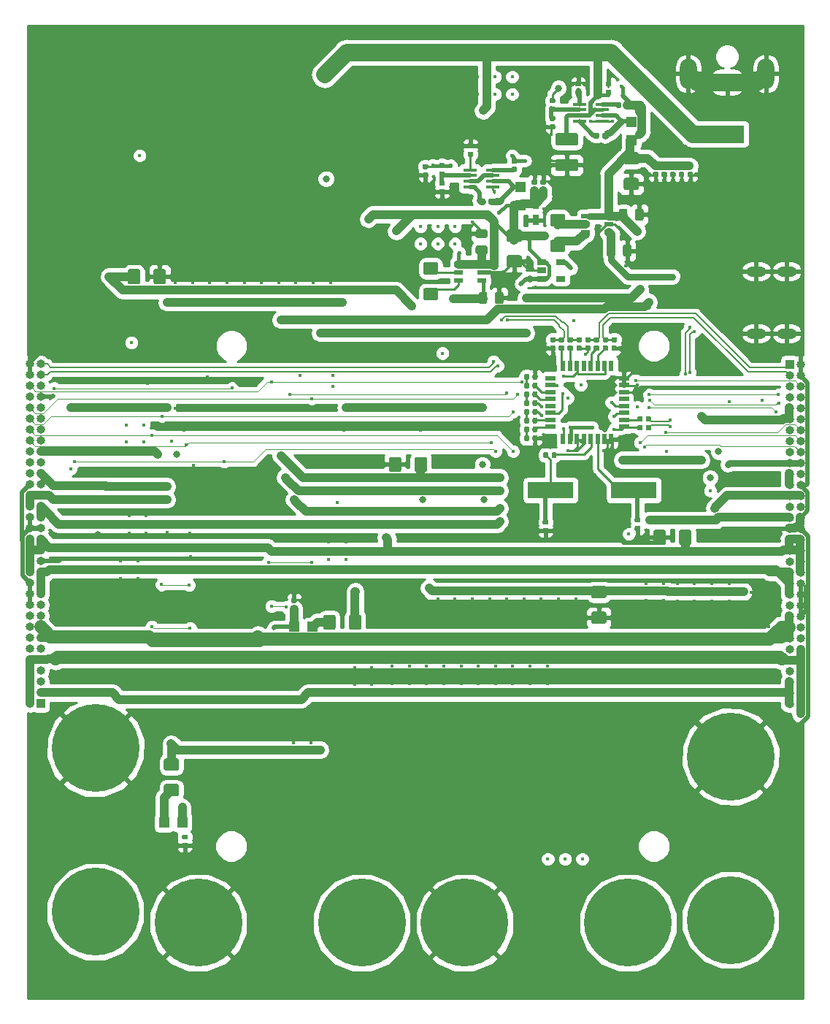
<source format=gbr>
G04 #@! TF.GenerationSoftware,KiCad,Pcbnew,(5.0.2)-1*
G04 #@! TF.CreationDate,2019-03-16T14:06:54-07:00*
G04 #@! TF.ProjectId,ModularMatrix,4d6f6475-6c61-4724-9d61-747269782e6b,rev?*
G04 #@! TF.SameCoordinates,Original*
G04 #@! TF.FileFunction,Copper,L1,Top*
G04 #@! TF.FilePolarity,Positive*
%FSLAX46Y46*%
G04 Gerber Fmt 4.6, Leading zero omitted, Abs format (unit mm)*
G04 Created by KiCad (PCBNEW (5.0.2)-1) date 3/16/2019 2:06:54 PM*
%MOMM*%
%LPD*%
G01*
G04 APERTURE LIST*
G04 #@! TA.AperFunction,ComponentPad*
%ADD10O,2.300000X1.200000*%
G04 #@! TD*
G04 #@! TA.AperFunction,ComponentPad*
%ADD11R,4.000000X2.000000*%
G04 #@! TD*
G04 #@! TA.AperFunction,ComponentPad*
%ADD12O,3.300000X2.000000*%
G04 #@! TD*
G04 #@! TA.AperFunction,ComponentPad*
%ADD13O,2.000000X3.500000*%
G04 #@! TD*
G04 #@! TA.AperFunction,SMDPad,CuDef*
%ADD14R,0.500000X1.200000*%
G04 #@! TD*
G04 #@! TA.AperFunction,SMDPad,CuDef*
%ADD15R,1.200000X0.500000*%
G04 #@! TD*
G04 #@! TA.AperFunction,ComponentPad*
%ADD16O,1.000000X1.000000*%
G04 #@! TD*
G04 #@! TA.AperFunction,ComponentPad*
%ADD17R,1.000000X1.000000*%
G04 #@! TD*
G04 #@! TA.AperFunction,Conductor*
%ADD18C,0.100000*%
G04 #@! TD*
G04 #@! TA.AperFunction,SMDPad,CuDef*
%ADD19C,1.425000*%
G04 #@! TD*
G04 #@! TA.AperFunction,SMDPad,CuDef*
%ADD20C,0.590000*%
G04 #@! TD*
G04 #@! TA.AperFunction,SMDPad,CuDef*
%ADD21R,1.560000X0.400000*%
G04 #@! TD*
G04 #@! TA.AperFunction,SMDPad,CuDef*
%ADD22R,0.750000X1.200000*%
G04 #@! TD*
G04 #@! TA.AperFunction,SMDPad,CuDef*
%ADD23R,1.200000X1.200000*%
G04 #@! TD*
G04 #@! TA.AperFunction,SMDPad,CuDef*
%ADD24R,1.000000X0.550000*%
G04 #@! TD*
G04 #@! TA.AperFunction,SMDPad,CuDef*
%ADD25C,0.975000*%
G04 #@! TD*
G04 #@! TA.AperFunction,SMDPad,CuDef*
%ADD26R,1.060000X0.650000*%
G04 #@! TD*
G04 #@! TA.AperFunction,SMDPad,CuDef*
%ADD27R,5.334000X1.930400*%
G04 #@! TD*
G04 #@! TA.AperFunction,ComponentPad*
%ADD28C,10.160000*%
G04 #@! TD*
G04 #@! TA.AperFunction,ViaPad*
%ADD29C,0.450000*%
G04 #@! TD*
G04 #@! TA.AperFunction,ViaPad*
%ADD30C,0.800000*%
G04 #@! TD*
G04 #@! TA.AperFunction,ViaPad*
%ADD31C,1.000000*%
G04 #@! TD*
G04 #@! TA.AperFunction,Conductor*
%ADD32C,0.250000*%
G04 #@! TD*
G04 #@! TA.AperFunction,Conductor*
%ADD33C,1.000000*%
G04 #@! TD*
G04 #@! TA.AperFunction,Conductor*
%ADD34C,0.400000*%
G04 #@! TD*
G04 #@! TA.AperFunction,Conductor*
%ADD35C,0.500000*%
G04 #@! TD*
G04 #@! TA.AperFunction,Conductor*
%ADD36C,0.200000*%
G04 #@! TD*
G04 #@! TA.AperFunction,Conductor*
%ADD37C,0.750000*%
G04 #@! TD*
G04 #@! TA.AperFunction,Conductor*
%ADD38C,0.125000*%
G04 #@! TD*
G04 #@! TA.AperFunction,Conductor*
%ADD39C,2.000000*%
G04 #@! TD*
G04 #@! TA.AperFunction,Conductor*
%ADD40C,1.500000*%
G04 #@! TD*
G04 #@! TA.AperFunction,Conductor*
%ADD41C,0.088900*%
G04 #@! TD*
G04 #@! TA.AperFunction,Conductor*
%ADD42C,0.090000*%
G04 #@! TD*
G04 #@! TA.AperFunction,Conductor*
%ADD43C,0.254000*%
G04 #@! TD*
G04 APERTURE END LIST*
D10*
G04 #@! TO.P,J4,SH*
G04 #@! TO.N,GND*
X250710300Y-84807000D03*
X247160300Y-84807000D03*
X250710300Y-92007000D03*
X247160300Y-92007000D03*
G04 #@! TD*
D11*
G04 #@! TO.P,J3,1*
G04 #@! TO.N,+12V*
X243776500Y-68897500D03*
D12*
G04 #@! TO.P,J3,2*
G04 #@! TO.N,GND*
X243776500Y-62897500D03*
D13*
G04 #@! TO.P,J3,MP*
X239276500Y-61897500D03*
X248276500Y-61897500D03*
G04 #@! TD*
D14*
G04 #@! TO.P,IC1,25*
G04 #@! TO.N,Net-(IC1-Pad25)*
X224751900Y-104245300D03*
D15*
G04 #@! TO.P,IC1,17*
G04 #@! TO.N,Net-(IC1-Pad17)*
X223301900Y-97195300D03*
D14*
G04 #@! TO.P,IC1,9*
G04 #@! TO.N,Net-(IC1-Pad9)*
X230351900Y-95745300D03*
D15*
G04 #@! TO.P,IC1,1*
G04 #@! TO.N,/USB/D0+*
X231801900Y-102795300D03*
G04 #@! TO.P,IC1,2*
G04 #@! TO.N,/USB/D0-*
X231801900Y-101995300D03*
G04 #@! TO.P,IC1,3*
G04 #@! TO.N,Net-(IC1-Pad3)*
X231801900Y-101195300D03*
G04 #@! TO.P,IC1,4*
G04 #@! TO.N,Net-(C50-Pad2)*
X231801900Y-100395300D03*
G04 #@! TO.P,IC1,5*
G04 #@! TO.N,Net-(IC1-Pad5)*
X231801900Y-99595300D03*
G04 #@! TO.P,IC1,6*
G04 #@! TO.N,GND*
X231801900Y-98795300D03*
G04 #@! TO.P,IC1,7*
X231801900Y-97995300D03*
G04 #@! TO.P,IC1,8*
X231801900Y-97195300D03*
D14*
G04 #@! TO.P,IC1,10*
G04 #@! TO.N,Net-(IC1-Pad10)*
X229551900Y-95745300D03*
G04 #@! TO.P,IC1,11*
G04 #@! TO.N,Net-(IC1-Pad11)*
X228751900Y-95745300D03*
G04 #@! TO.P,IC1,12*
G04 #@! TO.N,Net-(IC1-Pad12)*
X227951900Y-95745300D03*
G04 #@! TO.P,IC1,13*
G04 #@! TO.N,Net-(IC1-Pad13)*
X227151900Y-95745300D03*
G04 #@! TO.P,IC1,14*
G04 #@! TO.N,Net-(IC1-Pad10)*
X226351900Y-95745300D03*
G04 #@! TO.P,IC1,15*
G04 #@! TO.N,Net-(IC1-Pad15)*
X225551900Y-95745300D03*
G04 #@! TO.P,IC1,16*
G04 #@! TO.N,Net-(IC1-Pad16)*
X224751900Y-95745300D03*
D15*
G04 #@! TO.P,IC1,18*
G04 #@! TO.N,Net-(IC1-Pad10)*
X223301900Y-97995300D03*
G04 #@! TO.P,IC1,19*
G04 #@! TO.N,Net-(IC1-Pad19)*
X223301900Y-98795300D03*
G04 #@! TO.P,IC1,20*
G04 #@! TO.N,Net-(IC1-Pad20)*
X223301900Y-99595300D03*
G04 #@! TO.P,IC1,21*
G04 #@! TO.N,Net-(IC1-Pad21)*
X223301900Y-100395300D03*
G04 #@! TO.P,IC1,22*
G04 #@! TO.N,Net-(IC1-Pad10)*
X223301900Y-101195300D03*
G04 #@! TO.P,IC1,23*
G04 #@! TO.N,Net-(IC1-Pad23)*
X223301900Y-101995300D03*
G04 #@! TO.P,IC1,24*
G04 #@! TO.N,Net-(IC1-Pad24)*
X223301900Y-102795300D03*
D14*
G04 #@! TO.P,IC1,26*
G04 #@! TO.N,+3V3*
X225551900Y-104245300D03*
G04 #@! TO.P,IC1,27*
G04 #@! TO.N,GND*
X226351900Y-104245300D03*
G04 #@! TO.P,IC1,28*
X227151900Y-104245300D03*
G04 #@! TO.P,IC1,29*
G04 #@! TO.N,Net-(IC1-Pad29)*
X227951900Y-104245300D03*
G04 #@! TO.P,IC1,30*
G04 #@! TO.N,Net-(C51-Pad1)*
X228751900Y-104245300D03*
G04 #@! TO.P,IC1,31*
G04 #@! TO.N,GND*
X229551900Y-104245300D03*
G04 #@! TO.P,IC1,32*
X230351900Y-104245300D03*
G04 #@! TD*
D16*
G04 #@! TO.P,J6,64*
G04 #@! TO.N,GND*
X162877500Y-95542100D03*
G04 #@! TO.P,J6,63*
G04 #@! TO.N,D2-*
X164147500Y-95542100D03*
G04 #@! TO.P,J6,62*
G04 #@! TO.N,GND*
X162877500Y-96812100D03*
G04 #@! TO.P,J6,61*
G04 #@! TO.N,D2+*
X164147500Y-96812100D03*
G04 #@! TO.P,J6,60*
G04 #@! TO.N,MISO0*
X162877500Y-98082100D03*
G04 #@! TO.P,J6,59*
G04 #@! TO.N,GND*
X164147500Y-98082100D03*
G04 #@! TO.P,J6,58*
G04 #@! TO.N,MOSI0*
X162877500Y-99352100D03*
G04 #@! TO.P,J6,57*
G04 #@! TO.N,GND*
X164147500Y-99352100D03*
G04 #@! TO.P,J6,56*
G04 #@! TO.N,SCLK0*
X162877500Y-100622100D03*
G04 #@! TO.P,J6,55*
G04 #@! TO.N,+12V*
X164147500Y-100622100D03*
G04 #@! TO.P,J6,54*
G04 #@! TO.N,S0*
X162877500Y-101892100D03*
G04 #@! TO.P,J6,53*
G04 #@! TO.N,+12V*
X164147500Y-101892100D03*
G04 #@! TO.P,J6,52*
G04 #@! TO.N,S1*
X162877500Y-103162100D03*
G04 #@! TO.P,J6,51*
G04 #@! TO.N,+5V*
X164147500Y-103162100D03*
G04 #@! TO.P,J6,50*
G04 #@! TO.N,S2*
X162877500Y-104432100D03*
G04 #@! TO.P,J6,49*
G04 #@! TO.N,+5V*
X164147500Y-104432100D03*
G04 #@! TO.P,J6,48*
G04 #@! TO.N,S3*
X162877500Y-105702100D03*
G04 #@! TO.P,J6,47*
G04 #@! TO.N,+5V*
X164147500Y-105702100D03*
G04 #@! TO.P,J6,46*
G04 #@! TO.N,-5V*
X162877500Y-106972100D03*
G04 #@! TO.P,J6,45*
X164147500Y-106972100D03*
G04 #@! TO.P,J6,44*
G04 #@! TO.N,Net-(J6-Pad44)*
X162877500Y-108242100D03*
G04 #@! TO.P,J6,43*
G04 #@! TO.N,HT*
X164147500Y-108242100D03*
G04 #@! TO.P,J6,42*
G04 #@! TO.N,GND*
X162877500Y-109512100D03*
G04 #@! TO.P,J6,41*
G04 #@! TO.N,HT*
X164147500Y-109512100D03*
G04 #@! TO.P,J6,40*
G04 #@! TO.N,+1V8*
X162877500Y-110782100D03*
G04 #@! TO.P,J6,39*
X164147500Y-110782100D03*
G04 #@! TO.P,J6,38*
X162877500Y-112052100D03*
G04 #@! TO.P,J6,37*
G04 #@! TO.N,-3V3*
X164147500Y-112052100D03*
G04 #@! TO.P,J6,36*
G04 #@! TO.N,GND*
X162877500Y-113322100D03*
G04 #@! TO.P,J6,35*
G04 #@! TO.N,-3V3*
X164147500Y-113322100D03*
G04 #@! TO.P,J6,34*
G04 #@! TO.N,GND*
X162877500Y-114592100D03*
G04 #@! TO.P,J6,33*
X164147500Y-114592100D03*
G04 #@! TO.P,J6,32*
G04 #@! TO.N,+3V3*
X162877500Y-115862100D03*
G04 #@! TO.P,J6,31*
X164147500Y-115862100D03*
G04 #@! TO.P,J6,30*
X162877500Y-117132100D03*
G04 #@! TO.P,J6,29*
X164147500Y-117132100D03*
G04 #@! TO.P,J6,28*
X162877500Y-118402100D03*
G04 #@! TO.P,J6,27*
G04 #@! TO.N,GND*
X164147500Y-118402100D03*
G04 #@! TO.P,J6,26*
G04 #@! TO.N,+3V3*
X162877500Y-119672100D03*
G04 #@! TO.P,J6,25*
G04 #@! TO.N,VAA*
X164147500Y-119672100D03*
G04 #@! TO.P,J6,24*
G04 #@! TO.N,GND*
X162877500Y-120942100D03*
G04 #@! TO.P,J6,23*
G04 #@! TO.N,VAA*
X164147500Y-120942100D03*
G04 #@! TO.P,J6,22*
G04 #@! TO.N,GND*
X162877500Y-122212100D03*
G04 #@! TO.P,J6,21*
G04 #@! TO.N,VAA*
X164147500Y-122212100D03*
G04 #@! TO.P,J6,20*
G04 #@! TO.N,GND*
X162877500Y-123482100D03*
G04 #@! TO.P,J6,19*
G04 #@! TO.N,Net-(J6-Pad19)*
X164147500Y-123482100D03*
G04 #@! TO.P,J6,18*
G04 #@! TO.N,Net-(J6-Pad18)*
X162877500Y-124752100D03*
G04 #@! TO.P,J6,17*
G04 #@! TO.N,VD*
X164147500Y-124752100D03*
G04 #@! TO.P,J6,16*
X162877500Y-126022100D03*
G04 #@! TO.P,J6,15*
X164147500Y-126022100D03*
G04 #@! TO.P,J6,14*
X162877500Y-127292100D03*
G04 #@! TO.P,J6,13*
X164147500Y-127292100D03*
G04 #@! TO.P,J6,12*
G04 #@! TO.N,Net-(J6-Pad12)*
X162877500Y-128562100D03*
G04 #@! TO.P,J6,11*
G04 #@! TO.N,Net-(J6-Pad11)*
X164147500Y-128562100D03*
G04 #@! TO.P,J6,10*
G04 #@! TO.N,VDC*
X162877500Y-129832100D03*
G04 #@! TO.P,J6,9*
X164147500Y-129832100D03*
G04 #@! TO.P,J6,8*
X162877500Y-131102100D03*
G04 #@! TO.P,J6,7*
G04 #@! TO.N,Net-(J6-Pad7)*
X164147500Y-131102100D03*
G04 #@! TO.P,J6,6*
G04 #@! TO.N,VDC*
X162877500Y-132372100D03*
G04 #@! TO.P,J6,5*
G04 #@! TO.N,LO*
X164147500Y-132372100D03*
G04 #@! TO.P,J6,4*
G04 #@! TO.N,VDC*
X162877500Y-133642100D03*
G04 #@! TO.P,J6,3*
G04 #@! TO.N,LO*
X164147500Y-133642100D03*
G04 #@! TO.P,J6,2*
G04 #@! TO.N,VDC*
X162877500Y-134912100D03*
D17*
G04 #@! TO.P,J6,1*
G04 #@! TO.N,LO*
X164147500Y-134912100D03*
G04 #@! TD*
G04 #@! TO.P,J1,1*
G04 #@! TO.N,D1+*
X251015500Y-95567500D03*
D16*
G04 #@! TO.P,J1,2*
G04 #@! TO.N,GND*
X252285500Y-95567500D03*
G04 #@! TO.P,J1,3*
G04 #@! TO.N,D1-*
X251015500Y-96837500D03*
G04 #@! TO.P,J1,4*
G04 #@! TO.N,GND*
X252285500Y-96837500D03*
G04 #@! TO.P,J1,5*
G04 #@! TO.N,Net-(J1-Pad5)*
X251015500Y-98107500D03*
G04 #@! TO.P,J1,6*
G04 #@! TO.N,MISO0*
X252285500Y-98107500D03*
G04 #@! TO.P,J1,7*
G04 #@! TO.N,GND*
X251015500Y-99377500D03*
G04 #@! TO.P,J1,8*
G04 #@! TO.N,MOSI0*
X252285500Y-99377500D03*
G04 #@! TO.P,J1,9*
G04 #@! TO.N,+12V*
X251015500Y-100647500D03*
G04 #@! TO.P,J1,10*
G04 #@! TO.N,SCLK0*
X252285500Y-100647500D03*
G04 #@! TO.P,J1,11*
G04 #@! TO.N,+12V*
X251015500Y-101917500D03*
G04 #@! TO.P,J1,12*
G04 #@! TO.N,S0*
X252285500Y-101917500D03*
G04 #@! TO.P,J1,13*
G04 #@! TO.N,+5V*
X251015500Y-103187500D03*
G04 #@! TO.P,J1,14*
G04 #@! TO.N,S1*
X252285500Y-103187500D03*
G04 #@! TO.P,J1,15*
G04 #@! TO.N,+5V*
X251015500Y-104457500D03*
G04 #@! TO.P,J1,16*
G04 #@! TO.N,S2*
X252285500Y-104457500D03*
G04 #@! TO.P,J1,17*
G04 #@! TO.N,+5V*
X251015500Y-105727500D03*
G04 #@! TO.P,J1,18*
G04 #@! TO.N,S3*
X252285500Y-105727500D03*
G04 #@! TO.P,J1,19*
G04 #@! TO.N,-5V*
X251015500Y-106997500D03*
G04 #@! TO.P,J1,20*
X252285500Y-106997500D03*
G04 #@! TO.P,J1,21*
G04 #@! TO.N,HT*
X251015500Y-108267500D03*
G04 #@! TO.P,J1,22*
G04 #@! TO.N,Net-(J1-Pad22)*
X252285500Y-108267500D03*
G04 #@! TO.P,J1,23*
G04 #@! TO.N,HT*
X251015500Y-109537500D03*
G04 #@! TO.P,J1,24*
G04 #@! TO.N,GND*
X252285500Y-109537500D03*
G04 #@! TO.P,J1,25*
G04 #@! TO.N,+1V8*
X251015500Y-110807500D03*
G04 #@! TO.P,J1,26*
X252285500Y-110807500D03*
G04 #@! TO.P,J1,27*
G04 #@! TO.N,-3V3*
X251015500Y-112077500D03*
G04 #@! TO.P,J1,28*
G04 #@! TO.N,+1V8*
X252285500Y-112077500D03*
G04 #@! TO.P,J1,29*
G04 #@! TO.N,-3V3*
X251015500Y-113347500D03*
G04 #@! TO.P,J1,30*
G04 #@! TO.N,GND*
X252285500Y-113347500D03*
G04 #@! TO.P,J1,31*
X251015500Y-114617500D03*
G04 #@! TO.P,J1,32*
X252285500Y-114617500D03*
G04 #@! TO.P,J1,33*
G04 #@! TO.N,+3V3*
X251015500Y-115887500D03*
G04 #@! TO.P,J1,34*
X252285500Y-115887500D03*
G04 #@! TO.P,J1,35*
X251015500Y-117157500D03*
G04 #@! TO.P,J1,36*
X252285500Y-117157500D03*
G04 #@! TO.P,J1,37*
G04 #@! TO.N,GND*
X251015500Y-118427500D03*
G04 #@! TO.P,J1,38*
G04 #@! TO.N,+3V3*
X252285500Y-118427500D03*
G04 #@! TO.P,J1,39*
G04 #@! TO.N,VAA*
X251015500Y-119697500D03*
G04 #@! TO.P,J1,40*
G04 #@! TO.N,+3V3*
X252285500Y-119697500D03*
G04 #@! TO.P,J1,41*
G04 #@! TO.N,VAA*
X251015500Y-120967500D03*
G04 #@! TO.P,J1,42*
G04 #@! TO.N,GND*
X252285500Y-120967500D03*
G04 #@! TO.P,J1,43*
G04 #@! TO.N,VAA*
X251015500Y-122237500D03*
G04 #@! TO.P,J1,44*
G04 #@! TO.N,GND*
X252285500Y-122237500D03*
G04 #@! TO.P,J1,45*
G04 #@! TO.N,Net-(J1-Pad45)*
X251015500Y-123507500D03*
G04 #@! TO.P,J1,46*
G04 #@! TO.N,GND*
X252285500Y-123507500D03*
G04 #@! TO.P,J1,47*
G04 #@! TO.N,VD*
X251015500Y-124777500D03*
G04 #@! TO.P,J1,48*
G04 #@! TO.N,GND*
X252285500Y-124777500D03*
G04 #@! TO.P,J1,49*
G04 #@! TO.N,VD*
X251015500Y-126047500D03*
G04 #@! TO.P,J1,50*
G04 #@! TO.N,GND*
X252285500Y-126047500D03*
G04 #@! TO.P,J1,51*
G04 #@! TO.N,VD*
X251015500Y-127317500D03*
G04 #@! TO.P,J1,52*
G04 #@! TO.N,Net-(J1-Pad52)*
X252285500Y-127317500D03*
G04 #@! TO.P,J1,53*
G04 #@! TO.N,Net-(J1-Pad53)*
X251015500Y-128587500D03*
G04 #@! TO.P,J1,54*
G04 #@! TO.N,VDC*
X252285500Y-128587500D03*
G04 #@! TO.P,J1,55*
X251015500Y-129857500D03*
G04 #@! TO.P,J1,56*
X252285500Y-129857500D03*
G04 #@! TO.P,J1,57*
G04 #@! TO.N,Net-(J1-Pad57)*
X251015500Y-131127500D03*
G04 #@! TO.P,J1,58*
G04 #@! TO.N,VDC*
X252285500Y-131127500D03*
G04 #@! TO.P,J1,59*
G04 #@! TO.N,LO*
X251015500Y-132397500D03*
G04 #@! TO.P,J1,60*
G04 #@! TO.N,VDC*
X252285500Y-132397500D03*
G04 #@! TO.P,J1,61*
G04 #@! TO.N,LO*
X251015500Y-133667500D03*
G04 #@! TO.P,J1,62*
G04 #@! TO.N,VDC*
X252285500Y-133667500D03*
G04 #@! TO.P,J1,63*
G04 #@! TO.N,LO*
X251015500Y-134937500D03*
G04 #@! TO.P,J1,64*
G04 #@! TO.N,VDC*
X252285500Y-134937500D03*
G04 #@! TD*
D18*
G04 #@! TO.N,GND*
G04 #@! TO.C,C35*
G36*
X229541604Y-124245604D02*
X229565873Y-124249204D01*
X229589671Y-124255165D01*
X229612771Y-124263430D01*
X229634949Y-124273920D01*
X229655993Y-124286533D01*
X229675698Y-124301147D01*
X229693877Y-124317623D01*
X229710353Y-124335802D01*
X229724967Y-124355507D01*
X229737580Y-124376551D01*
X229748070Y-124398729D01*
X229756335Y-124421829D01*
X229762296Y-124445627D01*
X229765896Y-124469896D01*
X229767100Y-124494400D01*
X229767100Y-125419400D01*
X229765896Y-125443904D01*
X229762296Y-125468173D01*
X229756335Y-125491971D01*
X229748070Y-125515071D01*
X229737580Y-125537249D01*
X229724967Y-125558293D01*
X229710353Y-125577998D01*
X229693877Y-125596177D01*
X229675698Y-125612653D01*
X229655993Y-125627267D01*
X229634949Y-125639880D01*
X229612771Y-125650370D01*
X229589671Y-125658635D01*
X229565873Y-125664596D01*
X229541604Y-125668196D01*
X229517100Y-125669400D01*
X228267100Y-125669400D01*
X228242596Y-125668196D01*
X228218327Y-125664596D01*
X228194529Y-125658635D01*
X228171429Y-125650370D01*
X228149251Y-125639880D01*
X228128207Y-125627267D01*
X228108502Y-125612653D01*
X228090323Y-125596177D01*
X228073847Y-125577998D01*
X228059233Y-125558293D01*
X228046620Y-125537249D01*
X228036130Y-125515071D01*
X228027865Y-125491971D01*
X228021904Y-125468173D01*
X228018304Y-125443904D01*
X228017100Y-125419400D01*
X228017100Y-124494400D01*
X228018304Y-124469896D01*
X228021904Y-124445627D01*
X228027865Y-124421829D01*
X228036130Y-124398729D01*
X228046620Y-124376551D01*
X228059233Y-124355507D01*
X228073847Y-124335802D01*
X228090323Y-124317623D01*
X228108502Y-124301147D01*
X228128207Y-124286533D01*
X228149251Y-124273920D01*
X228171429Y-124263430D01*
X228194529Y-124255165D01*
X228218327Y-124249204D01*
X228242596Y-124245604D01*
X228267100Y-124244400D01*
X229517100Y-124244400D01*
X229541604Y-124245604D01*
X229541604Y-124245604D01*
G37*
D19*
G04 #@! TD*
G04 #@! TO.P,C35,2*
G04 #@! TO.N,GND*
X228892100Y-124956900D03*
D18*
G04 #@! TO.N,HT*
G04 #@! TO.C,C35*
G36*
X229541604Y-121270604D02*
X229565873Y-121274204D01*
X229589671Y-121280165D01*
X229612771Y-121288430D01*
X229634949Y-121298920D01*
X229655993Y-121311533D01*
X229675698Y-121326147D01*
X229693877Y-121342623D01*
X229710353Y-121360802D01*
X229724967Y-121380507D01*
X229737580Y-121401551D01*
X229748070Y-121423729D01*
X229756335Y-121446829D01*
X229762296Y-121470627D01*
X229765896Y-121494896D01*
X229767100Y-121519400D01*
X229767100Y-122444400D01*
X229765896Y-122468904D01*
X229762296Y-122493173D01*
X229756335Y-122516971D01*
X229748070Y-122540071D01*
X229737580Y-122562249D01*
X229724967Y-122583293D01*
X229710353Y-122602998D01*
X229693877Y-122621177D01*
X229675698Y-122637653D01*
X229655993Y-122652267D01*
X229634949Y-122664880D01*
X229612771Y-122675370D01*
X229589671Y-122683635D01*
X229565873Y-122689596D01*
X229541604Y-122693196D01*
X229517100Y-122694400D01*
X228267100Y-122694400D01*
X228242596Y-122693196D01*
X228218327Y-122689596D01*
X228194529Y-122683635D01*
X228171429Y-122675370D01*
X228149251Y-122664880D01*
X228128207Y-122652267D01*
X228108502Y-122637653D01*
X228090323Y-122621177D01*
X228073847Y-122602998D01*
X228059233Y-122583293D01*
X228046620Y-122562249D01*
X228036130Y-122540071D01*
X228027865Y-122516971D01*
X228021904Y-122493173D01*
X228018304Y-122468904D01*
X228017100Y-122444400D01*
X228017100Y-121519400D01*
X228018304Y-121494896D01*
X228021904Y-121470627D01*
X228027865Y-121446829D01*
X228036130Y-121423729D01*
X228046620Y-121401551D01*
X228059233Y-121380507D01*
X228073847Y-121360802D01*
X228090323Y-121342623D01*
X228108502Y-121326147D01*
X228128207Y-121311533D01*
X228149251Y-121298920D01*
X228171429Y-121288430D01*
X228194529Y-121280165D01*
X228218327Y-121274204D01*
X228242596Y-121270604D01*
X228267100Y-121269400D01*
X229517100Y-121269400D01*
X229541604Y-121270604D01*
X229541604Y-121270604D01*
G37*
D19*
G04 #@! TD*
G04 #@! TO.P,C35,1*
G04 #@! TO.N,HT*
X228892100Y-121981900D03*
D18*
G04 #@! TO.N,/USB/D00+*
G04 #@! TO.C,R14*
G36*
X234810591Y-102614210D02*
X234824909Y-102616334D01*
X234838950Y-102619851D01*
X234852579Y-102624728D01*
X234865664Y-102630917D01*
X234878080Y-102638358D01*
X234889706Y-102646981D01*
X234900431Y-102656702D01*
X234910152Y-102667427D01*
X234918775Y-102679053D01*
X234926216Y-102691469D01*
X234932405Y-102704554D01*
X234937282Y-102718183D01*
X234940799Y-102732224D01*
X234942923Y-102746542D01*
X234943633Y-102761000D01*
X234943633Y-103106000D01*
X234942923Y-103120458D01*
X234940799Y-103134776D01*
X234937282Y-103148817D01*
X234932405Y-103162446D01*
X234926216Y-103175531D01*
X234918775Y-103187947D01*
X234910152Y-103199573D01*
X234900431Y-103210298D01*
X234889706Y-103220019D01*
X234878080Y-103228642D01*
X234865664Y-103236083D01*
X234852579Y-103242272D01*
X234838950Y-103247149D01*
X234824909Y-103250666D01*
X234810591Y-103252790D01*
X234796133Y-103253500D01*
X234501133Y-103253500D01*
X234486675Y-103252790D01*
X234472357Y-103250666D01*
X234458316Y-103247149D01*
X234444687Y-103242272D01*
X234431602Y-103236083D01*
X234419186Y-103228642D01*
X234407560Y-103220019D01*
X234396835Y-103210298D01*
X234387114Y-103199573D01*
X234378491Y-103187947D01*
X234371050Y-103175531D01*
X234364861Y-103162446D01*
X234359984Y-103148817D01*
X234356467Y-103134776D01*
X234354343Y-103120458D01*
X234353633Y-103106000D01*
X234353633Y-102761000D01*
X234354343Y-102746542D01*
X234356467Y-102732224D01*
X234359984Y-102718183D01*
X234364861Y-102704554D01*
X234371050Y-102691469D01*
X234378491Y-102679053D01*
X234387114Y-102667427D01*
X234396835Y-102656702D01*
X234407560Y-102646981D01*
X234419186Y-102638358D01*
X234431602Y-102630917D01*
X234444687Y-102624728D01*
X234458316Y-102619851D01*
X234472357Y-102616334D01*
X234486675Y-102614210D01*
X234501133Y-102613500D01*
X234796133Y-102613500D01*
X234810591Y-102614210D01*
X234810591Y-102614210D01*
G37*
D20*
G04 #@! TD*
G04 #@! TO.P,R14,1*
G04 #@! TO.N,/USB/D00+*
X234648633Y-102933500D03*
D18*
G04 #@! TO.N,/USB/D0+*
G04 #@! TO.C,R14*
G36*
X233840591Y-102614210D02*
X233854909Y-102616334D01*
X233868950Y-102619851D01*
X233882579Y-102624728D01*
X233895664Y-102630917D01*
X233908080Y-102638358D01*
X233919706Y-102646981D01*
X233930431Y-102656702D01*
X233940152Y-102667427D01*
X233948775Y-102679053D01*
X233956216Y-102691469D01*
X233962405Y-102704554D01*
X233967282Y-102718183D01*
X233970799Y-102732224D01*
X233972923Y-102746542D01*
X233973633Y-102761000D01*
X233973633Y-103106000D01*
X233972923Y-103120458D01*
X233970799Y-103134776D01*
X233967282Y-103148817D01*
X233962405Y-103162446D01*
X233956216Y-103175531D01*
X233948775Y-103187947D01*
X233940152Y-103199573D01*
X233930431Y-103210298D01*
X233919706Y-103220019D01*
X233908080Y-103228642D01*
X233895664Y-103236083D01*
X233882579Y-103242272D01*
X233868950Y-103247149D01*
X233854909Y-103250666D01*
X233840591Y-103252790D01*
X233826133Y-103253500D01*
X233531133Y-103253500D01*
X233516675Y-103252790D01*
X233502357Y-103250666D01*
X233488316Y-103247149D01*
X233474687Y-103242272D01*
X233461602Y-103236083D01*
X233449186Y-103228642D01*
X233437560Y-103220019D01*
X233426835Y-103210298D01*
X233417114Y-103199573D01*
X233408491Y-103187947D01*
X233401050Y-103175531D01*
X233394861Y-103162446D01*
X233389984Y-103148817D01*
X233386467Y-103134776D01*
X233384343Y-103120458D01*
X233383633Y-103106000D01*
X233383633Y-102761000D01*
X233384343Y-102746542D01*
X233386467Y-102732224D01*
X233389984Y-102718183D01*
X233394861Y-102704554D01*
X233401050Y-102691469D01*
X233408491Y-102679053D01*
X233417114Y-102667427D01*
X233426835Y-102656702D01*
X233437560Y-102646981D01*
X233449186Y-102638358D01*
X233461602Y-102630917D01*
X233474687Y-102624728D01*
X233488316Y-102619851D01*
X233502357Y-102616334D01*
X233516675Y-102614210D01*
X233531133Y-102613500D01*
X233826133Y-102613500D01*
X233840591Y-102614210D01*
X233840591Y-102614210D01*
G37*
D20*
G04 #@! TD*
G04 #@! TO.P,R14,2*
G04 #@! TO.N,/USB/D0+*
X233678633Y-102933500D03*
D18*
G04 #@! TO.N,Net-(C12-Pad2)*
G04 #@! TO.C,C12*
G36*
X228784958Y-68768710D02*
X228799276Y-68770834D01*
X228813317Y-68774351D01*
X228826946Y-68779228D01*
X228840031Y-68785417D01*
X228852447Y-68792858D01*
X228864073Y-68801481D01*
X228874798Y-68811202D01*
X228884519Y-68821927D01*
X228893142Y-68833553D01*
X228900583Y-68845969D01*
X228906772Y-68859054D01*
X228911649Y-68872683D01*
X228915166Y-68886724D01*
X228917290Y-68901042D01*
X228918000Y-68915500D01*
X228918000Y-69260500D01*
X228917290Y-69274958D01*
X228915166Y-69289276D01*
X228911649Y-69303317D01*
X228906772Y-69316946D01*
X228900583Y-69330031D01*
X228893142Y-69342447D01*
X228884519Y-69354073D01*
X228874798Y-69364798D01*
X228864073Y-69374519D01*
X228852447Y-69383142D01*
X228840031Y-69390583D01*
X228826946Y-69396772D01*
X228813317Y-69401649D01*
X228799276Y-69405166D01*
X228784958Y-69407290D01*
X228770500Y-69408000D01*
X228475500Y-69408000D01*
X228461042Y-69407290D01*
X228446724Y-69405166D01*
X228432683Y-69401649D01*
X228419054Y-69396772D01*
X228405969Y-69390583D01*
X228393553Y-69383142D01*
X228381927Y-69374519D01*
X228371202Y-69364798D01*
X228361481Y-69354073D01*
X228352858Y-69342447D01*
X228345417Y-69330031D01*
X228339228Y-69316946D01*
X228334351Y-69303317D01*
X228330834Y-69289276D01*
X228328710Y-69274958D01*
X228328000Y-69260500D01*
X228328000Y-68915500D01*
X228328710Y-68901042D01*
X228330834Y-68886724D01*
X228334351Y-68872683D01*
X228339228Y-68859054D01*
X228345417Y-68845969D01*
X228352858Y-68833553D01*
X228361481Y-68821927D01*
X228371202Y-68811202D01*
X228381927Y-68801481D01*
X228393553Y-68792858D01*
X228405969Y-68785417D01*
X228419054Y-68779228D01*
X228432683Y-68774351D01*
X228446724Y-68770834D01*
X228461042Y-68768710D01*
X228475500Y-68768000D01*
X228770500Y-68768000D01*
X228784958Y-68768710D01*
X228784958Y-68768710D01*
G37*
D20*
G04 #@! TD*
G04 #@! TO.P,C12,2*
G04 #@! TO.N,Net-(C12-Pad2)*
X228623000Y-69088000D03*
D18*
G04 #@! TO.N,Net-(C12-Pad1)*
G04 #@! TO.C,C12*
G36*
X229754958Y-68768710D02*
X229769276Y-68770834D01*
X229783317Y-68774351D01*
X229796946Y-68779228D01*
X229810031Y-68785417D01*
X229822447Y-68792858D01*
X229834073Y-68801481D01*
X229844798Y-68811202D01*
X229854519Y-68821927D01*
X229863142Y-68833553D01*
X229870583Y-68845969D01*
X229876772Y-68859054D01*
X229881649Y-68872683D01*
X229885166Y-68886724D01*
X229887290Y-68901042D01*
X229888000Y-68915500D01*
X229888000Y-69260500D01*
X229887290Y-69274958D01*
X229885166Y-69289276D01*
X229881649Y-69303317D01*
X229876772Y-69316946D01*
X229870583Y-69330031D01*
X229863142Y-69342447D01*
X229854519Y-69354073D01*
X229844798Y-69364798D01*
X229834073Y-69374519D01*
X229822447Y-69383142D01*
X229810031Y-69390583D01*
X229796946Y-69396772D01*
X229783317Y-69401649D01*
X229769276Y-69405166D01*
X229754958Y-69407290D01*
X229740500Y-69408000D01*
X229445500Y-69408000D01*
X229431042Y-69407290D01*
X229416724Y-69405166D01*
X229402683Y-69401649D01*
X229389054Y-69396772D01*
X229375969Y-69390583D01*
X229363553Y-69383142D01*
X229351927Y-69374519D01*
X229341202Y-69364798D01*
X229331481Y-69354073D01*
X229322858Y-69342447D01*
X229315417Y-69330031D01*
X229309228Y-69316946D01*
X229304351Y-69303317D01*
X229300834Y-69289276D01*
X229298710Y-69274958D01*
X229298000Y-69260500D01*
X229298000Y-68915500D01*
X229298710Y-68901042D01*
X229300834Y-68886724D01*
X229304351Y-68872683D01*
X229309228Y-68859054D01*
X229315417Y-68845969D01*
X229322858Y-68833553D01*
X229331481Y-68821927D01*
X229341202Y-68811202D01*
X229351927Y-68801481D01*
X229363553Y-68792858D01*
X229375969Y-68785417D01*
X229389054Y-68779228D01*
X229402683Y-68774351D01*
X229416724Y-68770834D01*
X229431042Y-68768710D01*
X229445500Y-68768000D01*
X229740500Y-68768000D01*
X229754958Y-68768710D01*
X229754958Y-68768710D01*
G37*
D20*
G04 #@! TD*
G04 #@! TO.P,C12,1*
G04 #@! TO.N,Net-(C12-Pad1)*
X229593000Y-69088000D03*
D21*
G04 #@! TO.P,U1,1*
G04 #@! TO.N,GND*
X229329065Y-67398225D03*
G04 #@! TO.P,U1,2*
G04 #@! TO.N,Net-(C12-Pad1)*
X229329065Y-66748225D03*
G04 #@! TO.P,U1,3*
G04 #@! TO.N,+12V*
X229329065Y-66088225D03*
G04 #@! TO.P,U1,4*
G04 #@! TO.N,Net-(R3-Pad1)*
X229329065Y-65438225D03*
G04 #@! TO.P,U1,5*
G04 #@! TO.N,Net-(C6-Pad2)*
X226629065Y-65438225D03*
G04 #@! TO.P,U1,6*
G04 #@! TO.N,Net-(R7-Pad2)*
X226629065Y-66088225D03*
G04 #@! TO.P,U1,7*
G04 #@! TO.N,+12V*
X226629065Y-66748225D03*
G04 #@! TO.P,U1,8*
G04 #@! TO.N,Net-(C12-Pad2)*
X226629065Y-67398225D03*
G04 #@! TD*
D18*
G04 #@! TO.N,HT*
G04 #@! TO.C,C32*
G36*
X175466004Y-84533704D02*
X175490273Y-84537304D01*
X175514071Y-84543265D01*
X175537171Y-84551530D01*
X175559349Y-84562020D01*
X175580393Y-84574633D01*
X175600098Y-84589247D01*
X175618277Y-84605723D01*
X175634753Y-84623902D01*
X175649367Y-84643607D01*
X175661980Y-84664651D01*
X175672470Y-84686829D01*
X175680735Y-84709929D01*
X175686696Y-84733727D01*
X175690296Y-84757996D01*
X175691500Y-84782500D01*
X175691500Y-86032500D01*
X175690296Y-86057004D01*
X175686696Y-86081273D01*
X175680735Y-86105071D01*
X175672470Y-86128171D01*
X175661980Y-86150349D01*
X175649367Y-86171393D01*
X175634753Y-86191098D01*
X175618277Y-86209277D01*
X175600098Y-86225753D01*
X175580393Y-86240367D01*
X175559349Y-86252980D01*
X175537171Y-86263470D01*
X175514071Y-86271735D01*
X175490273Y-86277696D01*
X175466004Y-86281296D01*
X175441500Y-86282500D01*
X174516500Y-86282500D01*
X174491996Y-86281296D01*
X174467727Y-86277696D01*
X174443929Y-86271735D01*
X174420829Y-86263470D01*
X174398651Y-86252980D01*
X174377607Y-86240367D01*
X174357902Y-86225753D01*
X174339723Y-86209277D01*
X174323247Y-86191098D01*
X174308633Y-86171393D01*
X174296020Y-86150349D01*
X174285530Y-86128171D01*
X174277265Y-86105071D01*
X174271304Y-86081273D01*
X174267704Y-86057004D01*
X174266500Y-86032500D01*
X174266500Y-84782500D01*
X174267704Y-84757996D01*
X174271304Y-84733727D01*
X174277265Y-84709929D01*
X174285530Y-84686829D01*
X174296020Y-84664651D01*
X174308633Y-84643607D01*
X174323247Y-84623902D01*
X174339723Y-84605723D01*
X174357902Y-84589247D01*
X174377607Y-84574633D01*
X174398651Y-84562020D01*
X174420829Y-84551530D01*
X174443929Y-84543265D01*
X174467727Y-84537304D01*
X174491996Y-84533704D01*
X174516500Y-84532500D01*
X175441500Y-84532500D01*
X175466004Y-84533704D01*
X175466004Y-84533704D01*
G37*
D19*
G04 #@! TD*
G04 #@! TO.P,C32,1*
G04 #@! TO.N,HT*
X174979000Y-85407500D03*
D18*
G04 #@! TO.N,GND*
G04 #@! TO.C,C32*
G36*
X178441004Y-84533704D02*
X178465273Y-84537304D01*
X178489071Y-84543265D01*
X178512171Y-84551530D01*
X178534349Y-84562020D01*
X178555393Y-84574633D01*
X178575098Y-84589247D01*
X178593277Y-84605723D01*
X178609753Y-84623902D01*
X178624367Y-84643607D01*
X178636980Y-84664651D01*
X178647470Y-84686829D01*
X178655735Y-84709929D01*
X178661696Y-84733727D01*
X178665296Y-84757996D01*
X178666500Y-84782500D01*
X178666500Y-86032500D01*
X178665296Y-86057004D01*
X178661696Y-86081273D01*
X178655735Y-86105071D01*
X178647470Y-86128171D01*
X178636980Y-86150349D01*
X178624367Y-86171393D01*
X178609753Y-86191098D01*
X178593277Y-86209277D01*
X178575098Y-86225753D01*
X178555393Y-86240367D01*
X178534349Y-86252980D01*
X178512171Y-86263470D01*
X178489071Y-86271735D01*
X178465273Y-86277696D01*
X178441004Y-86281296D01*
X178416500Y-86282500D01*
X177491500Y-86282500D01*
X177466996Y-86281296D01*
X177442727Y-86277696D01*
X177418929Y-86271735D01*
X177395829Y-86263470D01*
X177373651Y-86252980D01*
X177352607Y-86240367D01*
X177332902Y-86225753D01*
X177314723Y-86209277D01*
X177298247Y-86191098D01*
X177283633Y-86171393D01*
X177271020Y-86150349D01*
X177260530Y-86128171D01*
X177252265Y-86105071D01*
X177246304Y-86081273D01*
X177242704Y-86057004D01*
X177241500Y-86032500D01*
X177241500Y-84782500D01*
X177242704Y-84757996D01*
X177246304Y-84733727D01*
X177252265Y-84709929D01*
X177260530Y-84686829D01*
X177271020Y-84664651D01*
X177283633Y-84643607D01*
X177298247Y-84623902D01*
X177314723Y-84605723D01*
X177332902Y-84589247D01*
X177352607Y-84574633D01*
X177373651Y-84562020D01*
X177395829Y-84551530D01*
X177418929Y-84543265D01*
X177442727Y-84537304D01*
X177466996Y-84533704D01*
X177491500Y-84532500D01*
X178416500Y-84532500D01*
X178441004Y-84533704D01*
X178441004Y-84533704D01*
G37*
D19*
G04 #@! TD*
G04 #@! TO.P,C32,2*
G04 #@! TO.N,GND*
X177954000Y-85407500D03*
D18*
G04 #@! TO.N,GND*
G04 #@! TO.C,C1*
G36*
X181073058Y-151054010D02*
X181087376Y-151056134D01*
X181101417Y-151059651D01*
X181115046Y-151064528D01*
X181128131Y-151070717D01*
X181140547Y-151078158D01*
X181152173Y-151086781D01*
X181162898Y-151096502D01*
X181172619Y-151107227D01*
X181181242Y-151118853D01*
X181188683Y-151131269D01*
X181194872Y-151144354D01*
X181199749Y-151157983D01*
X181203266Y-151172024D01*
X181205390Y-151186342D01*
X181206100Y-151200800D01*
X181206100Y-151495800D01*
X181205390Y-151510258D01*
X181203266Y-151524576D01*
X181199749Y-151538617D01*
X181194872Y-151552246D01*
X181188683Y-151565331D01*
X181181242Y-151577747D01*
X181172619Y-151589373D01*
X181162898Y-151600098D01*
X181152173Y-151609819D01*
X181140547Y-151618442D01*
X181128131Y-151625883D01*
X181115046Y-151632072D01*
X181101417Y-151636949D01*
X181087376Y-151640466D01*
X181073058Y-151642590D01*
X181058600Y-151643300D01*
X180713600Y-151643300D01*
X180699142Y-151642590D01*
X180684824Y-151640466D01*
X180670783Y-151636949D01*
X180657154Y-151632072D01*
X180644069Y-151625883D01*
X180631653Y-151618442D01*
X180620027Y-151609819D01*
X180609302Y-151600098D01*
X180599581Y-151589373D01*
X180590958Y-151577747D01*
X180583517Y-151565331D01*
X180577328Y-151552246D01*
X180572451Y-151538617D01*
X180568934Y-151524576D01*
X180566810Y-151510258D01*
X180566100Y-151495800D01*
X180566100Y-151200800D01*
X180566810Y-151186342D01*
X180568934Y-151172024D01*
X180572451Y-151157983D01*
X180577328Y-151144354D01*
X180583517Y-151131269D01*
X180590958Y-151118853D01*
X180599581Y-151107227D01*
X180609302Y-151096502D01*
X180620027Y-151086781D01*
X180631653Y-151078158D01*
X180644069Y-151070717D01*
X180657154Y-151064528D01*
X180670783Y-151059651D01*
X180684824Y-151056134D01*
X180699142Y-151054010D01*
X180713600Y-151053300D01*
X181058600Y-151053300D01*
X181073058Y-151054010D01*
X181073058Y-151054010D01*
G37*
D20*
G04 #@! TD*
G04 #@! TO.P,C1,2*
G04 #@! TO.N,GND*
X180886100Y-151348300D03*
D18*
G04 #@! TO.N,Net-(C1-Pad1)*
G04 #@! TO.C,C1*
G36*
X181073058Y-150084010D02*
X181087376Y-150086134D01*
X181101417Y-150089651D01*
X181115046Y-150094528D01*
X181128131Y-150100717D01*
X181140547Y-150108158D01*
X181152173Y-150116781D01*
X181162898Y-150126502D01*
X181172619Y-150137227D01*
X181181242Y-150148853D01*
X181188683Y-150161269D01*
X181194872Y-150174354D01*
X181199749Y-150187983D01*
X181203266Y-150202024D01*
X181205390Y-150216342D01*
X181206100Y-150230800D01*
X181206100Y-150525800D01*
X181205390Y-150540258D01*
X181203266Y-150554576D01*
X181199749Y-150568617D01*
X181194872Y-150582246D01*
X181188683Y-150595331D01*
X181181242Y-150607747D01*
X181172619Y-150619373D01*
X181162898Y-150630098D01*
X181152173Y-150639819D01*
X181140547Y-150648442D01*
X181128131Y-150655883D01*
X181115046Y-150662072D01*
X181101417Y-150666949D01*
X181087376Y-150670466D01*
X181073058Y-150672590D01*
X181058600Y-150673300D01*
X180713600Y-150673300D01*
X180699142Y-150672590D01*
X180684824Y-150670466D01*
X180670783Y-150666949D01*
X180657154Y-150662072D01*
X180644069Y-150655883D01*
X180631653Y-150648442D01*
X180620027Y-150639819D01*
X180609302Y-150630098D01*
X180599581Y-150619373D01*
X180590958Y-150607747D01*
X180583517Y-150595331D01*
X180577328Y-150582246D01*
X180572451Y-150568617D01*
X180568934Y-150554576D01*
X180566810Y-150540258D01*
X180566100Y-150525800D01*
X180566100Y-150230800D01*
X180566810Y-150216342D01*
X180568934Y-150202024D01*
X180572451Y-150187983D01*
X180577328Y-150174354D01*
X180583517Y-150161269D01*
X180590958Y-150148853D01*
X180599581Y-150137227D01*
X180609302Y-150126502D01*
X180620027Y-150116781D01*
X180631653Y-150108158D01*
X180644069Y-150100717D01*
X180657154Y-150094528D01*
X180670783Y-150089651D01*
X180684824Y-150086134D01*
X180699142Y-150084010D01*
X180713600Y-150083300D01*
X181058600Y-150083300D01*
X181073058Y-150084010D01*
X181073058Y-150084010D01*
G37*
D20*
G04 #@! TD*
G04 #@! TO.P,C1,1*
G04 #@! TO.N,Net-(C1-Pad1)*
X180886100Y-150378300D03*
D18*
G04 #@! TO.N,Net-(C2-Pad1)*
G04 #@! TO.C,C2*
G36*
X193734958Y-123634710D02*
X193749276Y-123636834D01*
X193763317Y-123640351D01*
X193776946Y-123645228D01*
X193790031Y-123651417D01*
X193802447Y-123658858D01*
X193814073Y-123667481D01*
X193824798Y-123677202D01*
X193834519Y-123687927D01*
X193843142Y-123699553D01*
X193850583Y-123711969D01*
X193856772Y-123725054D01*
X193861649Y-123738683D01*
X193865166Y-123752724D01*
X193867290Y-123767042D01*
X193868000Y-123781500D01*
X193868000Y-124076500D01*
X193867290Y-124090958D01*
X193865166Y-124105276D01*
X193861649Y-124119317D01*
X193856772Y-124132946D01*
X193850583Y-124146031D01*
X193843142Y-124158447D01*
X193834519Y-124170073D01*
X193824798Y-124180798D01*
X193814073Y-124190519D01*
X193802447Y-124199142D01*
X193790031Y-124206583D01*
X193776946Y-124212772D01*
X193763317Y-124217649D01*
X193749276Y-124221166D01*
X193734958Y-124223290D01*
X193720500Y-124224000D01*
X193375500Y-124224000D01*
X193361042Y-124223290D01*
X193346724Y-124221166D01*
X193332683Y-124217649D01*
X193319054Y-124212772D01*
X193305969Y-124206583D01*
X193293553Y-124199142D01*
X193281927Y-124190519D01*
X193271202Y-124180798D01*
X193261481Y-124170073D01*
X193252858Y-124158447D01*
X193245417Y-124146031D01*
X193239228Y-124132946D01*
X193234351Y-124119317D01*
X193230834Y-124105276D01*
X193228710Y-124090958D01*
X193228000Y-124076500D01*
X193228000Y-123781500D01*
X193228710Y-123767042D01*
X193230834Y-123752724D01*
X193234351Y-123738683D01*
X193239228Y-123725054D01*
X193245417Y-123711969D01*
X193252858Y-123699553D01*
X193261481Y-123687927D01*
X193271202Y-123677202D01*
X193281927Y-123667481D01*
X193293553Y-123658858D01*
X193305969Y-123651417D01*
X193319054Y-123645228D01*
X193332683Y-123640351D01*
X193346724Y-123636834D01*
X193361042Y-123634710D01*
X193375500Y-123634000D01*
X193720500Y-123634000D01*
X193734958Y-123634710D01*
X193734958Y-123634710D01*
G37*
D20*
G04 #@! TD*
G04 #@! TO.P,C2,1*
G04 #@! TO.N,Net-(C2-Pad1)*
X193548000Y-123929000D03*
D18*
G04 #@! TO.N,GND*
G04 #@! TO.C,C2*
G36*
X193734958Y-122664710D02*
X193749276Y-122666834D01*
X193763317Y-122670351D01*
X193776946Y-122675228D01*
X193790031Y-122681417D01*
X193802447Y-122688858D01*
X193814073Y-122697481D01*
X193824798Y-122707202D01*
X193834519Y-122717927D01*
X193843142Y-122729553D01*
X193850583Y-122741969D01*
X193856772Y-122755054D01*
X193861649Y-122768683D01*
X193865166Y-122782724D01*
X193867290Y-122797042D01*
X193868000Y-122811500D01*
X193868000Y-123106500D01*
X193867290Y-123120958D01*
X193865166Y-123135276D01*
X193861649Y-123149317D01*
X193856772Y-123162946D01*
X193850583Y-123176031D01*
X193843142Y-123188447D01*
X193834519Y-123200073D01*
X193824798Y-123210798D01*
X193814073Y-123220519D01*
X193802447Y-123229142D01*
X193790031Y-123236583D01*
X193776946Y-123242772D01*
X193763317Y-123247649D01*
X193749276Y-123251166D01*
X193734958Y-123253290D01*
X193720500Y-123254000D01*
X193375500Y-123254000D01*
X193361042Y-123253290D01*
X193346724Y-123251166D01*
X193332683Y-123247649D01*
X193319054Y-123242772D01*
X193305969Y-123236583D01*
X193293553Y-123229142D01*
X193281927Y-123220519D01*
X193271202Y-123210798D01*
X193261481Y-123200073D01*
X193252858Y-123188447D01*
X193245417Y-123176031D01*
X193239228Y-123162946D01*
X193234351Y-123149317D01*
X193230834Y-123135276D01*
X193228710Y-123120958D01*
X193228000Y-123106500D01*
X193228000Y-122811500D01*
X193228710Y-122797042D01*
X193230834Y-122782724D01*
X193234351Y-122768683D01*
X193239228Y-122755054D01*
X193245417Y-122741969D01*
X193252858Y-122729553D01*
X193261481Y-122717927D01*
X193271202Y-122707202D01*
X193281927Y-122697481D01*
X193293553Y-122688858D01*
X193305969Y-122681417D01*
X193319054Y-122675228D01*
X193332683Y-122670351D01*
X193346724Y-122666834D01*
X193361042Y-122664710D01*
X193375500Y-122664000D01*
X193720500Y-122664000D01*
X193734958Y-122664710D01*
X193734958Y-122664710D01*
G37*
D20*
G04 #@! TD*
G04 #@! TO.P,C2,2*
G04 #@! TO.N,GND*
X193548000Y-122959000D03*
D18*
G04 #@! TO.N,Net-(C14-Pad2)*
G04 #@! TO.C,C14*
G36*
X215576958Y-76388710D02*
X215591276Y-76390834D01*
X215605317Y-76394351D01*
X215618946Y-76399228D01*
X215632031Y-76405417D01*
X215644447Y-76412858D01*
X215656073Y-76421481D01*
X215666798Y-76431202D01*
X215676519Y-76441927D01*
X215685142Y-76453553D01*
X215692583Y-76465969D01*
X215698772Y-76479054D01*
X215703649Y-76492683D01*
X215707166Y-76506724D01*
X215709290Y-76521042D01*
X215710000Y-76535500D01*
X215710000Y-76880500D01*
X215709290Y-76894958D01*
X215707166Y-76909276D01*
X215703649Y-76923317D01*
X215698772Y-76936946D01*
X215692583Y-76950031D01*
X215685142Y-76962447D01*
X215676519Y-76974073D01*
X215666798Y-76984798D01*
X215656073Y-76994519D01*
X215644447Y-77003142D01*
X215632031Y-77010583D01*
X215618946Y-77016772D01*
X215605317Y-77021649D01*
X215591276Y-77025166D01*
X215576958Y-77027290D01*
X215562500Y-77028000D01*
X215267500Y-77028000D01*
X215253042Y-77027290D01*
X215238724Y-77025166D01*
X215224683Y-77021649D01*
X215211054Y-77016772D01*
X215197969Y-77010583D01*
X215185553Y-77003142D01*
X215173927Y-76994519D01*
X215163202Y-76984798D01*
X215153481Y-76974073D01*
X215144858Y-76962447D01*
X215137417Y-76950031D01*
X215131228Y-76936946D01*
X215126351Y-76923317D01*
X215122834Y-76909276D01*
X215120710Y-76894958D01*
X215120000Y-76880500D01*
X215120000Y-76535500D01*
X215120710Y-76521042D01*
X215122834Y-76506724D01*
X215126351Y-76492683D01*
X215131228Y-76479054D01*
X215137417Y-76465969D01*
X215144858Y-76453553D01*
X215153481Y-76441927D01*
X215163202Y-76431202D01*
X215173927Y-76421481D01*
X215185553Y-76412858D01*
X215197969Y-76405417D01*
X215211054Y-76399228D01*
X215224683Y-76394351D01*
X215238724Y-76390834D01*
X215253042Y-76388710D01*
X215267500Y-76388000D01*
X215562500Y-76388000D01*
X215576958Y-76388710D01*
X215576958Y-76388710D01*
G37*
D20*
G04 #@! TD*
G04 #@! TO.P,C14,2*
G04 #@! TO.N,Net-(C14-Pad2)*
X215415000Y-76708000D03*
D18*
G04 #@! TO.N,Net-(C14-Pad1)*
G04 #@! TO.C,C14*
G36*
X216546958Y-76388710D02*
X216561276Y-76390834D01*
X216575317Y-76394351D01*
X216588946Y-76399228D01*
X216602031Y-76405417D01*
X216614447Y-76412858D01*
X216626073Y-76421481D01*
X216636798Y-76431202D01*
X216646519Y-76441927D01*
X216655142Y-76453553D01*
X216662583Y-76465969D01*
X216668772Y-76479054D01*
X216673649Y-76492683D01*
X216677166Y-76506724D01*
X216679290Y-76521042D01*
X216680000Y-76535500D01*
X216680000Y-76880500D01*
X216679290Y-76894958D01*
X216677166Y-76909276D01*
X216673649Y-76923317D01*
X216668772Y-76936946D01*
X216662583Y-76950031D01*
X216655142Y-76962447D01*
X216646519Y-76974073D01*
X216636798Y-76984798D01*
X216626073Y-76994519D01*
X216614447Y-77003142D01*
X216602031Y-77010583D01*
X216588946Y-77016772D01*
X216575317Y-77021649D01*
X216561276Y-77025166D01*
X216546958Y-77027290D01*
X216532500Y-77028000D01*
X216237500Y-77028000D01*
X216223042Y-77027290D01*
X216208724Y-77025166D01*
X216194683Y-77021649D01*
X216181054Y-77016772D01*
X216167969Y-77010583D01*
X216155553Y-77003142D01*
X216143927Y-76994519D01*
X216133202Y-76984798D01*
X216123481Y-76974073D01*
X216114858Y-76962447D01*
X216107417Y-76950031D01*
X216101228Y-76936946D01*
X216096351Y-76923317D01*
X216092834Y-76909276D01*
X216090710Y-76894958D01*
X216090000Y-76880500D01*
X216090000Y-76535500D01*
X216090710Y-76521042D01*
X216092834Y-76506724D01*
X216096351Y-76492683D01*
X216101228Y-76479054D01*
X216107417Y-76465969D01*
X216114858Y-76453553D01*
X216123481Y-76441927D01*
X216133202Y-76431202D01*
X216143927Y-76421481D01*
X216155553Y-76412858D01*
X216167969Y-76405417D01*
X216181054Y-76399228D01*
X216194683Y-76394351D01*
X216208724Y-76390834D01*
X216223042Y-76388710D01*
X216237500Y-76388000D01*
X216532500Y-76388000D01*
X216546958Y-76388710D01*
X216546958Y-76388710D01*
G37*
D20*
G04 #@! TD*
G04 #@! TO.P,C14,1*
G04 #@! TO.N,Net-(C14-Pad1)*
X216385000Y-76708000D03*
D22*
G04 #@! TO.P,C13,2*
G04 #@! TO.N,GND*
X221551500Y-78864500D03*
G04 #@! TO.P,C13,1*
G04 #@! TO.N,+3V3*
X221551500Y-76964500D03*
G04 #@! TD*
D21*
G04 #@! TO.P,U3,8*
G04 #@! TO.N,Net-(C14-Pad2)*
X213929065Y-75018225D03*
G04 #@! TO.P,U3,7*
G04 #@! TO.N,+12V*
X213929065Y-74368225D03*
G04 #@! TO.P,U3,6*
G04 #@! TO.N,Net-(R10-Pad1)*
X213929065Y-73708225D03*
G04 #@! TO.P,U3,5*
G04 #@! TO.N,Net-(C8-Pad2)*
X213929065Y-73058225D03*
G04 #@! TO.P,U3,4*
G04 #@! TO.N,Net-(R6-Pad1)*
X216629065Y-73058225D03*
G04 #@! TO.P,U3,3*
G04 #@! TO.N,+12V*
X216629065Y-73708225D03*
G04 #@! TO.P,U3,2*
G04 #@! TO.N,Net-(C14-Pad1)*
X216629065Y-74368225D03*
G04 #@! TO.P,U3,1*
G04 #@! TO.N,GND*
X216629065Y-75018225D03*
G04 #@! TD*
D18*
G04 #@! TO.N,+5V*
G04 #@! TO.C,C17*
G36*
X233313504Y-70989704D02*
X233337773Y-70993304D01*
X233361571Y-70999265D01*
X233384671Y-71007530D01*
X233406849Y-71018020D01*
X233427893Y-71030633D01*
X233447598Y-71045247D01*
X233465777Y-71061723D01*
X233482253Y-71079902D01*
X233496867Y-71099607D01*
X233509480Y-71120651D01*
X233519970Y-71142829D01*
X233528235Y-71165929D01*
X233534196Y-71189727D01*
X233537796Y-71213996D01*
X233539000Y-71238500D01*
X233539000Y-72163500D01*
X233537796Y-72188004D01*
X233534196Y-72212273D01*
X233528235Y-72236071D01*
X233519970Y-72259171D01*
X233509480Y-72281349D01*
X233496867Y-72302393D01*
X233482253Y-72322098D01*
X233465777Y-72340277D01*
X233447598Y-72356753D01*
X233427893Y-72371367D01*
X233406849Y-72383980D01*
X233384671Y-72394470D01*
X233361571Y-72402735D01*
X233337773Y-72408696D01*
X233313504Y-72412296D01*
X233289000Y-72413500D01*
X232039000Y-72413500D01*
X232014496Y-72412296D01*
X231990227Y-72408696D01*
X231966429Y-72402735D01*
X231943329Y-72394470D01*
X231921151Y-72383980D01*
X231900107Y-72371367D01*
X231880402Y-72356753D01*
X231862223Y-72340277D01*
X231845747Y-72322098D01*
X231831133Y-72302393D01*
X231818520Y-72281349D01*
X231808030Y-72259171D01*
X231799765Y-72236071D01*
X231793804Y-72212273D01*
X231790204Y-72188004D01*
X231789000Y-72163500D01*
X231789000Y-71238500D01*
X231790204Y-71213996D01*
X231793804Y-71189727D01*
X231799765Y-71165929D01*
X231808030Y-71142829D01*
X231818520Y-71120651D01*
X231831133Y-71099607D01*
X231845747Y-71079902D01*
X231862223Y-71061723D01*
X231880402Y-71045247D01*
X231900107Y-71030633D01*
X231921151Y-71018020D01*
X231943329Y-71007530D01*
X231966429Y-70999265D01*
X231990227Y-70993304D01*
X232014496Y-70989704D01*
X232039000Y-70988500D01*
X233289000Y-70988500D01*
X233313504Y-70989704D01*
X233313504Y-70989704D01*
G37*
D19*
G04 #@! TD*
G04 #@! TO.P,C17,1*
G04 #@! TO.N,+5V*
X232664000Y-71701000D03*
D18*
G04 #@! TO.N,GND*
G04 #@! TO.C,C17*
G36*
X233313504Y-73964704D02*
X233337773Y-73968304D01*
X233361571Y-73974265D01*
X233384671Y-73982530D01*
X233406849Y-73993020D01*
X233427893Y-74005633D01*
X233447598Y-74020247D01*
X233465777Y-74036723D01*
X233482253Y-74054902D01*
X233496867Y-74074607D01*
X233509480Y-74095651D01*
X233519970Y-74117829D01*
X233528235Y-74140929D01*
X233534196Y-74164727D01*
X233537796Y-74188996D01*
X233539000Y-74213500D01*
X233539000Y-75138500D01*
X233537796Y-75163004D01*
X233534196Y-75187273D01*
X233528235Y-75211071D01*
X233519970Y-75234171D01*
X233509480Y-75256349D01*
X233496867Y-75277393D01*
X233482253Y-75297098D01*
X233465777Y-75315277D01*
X233447598Y-75331753D01*
X233427893Y-75346367D01*
X233406849Y-75358980D01*
X233384671Y-75369470D01*
X233361571Y-75377735D01*
X233337773Y-75383696D01*
X233313504Y-75387296D01*
X233289000Y-75388500D01*
X232039000Y-75388500D01*
X232014496Y-75387296D01*
X231990227Y-75383696D01*
X231966429Y-75377735D01*
X231943329Y-75369470D01*
X231921151Y-75358980D01*
X231900107Y-75346367D01*
X231880402Y-75331753D01*
X231862223Y-75315277D01*
X231845747Y-75297098D01*
X231831133Y-75277393D01*
X231818520Y-75256349D01*
X231808030Y-75234171D01*
X231799765Y-75211071D01*
X231793804Y-75187273D01*
X231790204Y-75163004D01*
X231789000Y-75138500D01*
X231789000Y-74213500D01*
X231790204Y-74188996D01*
X231793804Y-74164727D01*
X231799765Y-74140929D01*
X231808030Y-74117829D01*
X231818520Y-74095651D01*
X231831133Y-74074607D01*
X231845747Y-74054902D01*
X231862223Y-74036723D01*
X231880402Y-74020247D01*
X231900107Y-74005633D01*
X231921151Y-73993020D01*
X231943329Y-73982530D01*
X231966429Y-73974265D01*
X231990227Y-73968304D01*
X232014496Y-73964704D01*
X232039000Y-73963500D01*
X233289000Y-73963500D01*
X233313504Y-73964704D01*
X233313504Y-73964704D01*
G37*
D19*
G04 #@! TD*
G04 #@! TO.P,C17,2*
G04 #@! TO.N,GND*
X232664000Y-74676000D03*
D18*
G04 #@! TO.N,+12V*
G04 #@! TO.C,C7*
G36*
X226280569Y-68792839D02*
X226304838Y-68796439D01*
X226328636Y-68802400D01*
X226351736Y-68810665D01*
X226373914Y-68821155D01*
X226394958Y-68833768D01*
X226414663Y-68848382D01*
X226432842Y-68864858D01*
X226449318Y-68883037D01*
X226463932Y-68902742D01*
X226476545Y-68923786D01*
X226487035Y-68945964D01*
X226495300Y-68969064D01*
X226501261Y-68992862D01*
X226504861Y-69017131D01*
X226506065Y-69041635D01*
X226506065Y-69966635D01*
X226504861Y-69991139D01*
X226501261Y-70015408D01*
X226495300Y-70039206D01*
X226487035Y-70062306D01*
X226476545Y-70084484D01*
X226463932Y-70105528D01*
X226449318Y-70125233D01*
X226432842Y-70143412D01*
X226414663Y-70159888D01*
X226394958Y-70174502D01*
X226373914Y-70187115D01*
X226351736Y-70197605D01*
X226328636Y-70205870D01*
X226304838Y-70211831D01*
X226280569Y-70215431D01*
X226256065Y-70216635D01*
X224106065Y-70216635D01*
X224081561Y-70215431D01*
X224057292Y-70211831D01*
X224033494Y-70205870D01*
X224010394Y-70197605D01*
X223988216Y-70187115D01*
X223967172Y-70174502D01*
X223947467Y-70159888D01*
X223929288Y-70143412D01*
X223912812Y-70125233D01*
X223898198Y-70105528D01*
X223885585Y-70084484D01*
X223875095Y-70062306D01*
X223866830Y-70039206D01*
X223860869Y-70015408D01*
X223857269Y-69991139D01*
X223856065Y-69966635D01*
X223856065Y-69041635D01*
X223857269Y-69017131D01*
X223860869Y-68992862D01*
X223866830Y-68969064D01*
X223875095Y-68945964D01*
X223885585Y-68923786D01*
X223898198Y-68902742D01*
X223912812Y-68883037D01*
X223929288Y-68864858D01*
X223947467Y-68848382D01*
X223967172Y-68833768D01*
X223988216Y-68821155D01*
X224010394Y-68810665D01*
X224033494Y-68802400D01*
X224057292Y-68796439D01*
X224081561Y-68792839D01*
X224106065Y-68791635D01*
X226256065Y-68791635D01*
X226280569Y-68792839D01*
X226280569Y-68792839D01*
G37*
D19*
G04 #@! TD*
G04 #@! TO.P,C7,1*
G04 #@! TO.N,+12V*
X225181065Y-69504135D03*
D18*
G04 #@! TO.N,GND*
G04 #@! TO.C,C7*
G36*
X226280569Y-71767839D02*
X226304838Y-71771439D01*
X226328636Y-71777400D01*
X226351736Y-71785665D01*
X226373914Y-71796155D01*
X226394958Y-71808768D01*
X226414663Y-71823382D01*
X226432842Y-71839858D01*
X226449318Y-71858037D01*
X226463932Y-71877742D01*
X226476545Y-71898786D01*
X226487035Y-71920964D01*
X226495300Y-71944064D01*
X226501261Y-71967862D01*
X226504861Y-71992131D01*
X226506065Y-72016635D01*
X226506065Y-72941635D01*
X226504861Y-72966139D01*
X226501261Y-72990408D01*
X226495300Y-73014206D01*
X226487035Y-73037306D01*
X226476545Y-73059484D01*
X226463932Y-73080528D01*
X226449318Y-73100233D01*
X226432842Y-73118412D01*
X226414663Y-73134888D01*
X226394958Y-73149502D01*
X226373914Y-73162115D01*
X226351736Y-73172605D01*
X226328636Y-73180870D01*
X226304838Y-73186831D01*
X226280569Y-73190431D01*
X226256065Y-73191635D01*
X224106065Y-73191635D01*
X224081561Y-73190431D01*
X224057292Y-73186831D01*
X224033494Y-73180870D01*
X224010394Y-73172605D01*
X223988216Y-73162115D01*
X223967172Y-73149502D01*
X223947467Y-73134888D01*
X223929288Y-73118412D01*
X223912812Y-73100233D01*
X223898198Y-73080528D01*
X223885585Y-73059484D01*
X223875095Y-73037306D01*
X223866830Y-73014206D01*
X223860869Y-72990408D01*
X223857269Y-72966139D01*
X223856065Y-72941635D01*
X223856065Y-72016635D01*
X223857269Y-71992131D01*
X223860869Y-71967862D01*
X223866830Y-71944064D01*
X223875095Y-71920964D01*
X223885585Y-71898786D01*
X223898198Y-71877742D01*
X223912812Y-71858037D01*
X223929288Y-71839858D01*
X223947467Y-71823382D01*
X223967172Y-71808768D01*
X223988216Y-71796155D01*
X224010394Y-71785665D01*
X224033494Y-71777400D01*
X224057292Y-71771439D01*
X224081561Y-71767839D01*
X224106065Y-71766635D01*
X226256065Y-71766635D01*
X226280569Y-71767839D01*
X226280569Y-71767839D01*
G37*
D19*
G04 #@! TD*
G04 #@! TO.P,C7,2*
G04 #@! TO.N,GND*
X225181065Y-72479135D03*
D18*
G04 #@! TO.N,Net-(F1-Pad2)*
G04 #@! TO.C,F1*
G36*
X179973504Y-144235404D02*
X179997773Y-144239004D01*
X180021571Y-144244965D01*
X180044671Y-144253230D01*
X180066849Y-144263720D01*
X180087893Y-144276333D01*
X180107598Y-144290947D01*
X180125777Y-144307423D01*
X180142253Y-144325602D01*
X180156867Y-144345307D01*
X180169480Y-144366351D01*
X180179970Y-144388529D01*
X180188235Y-144411629D01*
X180194196Y-144435427D01*
X180197796Y-144459696D01*
X180199000Y-144484200D01*
X180199000Y-145409200D01*
X180197796Y-145433704D01*
X180194196Y-145457973D01*
X180188235Y-145481771D01*
X180179970Y-145504871D01*
X180169480Y-145527049D01*
X180156867Y-145548093D01*
X180142253Y-145567798D01*
X180125777Y-145585977D01*
X180107598Y-145602453D01*
X180087893Y-145617067D01*
X180066849Y-145629680D01*
X180044671Y-145640170D01*
X180021571Y-145648435D01*
X179997773Y-145654396D01*
X179973504Y-145657996D01*
X179949000Y-145659200D01*
X178699000Y-145659200D01*
X178674496Y-145657996D01*
X178650227Y-145654396D01*
X178626429Y-145648435D01*
X178603329Y-145640170D01*
X178581151Y-145629680D01*
X178560107Y-145617067D01*
X178540402Y-145602453D01*
X178522223Y-145585977D01*
X178505747Y-145567798D01*
X178491133Y-145548093D01*
X178478520Y-145527049D01*
X178468030Y-145504871D01*
X178459765Y-145481771D01*
X178453804Y-145457973D01*
X178450204Y-145433704D01*
X178449000Y-145409200D01*
X178449000Y-144484200D01*
X178450204Y-144459696D01*
X178453804Y-144435427D01*
X178459765Y-144411629D01*
X178468030Y-144388529D01*
X178478520Y-144366351D01*
X178491133Y-144345307D01*
X178505747Y-144325602D01*
X178522223Y-144307423D01*
X178540402Y-144290947D01*
X178560107Y-144276333D01*
X178581151Y-144263720D01*
X178603329Y-144253230D01*
X178626429Y-144244965D01*
X178650227Y-144239004D01*
X178674496Y-144235404D01*
X178699000Y-144234200D01*
X179949000Y-144234200D01*
X179973504Y-144235404D01*
X179973504Y-144235404D01*
G37*
D19*
G04 #@! TD*
G04 #@! TO.P,F1,2*
G04 #@! TO.N,Net-(F1-Pad2)*
X179324000Y-144946700D03*
D18*
G04 #@! TO.N,+5V*
G04 #@! TO.C,F1*
G36*
X179973504Y-141260404D02*
X179997773Y-141264004D01*
X180021571Y-141269965D01*
X180044671Y-141278230D01*
X180066849Y-141288720D01*
X180087893Y-141301333D01*
X180107598Y-141315947D01*
X180125777Y-141332423D01*
X180142253Y-141350602D01*
X180156867Y-141370307D01*
X180169480Y-141391351D01*
X180179970Y-141413529D01*
X180188235Y-141436629D01*
X180194196Y-141460427D01*
X180197796Y-141484696D01*
X180199000Y-141509200D01*
X180199000Y-142434200D01*
X180197796Y-142458704D01*
X180194196Y-142482973D01*
X180188235Y-142506771D01*
X180179970Y-142529871D01*
X180169480Y-142552049D01*
X180156867Y-142573093D01*
X180142253Y-142592798D01*
X180125777Y-142610977D01*
X180107598Y-142627453D01*
X180087893Y-142642067D01*
X180066849Y-142654680D01*
X180044671Y-142665170D01*
X180021571Y-142673435D01*
X179997773Y-142679396D01*
X179973504Y-142682996D01*
X179949000Y-142684200D01*
X178699000Y-142684200D01*
X178674496Y-142682996D01*
X178650227Y-142679396D01*
X178626429Y-142673435D01*
X178603329Y-142665170D01*
X178581151Y-142654680D01*
X178560107Y-142642067D01*
X178540402Y-142627453D01*
X178522223Y-142610977D01*
X178505747Y-142592798D01*
X178491133Y-142573093D01*
X178478520Y-142552049D01*
X178468030Y-142529871D01*
X178459765Y-142506771D01*
X178453804Y-142482973D01*
X178450204Y-142458704D01*
X178449000Y-142434200D01*
X178449000Y-141509200D01*
X178450204Y-141484696D01*
X178453804Y-141460427D01*
X178459765Y-141436629D01*
X178468030Y-141413529D01*
X178478520Y-141391351D01*
X178491133Y-141370307D01*
X178505747Y-141350602D01*
X178522223Y-141332423D01*
X178540402Y-141315947D01*
X178560107Y-141301333D01*
X178581151Y-141288720D01*
X178603329Y-141278230D01*
X178626429Y-141269965D01*
X178650227Y-141264004D01*
X178674496Y-141260404D01*
X178699000Y-141259200D01*
X179949000Y-141259200D01*
X179973504Y-141260404D01*
X179973504Y-141260404D01*
G37*
D19*
G04 #@! TD*
G04 #@! TO.P,F1,1*
G04 #@! TO.N,+5V*
X179324000Y-141971700D03*
D18*
G04 #@! TO.N,+3V3*
G04 #@! TO.C,F2*
G36*
X201110504Y-124602204D02*
X201134773Y-124605804D01*
X201158571Y-124611765D01*
X201181671Y-124620030D01*
X201203849Y-124630520D01*
X201224893Y-124643133D01*
X201244598Y-124657747D01*
X201262777Y-124674223D01*
X201279253Y-124692402D01*
X201293867Y-124712107D01*
X201306480Y-124733151D01*
X201316970Y-124755329D01*
X201325235Y-124778429D01*
X201331196Y-124802227D01*
X201334796Y-124826496D01*
X201336000Y-124851000D01*
X201336000Y-126101000D01*
X201334796Y-126125504D01*
X201331196Y-126149773D01*
X201325235Y-126173571D01*
X201316970Y-126196671D01*
X201306480Y-126218849D01*
X201293867Y-126239893D01*
X201279253Y-126259598D01*
X201262777Y-126277777D01*
X201244598Y-126294253D01*
X201224893Y-126308867D01*
X201203849Y-126321480D01*
X201181671Y-126331970D01*
X201158571Y-126340235D01*
X201134773Y-126346196D01*
X201110504Y-126349796D01*
X201086000Y-126351000D01*
X200161000Y-126351000D01*
X200136496Y-126349796D01*
X200112227Y-126346196D01*
X200088429Y-126340235D01*
X200065329Y-126331970D01*
X200043151Y-126321480D01*
X200022107Y-126308867D01*
X200002402Y-126294253D01*
X199984223Y-126277777D01*
X199967747Y-126259598D01*
X199953133Y-126239893D01*
X199940520Y-126218849D01*
X199930030Y-126196671D01*
X199921765Y-126173571D01*
X199915804Y-126149773D01*
X199912204Y-126125504D01*
X199911000Y-126101000D01*
X199911000Y-124851000D01*
X199912204Y-124826496D01*
X199915804Y-124802227D01*
X199921765Y-124778429D01*
X199930030Y-124755329D01*
X199940520Y-124733151D01*
X199953133Y-124712107D01*
X199967747Y-124692402D01*
X199984223Y-124674223D01*
X200002402Y-124657747D01*
X200022107Y-124643133D01*
X200043151Y-124630520D01*
X200065329Y-124620030D01*
X200088429Y-124611765D01*
X200112227Y-124605804D01*
X200136496Y-124602204D01*
X200161000Y-124601000D01*
X201086000Y-124601000D01*
X201110504Y-124602204D01*
X201110504Y-124602204D01*
G37*
D19*
G04 #@! TD*
G04 #@! TO.P,F2,1*
G04 #@! TO.N,+3V3*
X200623500Y-125476000D03*
D18*
G04 #@! TO.N,Net-(F2-Pad2)*
G04 #@! TO.C,F2*
G36*
X198135504Y-124602204D02*
X198159773Y-124605804D01*
X198183571Y-124611765D01*
X198206671Y-124620030D01*
X198228849Y-124630520D01*
X198249893Y-124643133D01*
X198269598Y-124657747D01*
X198287777Y-124674223D01*
X198304253Y-124692402D01*
X198318867Y-124712107D01*
X198331480Y-124733151D01*
X198341970Y-124755329D01*
X198350235Y-124778429D01*
X198356196Y-124802227D01*
X198359796Y-124826496D01*
X198361000Y-124851000D01*
X198361000Y-126101000D01*
X198359796Y-126125504D01*
X198356196Y-126149773D01*
X198350235Y-126173571D01*
X198341970Y-126196671D01*
X198331480Y-126218849D01*
X198318867Y-126239893D01*
X198304253Y-126259598D01*
X198287777Y-126277777D01*
X198269598Y-126294253D01*
X198249893Y-126308867D01*
X198228849Y-126321480D01*
X198206671Y-126331970D01*
X198183571Y-126340235D01*
X198159773Y-126346196D01*
X198135504Y-126349796D01*
X198111000Y-126351000D01*
X197186000Y-126351000D01*
X197161496Y-126349796D01*
X197137227Y-126346196D01*
X197113429Y-126340235D01*
X197090329Y-126331970D01*
X197068151Y-126321480D01*
X197047107Y-126308867D01*
X197027402Y-126294253D01*
X197009223Y-126277777D01*
X196992747Y-126259598D01*
X196978133Y-126239893D01*
X196965520Y-126218849D01*
X196955030Y-126196671D01*
X196946765Y-126173571D01*
X196940804Y-126149773D01*
X196937204Y-126125504D01*
X196936000Y-126101000D01*
X196936000Y-124851000D01*
X196937204Y-124826496D01*
X196940804Y-124802227D01*
X196946765Y-124778429D01*
X196955030Y-124755329D01*
X196965520Y-124733151D01*
X196978133Y-124712107D01*
X196992747Y-124692402D01*
X197009223Y-124674223D01*
X197027402Y-124657747D01*
X197047107Y-124643133D01*
X197068151Y-124630520D01*
X197090329Y-124620030D01*
X197113429Y-124611765D01*
X197137227Y-124605804D01*
X197161496Y-124602204D01*
X197186000Y-124601000D01*
X198111000Y-124601000D01*
X198135504Y-124602204D01*
X198135504Y-124602204D01*
G37*
D19*
G04 #@! TD*
G04 #@! TO.P,F2,2*
G04 #@! TO.N,Net-(F2-Pad2)*
X197648500Y-125476000D03*
D18*
G04 #@! TO.N,Net-(R3-Pad1)*
G04 #@! TO.C,R3*
G36*
X231347958Y-65212710D02*
X231362276Y-65214834D01*
X231376317Y-65218351D01*
X231389946Y-65223228D01*
X231403031Y-65229417D01*
X231415447Y-65236858D01*
X231427073Y-65245481D01*
X231437798Y-65255202D01*
X231447519Y-65265927D01*
X231456142Y-65277553D01*
X231463583Y-65289969D01*
X231469772Y-65303054D01*
X231474649Y-65316683D01*
X231478166Y-65330724D01*
X231480290Y-65345042D01*
X231481000Y-65359500D01*
X231481000Y-65704500D01*
X231480290Y-65718958D01*
X231478166Y-65733276D01*
X231474649Y-65747317D01*
X231469772Y-65760946D01*
X231463583Y-65774031D01*
X231456142Y-65786447D01*
X231447519Y-65798073D01*
X231437798Y-65808798D01*
X231427073Y-65818519D01*
X231415447Y-65827142D01*
X231403031Y-65834583D01*
X231389946Y-65840772D01*
X231376317Y-65845649D01*
X231362276Y-65849166D01*
X231347958Y-65851290D01*
X231333500Y-65852000D01*
X231038500Y-65852000D01*
X231024042Y-65851290D01*
X231009724Y-65849166D01*
X230995683Y-65845649D01*
X230982054Y-65840772D01*
X230968969Y-65834583D01*
X230956553Y-65827142D01*
X230944927Y-65818519D01*
X230934202Y-65808798D01*
X230924481Y-65798073D01*
X230915858Y-65786447D01*
X230908417Y-65774031D01*
X230902228Y-65760946D01*
X230897351Y-65747317D01*
X230893834Y-65733276D01*
X230891710Y-65718958D01*
X230891000Y-65704500D01*
X230891000Y-65359500D01*
X230891710Y-65345042D01*
X230893834Y-65330724D01*
X230897351Y-65316683D01*
X230902228Y-65303054D01*
X230908417Y-65289969D01*
X230915858Y-65277553D01*
X230924481Y-65265927D01*
X230934202Y-65255202D01*
X230944927Y-65245481D01*
X230956553Y-65236858D01*
X230968969Y-65229417D01*
X230982054Y-65223228D01*
X230995683Y-65218351D01*
X231009724Y-65214834D01*
X231024042Y-65212710D01*
X231038500Y-65212000D01*
X231333500Y-65212000D01*
X231347958Y-65212710D01*
X231347958Y-65212710D01*
G37*
D20*
G04 #@! TD*
G04 #@! TO.P,R3,1*
G04 #@! TO.N,Net-(R3-Pad1)*
X231186000Y-65532000D03*
D18*
G04 #@! TO.N,+5V*
G04 #@! TO.C,R3*
G36*
X232317958Y-65212710D02*
X232332276Y-65214834D01*
X232346317Y-65218351D01*
X232359946Y-65223228D01*
X232373031Y-65229417D01*
X232385447Y-65236858D01*
X232397073Y-65245481D01*
X232407798Y-65255202D01*
X232417519Y-65265927D01*
X232426142Y-65277553D01*
X232433583Y-65289969D01*
X232439772Y-65303054D01*
X232444649Y-65316683D01*
X232448166Y-65330724D01*
X232450290Y-65345042D01*
X232451000Y-65359500D01*
X232451000Y-65704500D01*
X232450290Y-65718958D01*
X232448166Y-65733276D01*
X232444649Y-65747317D01*
X232439772Y-65760946D01*
X232433583Y-65774031D01*
X232426142Y-65786447D01*
X232417519Y-65798073D01*
X232407798Y-65808798D01*
X232397073Y-65818519D01*
X232385447Y-65827142D01*
X232373031Y-65834583D01*
X232359946Y-65840772D01*
X232346317Y-65845649D01*
X232332276Y-65849166D01*
X232317958Y-65851290D01*
X232303500Y-65852000D01*
X232008500Y-65852000D01*
X231994042Y-65851290D01*
X231979724Y-65849166D01*
X231965683Y-65845649D01*
X231952054Y-65840772D01*
X231938969Y-65834583D01*
X231926553Y-65827142D01*
X231914927Y-65818519D01*
X231904202Y-65808798D01*
X231894481Y-65798073D01*
X231885858Y-65786447D01*
X231878417Y-65774031D01*
X231872228Y-65760946D01*
X231867351Y-65747317D01*
X231863834Y-65733276D01*
X231861710Y-65718958D01*
X231861000Y-65704500D01*
X231861000Y-65359500D01*
X231861710Y-65345042D01*
X231863834Y-65330724D01*
X231867351Y-65316683D01*
X231872228Y-65303054D01*
X231878417Y-65289969D01*
X231885858Y-65277553D01*
X231894481Y-65265927D01*
X231904202Y-65255202D01*
X231914927Y-65245481D01*
X231926553Y-65236858D01*
X231938969Y-65229417D01*
X231952054Y-65223228D01*
X231965683Y-65218351D01*
X231979724Y-65214834D01*
X231994042Y-65212710D01*
X232008500Y-65212000D01*
X232303500Y-65212000D01*
X232317958Y-65212710D01*
X232317958Y-65212710D01*
G37*
D20*
G04 #@! TD*
G04 #@! TO.P,R3,2*
G04 #@! TO.N,+5V*
X232156000Y-65532000D03*
D23*
G04 #@! TO.P,L4,2*
G04 #@! TO.N,+5V*
X232664000Y-69630000D03*
G04 #@! TO.P,L4,1*
G04 #@! TO.N,Net-(C12-Pad1)*
X232664000Y-67530000D03*
G04 #@! TD*
D24*
G04 #@! TO.P,U6,3*
G04 #@! TO.N,+3V3*
X215329065Y-83986225D03*
G04 #@! TO.P,U6,2*
G04 #@! TO.N,GND*
X215329065Y-84936225D03*
G04 #@! TO.P,U6,1*
G04 #@! TO.N,-3V3*
X215329065Y-85886225D03*
G04 #@! TO.P,U6,4*
G04 #@! TO.N,+3V3*
X212629065Y-83986225D03*
G04 #@! TO.P,U6,5*
G04 #@! TO.N,Net-(C48-Pad1)*
X212629065Y-84936225D03*
G04 #@! TO.P,U6,6*
G04 #@! TO.N,Net-(C48-Pad2)*
X212629065Y-85886225D03*
G04 #@! TD*
D18*
G04 #@! TO.N,GND*
G04 #@! TO.C,C8*
G36*
X214196023Y-69956935D02*
X214210341Y-69959059D01*
X214224382Y-69962576D01*
X214238011Y-69967453D01*
X214251096Y-69973642D01*
X214263512Y-69981083D01*
X214275138Y-69989706D01*
X214285863Y-69999427D01*
X214295584Y-70010152D01*
X214304207Y-70021778D01*
X214311648Y-70034194D01*
X214317837Y-70047279D01*
X214322714Y-70060908D01*
X214326231Y-70074949D01*
X214328355Y-70089267D01*
X214329065Y-70103725D01*
X214329065Y-70398725D01*
X214328355Y-70413183D01*
X214326231Y-70427501D01*
X214322714Y-70441542D01*
X214317837Y-70455171D01*
X214311648Y-70468256D01*
X214304207Y-70480672D01*
X214295584Y-70492298D01*
X214285863Y-70503023D01*
X214275138Y-70512744D01*
X214263512Y-70521367D01*
X214251096Y-70528808D01*
X214238011Y-70534997D01*
X214224382Y-70539874D01*
X214210341Y-70543391D01*
X214196023Y-70545515D01*
X214181565Y-70546225D01*
X213836565Y-70546225D01*
X213822107Y-70545515D01*
X213807789Y-70543391D01*
X213793748Y-70539874D01*
X213780119Y-70534997D01*
X213767034Y-70528808D01*
X213754618Y-70521367D01*
X213742992Y-70512744D01*
X213732267Y-70503023D01*
X213722546Y-70492298D01*
X213713923Y-70480672D01*
X213706482Y-70468256D01*
X213700293Y-70455171D01*
X213695416Y-70441542D01*
X213691899Y-70427501D01*
X213689775Y-70413183D01*
X213689065Y-70398725D01*
X213689065Y-70103725D01*
X213689775Y-70089267D01*
X213691899Y-70074949D01*
X213695416Y-70060908D01*
X213700293Y-70047279D01*
X213706482Y-70034194D01*
X213713923Y-70021778D01*
X213722546Y-70010152D01*
X213732267Y-69999427D01*
X213742992Y-69989706D01*
X213754618Y-69981083D01*
X213767034Y-69973642D01*
X213780119Y-69967453D01*
X213793748Y-69962576D01*
X213807789Y-69959059D01*
X213822107Y-69956935D01*
X213836565Y-69956225D01*
X214181565Y-69956225D01*
X214196023Y-69956935D01*
X214196023Y-69956935D01*
G37*
D20*
G04 #@! TD*
G04 #@! TO.P,C8,1*
G04 #@! TO.N,GND*
X214009065Y-70251225D03*
D18*
G04 #@! TO.N,Net-(C8-Pad2)*
G04 #@! TO.C,C8*
G36*
X214196023Y-70926935D02*
X214210341Y-70929059D01*
X214224382Y-70932576D01*
X214238011Y-70937453D01*
X214251096Y-70943642D01*
X214263512Y-70951083D01*
X214275138Y-70959706D01*
X214285863Y-70969427D01*
X214295584Y-70980152D01*
X214304207Y-70991778D01*
X214311648Y-71004194D01*
X214317837Y-71017279D01*
X214322714Y-71030908D01*
X214326231Y-71044949D01*
X214328355Y-71059267D01*
X214329065Y-71073725D01*
X214329065Y-71368725D01*
X214328355Y-71383183D01*
X214326231Y-71397501D01*
X214322714Y-71411542D01*
X214317837Y-71425171D01*
X214311648Y-71438256D01*
X214304207Y-71450672D01*
X214295584Y-71462298D01*
X214285863Y-71473023D01*
X214275138Y-71482744D01*
X214263512Y-71491367D01*
X214251096Y-71498808D01*
X214238011Y-71504997D01*
X214224382Y-71509874D01*
X214210341Y-71513391D01*
X214196023Y-71515515D01*
X214181565Y-71516225D01*
X213836565Y-71516225D01*
X213822107Y-71515515D01*
X213807789Y-71513391D01*
X213793748Y-71509874D01*
X213780119Y-71504997D01*
X213767034Y-71498808D01*
X213754618Y-71491367D01*
X213742992Y-71482744D01*
X213732267Y-71473023D01*
X213722546Y-71462298D01*
X213713923Y-71450672D01*
X213706482Y-71438256D01*
X213700293Y-71425171D01*
X213695416Y-71411542D01*
X213691899Y-71397501D01*
X213689775Y-71383183D01*
X213689065Y-71368725D01*
X213689065Y-71073725D01*
X213689775Y-71059267D01*
X213691899Y-71044949D01*
X213695416Y-71030908D01*
X213700293Y-71017279D01*
X213706482Y-71004194D01*
X213713923Y-70991778D01*
X213722546Y-70980152D01*
X213732267Y-70969427D01*
X213742992Y-70959706D01*
X213754618Y-70951083D01*
X213767034Y-70943642D01*
X213780119Y-70937453D01*
X213793748Y-70932576D01*
X213807789Y-70929059D01*
X213822107Y-70926935D01*
X213836565Y-70926225D01*
X214181565Y-70926225D01*
X214196023Y-70926935D01*
X214196023Y-70926935D01*
G37*
D20*
G04 #@! TD*
G04 #@! TO.P,C8,2*
G04 #@! TO.N,Net-(C8-Pad2)*
X214009065Y-71221225D03*
D18*
G04 #@! TO.N,GND*
G04 #@! TO.C,C6*
G36*
X226691458Y-62784210D02*
X226705776Y-62786334D01*
X226719817Y-62789851D01*
X226733446Y-62794728D01*
X226746531Y-62800917D01*
X226758947Y-62808358D01*
X226770573Y-62816981D01*
X226781298Y-62826702D01*
X226791019Y-62837427D01*
X226799642Y-62849053D01*
X226807083Y-62861469D01*
X226813272Y-62874554D01*
X226818149Y-62888183D01*
X226821666Y-62902224D01*
X226823790Y-62916542D01*
X226824500Y-62931000D01*
X226824500Y-63226000D01*
X226823790Y-63240458D01*
X226821666Y-63254776D01*
X226818149Y-63268817D01*
X226813272Y-63282446D01*
X226807083Y-63295531D01*
X226799642Y-63307947D01*
X226791019Y-63319573D01*
X226781298Y-63330298D01*
X226770573Y-63340019D01*
X226758947Y-63348642D01*
X226746531Y-63356083D01*
X226733446Y-63362272D01*
X226719817Y-63367149D01*
X226705776Y-63370666D01*
X226691458Y-63372790D01*
X226677000Y-63373500D01*
X226332000Y-63373500D01*
X226317542Y-63372790D01*
X226303224Y-63370666D01*
X226289183Y-63367149D01*
X226275554Y-63362272D01*
X226262469Y-63356083D01*
X226250053Y-63348642D01*
X226238427Y-63340019D01*
X226227702Y-63330298D01*
X226217981Y-63319573D01*
X226209358Y-63307947D01*
X226201917Y-63295531D01*
X226195728Y-63282446D01*
X226190851Y-63268817D01*
X226187334Y-63254776D01*
X226185210Y-63240458D01*
X226184500Y-63226000D01*
X226184500Y-62931000D01*
X226185210Y-62916542D01*
X226187334Y-62902224D01*
X226190851Y-62888183D01*
X226195728Y-62874554D01*
X226201917Y-62861469D01*
X226209358Y-62849053D01*
X226217981Y-62837427D01*
X226227702Y-62826702D01*
X226238427Y-62816981D01*
X226250053Y-62808358D01*
X226262469Y-62800917D01*
X226275554Y-62794728D01*
X226289183Y-62789851D01*
X226303224Y-62786334D01*
X226317542Y-62784210D01*
X226332000Y-62783500D01*
X226677000Y-62783500D01*
X226691458Y-62784210D01*
X226691458Y-62784210D01*
G37*
D20*
G04 #@! TD*
G04 #@! TO.P,C6,1*
G04 #@! TO.N,GND*
X226504500Y-63078500D03*
D18*
G04 #@! TO.N,Net-(C6-Pad2)*
G04 #@! TO.C,C6*
G36*
X226691458Y-63754210D02*
X226705776Y-63756334D01*
X226719817Y-63759851D01*
X226733446Y-63764728D01*
X226746531Y-63770917D01*
X226758947Y-63778358D01*
X226770573Y-63786981D01*
X226781298Y-63796702D01*
X226791019Y-63807427D01*
X226799642Y-63819053D01*
X226807083Y-63831469D01*
X226813272Y-63844554D01*
X226818149Y-63858183D01*
X226821666Y-63872224D01*
X226823790Y-63886542D01*
X226824500Y-63901000D01*
X226824500Y-64196000D01*
X226823790Y-64210458D01*
X226821666Y-64224776D01*
X226818149Y-64238817D01*
X226813272Y-64252446D01*
X226807083Y-64265531D01*
X226799642Y-64277947D01*
X226791019Y-64289573D01*
X226781298Y-64300298D01*
X226770573Y-64310019D01*
X226758947Y-64318642D01*
X226746531Y-64326083D01*
X226733446Y-64332272D01*
X226719817Y-64337149D01*
X226705776Y-64340666D01*
X226691458Y-64342790D01*
X226677000Y-64343500D01*
X226332000Y-64343500D01*
X226317542Y-64342790D01*
X226303224Y-64340666D01*
X226289183Y-64337149D01*
X226275554Y-64332272D01*
X226262469Y-64326083D01*
X226250053Y-64318642D01*
X226238427Y-64310019D01*
X226227702Y-64300298D01*
X226217981Y-64289573D01*
X226209358Y-64277947D01*
X226201917Y-64265531D01*
X226195728Y-64252446D01*
X226190851Y-64238817D01*
X226187334Y-64224776D01*
X226185210Y-64210458D01*
X226184500Y-64196000D01*
X226184500Y-63901000D01*
X226185210Y-63886542D01*
X226187334Y-63872224D01*
X226190851Y-63858183D01*
X226195728Y-63844554D01*
X226201917Y-63831469D01*
X226209358Y-63819053D01*
X226217981Y-63807427D01*
X226227702Y-63796702D01*
X226238427Y-63786981D01*
X226250053Y-63778358D01*
X226262469Y-63770917D01*
X226275554Y-63764728D01*
X226289183Y-63759851D01*
X226303224Y-63756334D01*
X226317542Y-63754210D01*
X226332000Y-63753500D01*
X226677000Y-63753500D01*
X226691458Y-63754210D01*
X226691458Y-63754210D01*
G37*
D20*
G04 #@! TD*
G04 #@! TO.P,C6,2*
G04 #@! TO.N,Net-(C6-Pad2)*
X226504500Y-64048500D03*
D18*
G04 #@! TO.N,-5V*
G04 #@! TO.C,C42*
G36*
X230581207Y-81697399D02*
X230604868Y-81700909D01*
X230628072Y-81706721D01*
X230650594Y-81714779D01*
X230672218Y-81725007D01*
X230692735Y-81737304D01*
X230711948Y-81751554D01*
X230729672Y-81767618D01*
X230745736Y-81785342D01*
X230759986Y-81804555D01*
X230772283Y-81825072D01*
X230782511Y-81846696D01*
X230790569Y-81869218D01*
X230796381Y-81892422D01*
X230799891Y-81916083D01*
X230801065Y-81939975D01*
X230801065Y-82852475D01*
X230799891Y-82876367D01*
X230796381Y-82900028D01*
X230790569Y-82923232D01*
X230782511Y-82945754D01*
X230772283Y-82967378D01*
X230759986Y-82987895D01*
X230745736Y-83007108D01*
X230729672Y-83024832D01*
X230711948Y-83040896D01*
X230692735Y-83055146D01*
X230672218Y-83067443D01*
X230650594Y-83077671D01*
X230628072Y-83085729D01*
X230604868Y-83091541D01*
X230581207Y-83095051D01*
X230557315Y-83096225D01*
X230069815Y-83096225D01*
X230045923Y-83095051D01*
X230022262Y-83091541D01*
X229999058Y-83085729D01*
X229976536Y-83077671D01*
X229954912Y-83067443D01*
X229934395Y-83055146D01*
X229915182Y-83040896D01*
X229897458Y-83024832D01*
X229881394Y-83007108D01*
X229867144Y-82987895D01*
X229854847Y-82967378D01*
X229844619Y-82945754D01*
X229836561Y-82923232D01*
X229830749Y-82900028D01*
X229827239Y-82876367D01*
X229826065Y-82852475D01*
X229826065Y-81939975D01*
X229827239Y-81916083D01*
X229830749Y-81892422D01*
X229836561Y-81869218D01*
X229844619Y-81846696D01*
X229854847Y-81825072D01*
X229867144Y-81804555D01*
X229881394Y-81785342D01*
X229897458Y-81767618D01*
X229915182Y-81751554D01*
X229934395Y-81737304D01*
X229954912Y-81725007D01*
X229976536Y-81714779D01*
X229999058Y-81706721D01*
X230022262Y-81700909D01*
X230045923Y-81697399D01*
X230069815Y-81696225D01*
X230557315Y-81696225D01*
X230581207Y-81697399D01*
X230581207Y-81697399D01*
G37*
D25*
G04 #@! TD*
G04 #@! TO.P,C42,2*
G04 #@! TO.N,-5V*
X230313565Y-82396225D03*
D18*
G04 #@! TO.N,GND*
G04 #@! TO.C,C42*
G36*
X232456207Y-81697399D02*
X232479868Y-81700909D01*
X232503072Y-81706721D01*
X232525594Y-81714779D01*
X232547218Y-81725007D01*
X232567735Y-81737304D01*
X232586948Y-81751554D01*
X232604672Y-81767618D01*
X232620736Y-81785342D01*
X232634986Y-81804555D01*
X232647283Y-81825072D01*
X232657511Y-81846696D01*
X232665569Y-81869218D01*
X232671381Y-81892422D01*
X232674891Y-81916083D01*
X232676065Y-81939975D01*
X232676065Y-82852475D01*
X232674891Y-82876367D01*
X232671381Y-82900028D01*
X232665569Y-82923232D01*
X232657511Y-82945754D01*
X232647283Y-82967378D01*
X232634986Y-82987895D01*
X232620736Y-83007108D01*
X232604672Y-83024832D01*
X232586948Y-83040896D01*
X232567735Y-83055146D01*
X232547218Y-83067443D01*
X232525594Y-83077671D01*
X232503072Y-83085729D01*
X232479868Y-83091541D01*
X232456207Y-83095051D01*
X232432315Y-83096225D01*
X231944815Y-83096225D01*
X231920923Y-83095051D01*
X231897262Y-83091541D01*
X231874058Y-83085729D01*
X231851536Y-83077671D01*
X231829912Y-83067443D01*
X231809395Y-83055146D01*
X231790182Y-83040896D01*
X231772458Y-83024832D01*
X231756394Y-83007108D01*
X231742144Y-82987895D01*
X231729847Y-82967378D01*
X231719619Y-82945754D01*
X231711561Y-82923232D01*
X231705749Y-82900028D01*
X231702239Y-82876367D01*
X231701065Y-82852475D01*
X231701065Y-81939975D01*
X231702239Y-81916083D01*
X231705749Y-81892422D01*
X231711561Y-81869218D01*
X231719619Y-81846696D01*
X231729847Y-81825072D01*
X231742144Y-81804555D01*
X231756394Y-81785342D01*
X231772458Y-81767618D01*
X231790182Y-81751554D01*
X231809395Y-81737304D01*
X231829912Y-81725007D01*
X231851536Y-81714779D01*
X231874058Y-81706721D01*
X231897262Y-81700909D01*
X231920923Y-81697399D01*
X231944815Y-81696225D01*
X232432315Y-81696225D01*
X232456207Y-81697399D01*
X232456207Y-81697399D01*
G37*
D25*
G04 #@! TD*
G04 #@! TO.P,C42,1*
G04 #@! TO.N,GND*
X232188565Y-82396225D03*
D18*
G04 #@! TO.N,-3V3*
G04 #@! TO.C,C43*
G36*
X215738142Y-87185174D02*
X215761803Y-87188684D01*
X215785007Y-87194496D01*
X215807529Y-87202554D01*
X215829153Y-87212782D01*
X215849670Y-87225079D01*
X215868883Y-87239329D01*
X215886607Y-87255393D01*
X215902671Y-87273117D01*
X215916921Y-87292330D01*
X215929218Y-87312847D01*
X215939446Y-87334471D01*
X215947504Y-87356993D01*
X215953316Y-87380197D01*
X215956826Y-87403858D01*
X215958000Y-87427750D01*
X215958000Y-88340250D01*
X215956826Y-88364142D01*
X215953316Y-88387803D01*
X215947504Y-88411007D01*
X215939446Y-88433529D01*
X215929218Y-88455153D01*
X215916921Y-88475670D01*
X215902671Y-88494883D01*
X215886607Y-88512607D01*
X215868883Y-88528671D01*
X215849670Y-88542921D01*
X215829153Y-88555218D01*
X215807529Y-88565446D01*
X215785007Y-88573504D01*
X215761803Y-88579316D01*
X215738142Y-88582826D01*
X215714250Y-88584000D01*
X215226750Y-88584000D01*
X215202858Y-88582826D01*
X215179197Y-88579316D01*
X215155993Y-88573504D01*
X215133471Y-88565446D01*
X215111847Y-88555218D01*
X215091330Y-88542921D01*
X215072117Y-88528671D01*
X215054393Y-88512607D01*
X215038329Y-88494883D01*
X215024079Y-88475670D01*
X215011782Y-88455153D01*
X215001554Y-88433529D01*
X214993496Y-88411007D01*
X214987684Y-88387803D01*
X214984174Y-88364142D01*
X214983000Y-88340250D01*
X214983000Y-87427750D01*
X214984174Y-87403858D01*
X214987684Y-87380197D01*
X214993496Y-87356993D01*
X215001554Y-87334471D01*
X215011782Y-87312847D01*
X215024079Y-87292330D01*
X215038329Y-87273117D01*
X215054393Y-87255393D01*
X215072117Y-87239329D01*
X215091330Y-87225079D01*
X215111847Y-87212782D01*
X215133471Y-87202554D01*
X215155993Y-87194496D01*
X215179197Y-87188684D01*
X215202858Y-87185174D01*
X215226750Y-87184000D01*
X215714250Y-87184000D01*
X215738142Y-87185174D01*
X215738142Y-87185174D01*
G37*
D25*
G04 #@! TD*
G04 #@! TO.P,C43,2*
G04 #@! TO.N,-3V3*
X215470500Y-87884000D03*
D18*
G04 #@! TO.N,GND*
G04 #@! TO.C,C43*
G36*
X217613142Y-87185174D02*
X217636803Y-87188684D01*
X217660007Y-87194496D01*
X217682529Y-87202554D01*
X217704153Y-87212782D01*
X217724670Y-87225079D01*
X217743883Y-87239329D01*
X217761607Y-87255393D01*
X217777671Y-87273117D01*
X217791921Y-87292330D01*
X217804218Y-87312847D01*
X217814446Y-87334471D01*
X217822504Y-87356993D01*
X217828316Y-87380197D01*
X217831826Y-87403858D01*
X217833000Y-87427750D01*
X217833000Y-88340250D01*
X217831826Y-88364142D01*
X217828316Y-88387803D01*
X217822504Y-88411007D01*
X217814446Y-88433529D01*
X217804218Y-88455153D01*
X217791921Y-88475670D01*
X217777671Y-88494883D01*
X217761607Y-88512607D01*
X217743883Y-88528671D01*
X217724670Y-88542921D01*
X217704153Y-88555218D01*
X217682529Y-88565446D01*
X217660007Y-88573504D01*
X217636803Y-88579316D01*
X217613142Y-88582826D01*
X217589250Y-88584000D01*
X217101750Y-88584000D01*
X217077858Y-88582826D01*
X217054197Y-88579316D01*
X217030993Y-88573504D01*
X217008471Y-88565446D01*
X216986847Y-88555218D01*
X216966330Y-88542921D01*
X216947117Y-88528671D01*
X216929393Y-88512607D01*
X216913329Y-88494883D01*
X216899079Y-88475670D01*
X216886782Y-88455153D01*
X216876554Y-88433529D01*
X216868496Y-88411007D01*
X216862684Y-88387803D01*
X216859174Y-88364142D01*
X216858000Y-88340250D01*
X216858000Y-87427750D01*
X216859174Y-87403858D01*
X216862684Y-87380197D01*
X216868496Y-87356993D01*
X216876554Y-87334471D01*
X216886782Y-87312847D01*
X216899079Y-87292330D01*
X216913329Y-87273117D01*
X216929393Y-87255393D01*
X216947117Y-87239329D01*
X216966330Y-87225079D01*
X216986847Y-87212782D01*
X217008471Y-87202554D01*
X217030993Y-87194496D01*
X217054197Y-87188684D01*
X217077858Y-87185174D01*
X217101750Y-87184000D01*
X217589250Y-87184000D01*
X217613142Y-87185174D01*
X217613142Y-87185174D01*
G37*
D25*
G04 #@! TD*
G04 #@! TO.P,C43,1*
G04 #@! TO.N,GND*
X217345500Y-87884000D03*
D18*
G04 #@! TO.N,GND*
G04 #@! TO.C,C39*
G36*
X215776208Y-79956399D02*
X215799869Y-79959909D01*
X215823073Y-79965721D01*
X215845595Y-79973779D01*
X215867219Y-79984007D01*
X215887736Y-79996304D01*
X215906949Y-80010554D01*
X215924673Y-80026618D01*
X215940737Y-80044342D01*
X215954987Y-80063555D01*
X215967284Y-80084072D01*
X215977512Y-80105696D01*
X215985570Y-80128218D01*
X215991382Y-80151422D01*
X215994892Y-80175083D01*
X215996066Y-80198975D01*
X215996066Y-80686475D01*
X215994892Y-80710367D01*
X215991382Y-80734028D01*
X215985570Y-80757232D01*
X215977512Y-80779754D01*
X215967284Y-80801378D01*
X215954987Y-80821895D01*
X215940737Y-80841108D01*
X215924673Y-80858832D01*
X215906949Y-80874896D01*
X215887736Y-80889146D01*
X215867219Y-80901443D01*
X215845595Y-80911671D01*
X215823073Y-80919729D01*
X215799869Y-80925541D01*
X215776208Y-80929051D01*
X215752316Y-80930225D01*
X214839816Y-80930225D01*
X214815924Y-80929051D01*
X214792263Y-80925541D01*
X214769059Y-80919729D01*
X214746537Y-80911671D01*
X214724913Y-80901443D01*
X214704396Y-80889146D01*
X214685183Y-80874896D01*
X214667459Y-80858832D01*
X214651395Y-80841108D01*
X214637145Y-80821895D01*
X214624848Y-80801378D01*
X214614620Y-80779754D01*
X214606562Y-80757232D01*
X214600750Y-80734028D01*
X214597240Y-80710367D01*
X214596066Y-80686475D01*
X214596066Y-80198975D01*
X214597240Y-80175083D01*
X214600750Y-80151422D01*
X214606562Y-80128218D01*
X214614620Y-80105696D01*
X214624848Y-80084072D01*
X214637145Y-80063555D01*
X214651395Y-80044342D01*
X214667459Y-80026618D01*
X214685183Y-80010554D01*
X214704396Y-79996304D01*
X214724913Y-79984007D01*
X214746537Y-79973779D01*
X214769059Y-79965721D01*
X214792263Y-79959909D01*
X214815924Y-79956399D01*
X214839816Y-79955225D01*
X215752316Y-79955225D01*
X215776208Y-79956399D01*
X215776208Y-79956399D01*
G37*
D25*
G04 #@! TD*
G04 #@! TO.P,C39,1*
G04 #@! TO.N,GND*
X215296066Y-80442725D03*
D18*
G04 #@! TO.N,+3V3*
G04 #@! TO.C,C39*
G36*
X215776208Y-81831399D02*
X215799869Y-81834909D01*
X215823073Y-81840721D01*
X215845595Y-81848779D01*
X215867219Y-81859007D01*
X215887736Y-81871304D01*
X215906949Y-81885554D01*
X215924673Y-81901618D01*
X215940737Y-81919342D01*
X215954987Y-81938555D01*
X215967284Y-81959072D01*
X215977512Y-81980696D01*
X215985570Y-82003218D01*
X215991382Y-82026422D01*
X215994892Y-82050083D01*
X215996066Y-82073975D01*
X215996066Y-82561475D01*
X215994892Y-82585367D01*
X215991382Y-82609028D01*
X215985570Y-82632232D01*
X215977512Y-82654754D01*
X215967284Y-82676378D01*
X215954987Y-82696895D01*
X215940737Y-82716108D01*
X215924673Y-82733832D01*
X215906949Y-82749896D01*
X215887736Y-82764146D01*
X215867219Y-82776443D01*
X215845595Y-82786671D01*
X215823073Y-82794729D01*
X215799869Y-82800541D01*
X215776208Y-82804051D01*
X215752316Y-82805225D01*
X214839816Y-82805225D01*
X214815924Y-82804051D01*
X214792263Y-82800541D01*
X214769059Y-82794729D01*
X214746537Y-82786671D01*
X214724913Y-82776443D01*
X214704396Y-82764146D01*
X214685183Y-82749896D01*
X214667459Y-82733832D01*
X214651395Y-82716108D01*
X214637145Y-82696895D01*
X214624848Y-82676378D01*
X214614620Y-82654754D01*
X214606562Y-82632232D01*
X214600750Y-82609028D01*
X214597240Y-82585367D01*
X214596066Y-82561475D01*
X214596066Y-82073975D01*
X214597240Y-82050083D01*
X214600750Y-82026422D01*
X214606562Y-82003218D01*
X214614620Y-81980696D01*
X214624848Y-81959072D01*
X214637145Y-81938555D01*
X214651395Y-81919342D01*
X214667459Y-81901618D01*
X214685183Y-81885554D01*
X214704396Y-81871304D01*
X214724913Y-81859007D01*
X214746537Y-81848779D01*
X214769059Y-81840721D01*
X214792263Y-81834909D01*
X214815924Y-81831399D01*
X214839816Y-81830225D01*
X215752316Y-81830225D01*
X215776208Y-81831399D01*
X215776208Y-81831399D01*
G37*
D25*
G04 #@! TD*
G04 #@! TO.P,C39,2*
G04 #@! TO.N,+3V3*
X215296066Y-82317725D03*
D23*
G04 #@! TO.P,L5,2*
G04 #@! TO.N,+3V3*
X219851065Y-77120225D03*
G04 #@! TO.P,L5,1*
G04 #@! TO.N,Net-(C14-Pad1)*
X219851065Y-75020225D03*
G04 #@! TD*
D18*
G04 #@! TO.N,Net-(C47-Pad2)*
G04 #@! TO.C,C47*
G36*
X224788569Y-81140429D02*
X224812838Y-81144029D01*
X224836636Y-81149990D01*
X224859736Y-81158255D01*
X224881914Y-81168745D01*
X224902958Y-81181358D01*
X224922663Y-81195972D01*
X224940842Y-81212448D01*
X224957318Y-81230627D01*
X224971932Y-81250332D01*
X224984545Y-81271376D01*
X224995035Y-81293554D01*
X225003300Y-81316654D01*
X225009261Y-81340452D01*
X225012861Y-81364721D01*
X225014065Y-81389225D01*
X225014065Y-82314225D01*
X225012861Y-82338729D01*
X225009261Y-82362998D01*
X225003300Y-82386796D01*
X224995035Y-82409896D01*
X224984545Y-82432074D01*
X224971932Y-82453118D01*
X224957318Y-82472823D01*
X224940842Y-82491002D01*
X224922663Y-82507478D01*
X224902958Y-82522092D01*
X224881914Y-82534705D01*
X224859736Y-82545195D01*
X224836636Y-82553460D01*
X224812838Y-82559421D01*
X224788569Y-82563021D01*
X224764065Y-82564225D01*
X223514065Y-82564225D01*
X223489561Y-82563021D01*
X223465292Y-82559421D01*
X223441494Y-82553460D01*
X223418394Y-82545195D01*
X223396216Y-82534705D01*
X223375172Y-82522092D01*
X223355467Y-82507478D01*
X223337288Y-82491002D01*
X223320812Y-82472823D01*
X223306198Y-82453118D01*
X223293585Y-82432074D01*
X223283095Y-82409896D01*
X223274830Y-82386796D01*
X223268869Y-82362998D01*
X223265269Y-82338729D01*
X223264065Y-82314225D01*
X223264065Y-81389225D01*
X223265269Y-81364721D01*
X223268869Y-81340452D01*
X223274830Y-81316654D01*
X223283095Y-81293554D01*
X223293585Y-81271376D01*
X223306198Y-81250332D01*
X223320812Y-81230627D01*
X223337288Y-81212448D01*
X223355467Y-81195972D01*
X223375172Y-81181358D01*
X223396216Y-81168745D01*
X223418394Y-81158255D01*
X223441494Y-81149990D01*
X223465292Y-81144029D01*
X223489561Y-81140429D01*
X223514065Y-81139225D01*
X224764065Y-81139225D01*
X224788569Y-81140429D01*
X224788569Y-81140429D01*
G37*
D19*
G04 #@! TD*
G04 #@! TO.P,C47,2*
G04 #@! TO.N,Net-(C47-Pad2)*
X224139065Y-81851725D03*
D18*
G04 #@! TO.N,Net-(C47-Pad1)*
G04 #@! TO.C,C47*
G36*
X224788569Y-78165429D02*
X224812838Y-78169029D01*
X224836636Y-78174990D01*
X224859736Y-78183255D01*
X224881914Y-78193745D01*
X224902958Y-78206358D01*
X224922663Y-78220972D01*
X224940842Y-78237448D01*
X224957318Y-78255627D01*
X224971932Y-78275332D01*
X224984545Y-78296376D01*
X224995035Y-78318554D01*
X225003300Y-78341654D01*
X225009261Y-78365452D01*
X225012861Y-78389721D01*
X225014065Y-78414225D01*
X225014065Y-79339225D01*
X225012861Y-79363729D01*
X225009261Y-79387998D01*
X225003300Y-79411796D01*
X224995035Y-79434896D01*
X224984545Y-79457074D01*
X224971932Y-79478118D01*
X224957318Y-79497823D01*
X224940842Y-79516002D01*
X224922663Y-79532478D01*
X224902958Y-79547092D01*
X224881914Y-79559705D01*
X224859736Y-79570195D01*
X224836636Y-79578460D01*
X224812838Y-79584421D01*
X224788569Y-79588021D01*
X224764065Y-79589225D01*
X223514065Y-79589225D01*
X223489561Y-79588021D01*
X223465292Y-79584421D01*
X223441494Y-79578460D01*
X223418394Y-79570195D01*
X223396216Y-79559705D01*
X223375172Y-79547092D01*
X223355467Y-79532478D01*
X223337288Y-79516002D01*
X223320812Y-79497823D01*
X223306198Y-79478118D01*
X223293585Y-79457074D01*
X223283095Y-79434896D01*
X223274830Y-79411796D01*
X223268869Y-79387998D01*
X223265269Y-79363729D01*
X223264065Y-79339225D01*
X223264065Y-78414225D01*
X223265269Y-78389721D01*
X223268869Y-78365452D01*
X223274830Y-78341654D01*
X223283095Y-78318554D01*
X223293585Y-78296376D01*
X223306198Y-78275332D01*
X223320812Y-78255627D01*
X223337288Y-78237448D01*
X223355467Y-78220972D01*
X223375172Y-78206358D01*
X223396216Y-78193745D01*
X223418394Y-78183255D01*
X223441494Y-78174990D01*
X223465292Y-78169029D01*
X223489561Y-78165429D01*
X223514065Y-78164225D01*
X224764065Y-78164225D01*
X224788569Y-78165429D01*
X224788569Y-78165429D01*
G37*
D19*
G04 #@! TD*
G04 #@! TO.P,C47,1*
G04 #@! TO.N,Net-(C47-Pad1)*
X224139065Y-78876725D03*
D18*
G04 #@! TO.N,GND*
G04 #@! TO.C,C9*
G36*
X236426004Y-114759704D02*
X236450273Y-114763304D01*
X236474071Y-114769265D01*
X236497171Y-114777530D01*
X236519349Y-114788020D01*
X236540393Y-114800633D01*
X236560098Y-114815247D01*
X236578277Y-114831723D01*
X236594753Y-114849902D01*
X236609367Y-114869607D01*
X236621980Y-114890651D01*
X236632470Y-114912829D01*
X236640735Y-114935929D01*
X236646696Y-114959727D01*
X236650296Y-114983996D01*
X236651500Y-115008500D01*
X236651500Y-116258500D01*
X236650296Y-116283004D01*
X236646696Y-116307273D01*
X236640735Y-116331071D01*
X236632470Y-116354171D01*
X236621980Y-116376349D01*
X236609367Y-116397393D01*
X236594753Y-116417098D01*
X236578277Y-116435277D01*
X236560098Y-116451753D01*
X236540393Y-116466367D01*
X236519349Y-116478980D01*
X236497171Y-116489470D01*
X236474071Y-116497735D01*
X236450273Y-116503696D01*
X236426004Y-116507296D01*
X236401500Y-116508500D01*
X235476500Y-116508500D01*
X235451996Y-116507296D01*
X235427727Y-116503696D01*
X235403929Y-116497735D01*
X235380829Y-116489470D01*
X235358651Y-116478980D01*
X235337607Y-116466367D01*
X235317902Y-116451753D01*
X235299723Y-116435277D01*
X235283247Y-116417098D01*
X235268633Y-116397393D01*
X235256020Y-116376349D01*
X235245530Y-116354171D01*
X235237265Y-116331071D01*
X235231304Y-116307273D01*
X235227704Y-116283004D01*
X235226500Y-116258500D01*
X235226500Y-115008500D01*
X235227704Y-114983996D01*
X235231304Y-114959727D01*
X235237265Y-114935929D01*
X235245530Y-114912829D01*
X235256020Y-114890651D01*
X235268633Y-114869607D01*
X235283247Y-114849902D01*
X235299723Y-114831723D01*
X235317902Y-114815247D01*
X235337607Y-114800633D01*
X235358651Y-114788020D01*
X235380829Y-114777530D01*
X235403929Y-114769265D01*
X235427727Y-114763304D01*
X235451996Y-114759704D01*
X235476500Y-114758500D01*
X236401500Y-114758500D01*
X236426004Y-114759704D01*
X236426004Y-114759704D01*
G37*
D19*
G04 #@! TD*
G04 #@! TO.P,C9,1*
G04 #@! TO.N,GND*
X235939000Y-115633500D03*
D18*
G04 #@! TO.N,+3V3*
G04 #@! TO.C,C9*
G36*
X239401004Y-114759704D02*
X239425273Y-114763304D01*
X239449071Y-114769265D01*
X239472171Y-114777530D01*
X239494349Y-114788020D01*
X239515393Y-114800633D01*
X239535098Y-114815247D01*
X239553277Y-114831723D01*
X239569753Y-114849902D01*
X239584367Y-114869607D01*
X239596980Y-114890651D01*
X239607470Y-114912829D01*
X239615735Y-114935929D01*
X239621696Y-114959727D01*
X239625296Y-114983996D01*
X239626500Y-115008500D01*
X239626500Y-116258500D01*
X239625296Y-116283004D01*
X239621696Y-116307273D01*
X239615735Y-116331071D01*
X239607470Y-116354171D01*
X239596980Y-116376349D01*
X239584367Y-116397393D01*
X239569753Y-116417098D01*
X239553277Y-116435277D01*
X239535098Y-116451753D01*
X239515393Y-116466367D01*
X239494349Y-116478980D01*
X239472171Y-116489470D01*
X239449071Y-116497735D01*
X239425273Y-116503696D01*
X239401004Y-116507296D01*
X239376500Y-116508500D01*
X238451500Y-116508500D01*
X238426996Y-116507296D01*
X238402727Y-116503696D01*
X238378929Y-116497735D01*
X238355829Y-116489470D01*
X238333651Y-116478980D01*
X238312607Y-116466367D01*
X238292902Y-116451753D01*
X238274723Y-116435277D01*
X238258247Y-116417098D01*
X238243633Y-116397393D01*
X238231020Y-116376349D01*
X238220530Y-116354171D01*
X238212265Y-116331071D01*
X238206304Y-116307273D01*
X238202704Y-116283004D01*
X238201500Y-116258500D01*
X238201500Y-115008500D01*
X238202704Y-114983996D01*
X238206304Y-114959727D01*
X238212265Y-114935929D01*
X238220530Y-114912829D01*
X238231020Y-114890651D01*
X238243633Y-114869607D01*
X238258247Y-114849902D01*
X238274723Y-114831723D01*
X238292902Y-114815247D01*
X238312607Y-114800633D01*
X238333651Y-114788020D01*
X238355829Y-114777530D01*
X238378929Y-114769265D01*
X238402727Y-114763304D01*
X238426996Y-114759704D01*
X238451500Y-114758500D01*
X239376500Y-114758500D01*
X239401004Y-114759704D01*
X239401004Y-114759704D01*
G37*
D19*
G04 #@! TD*
G04 #@! TO.P,C9,2*
G04 #@! TO.N,+3V3*
X238914000Y-115633500D03*
D18*
G04 #@! TO.N,Net-(C48-Pad2)*
G04 #@! TO.C,C48*
G36*
X210056569Y-86728429D02*
X210080838Y-86732029D01*
X210104636Y-86737990D01*
X210127736Y-86746255D01*
X210149914Y-86756745D01*
X210170958Y-86769358D01*
X210190663Y-86783972D01*
X210208842Y-86800448D01*
X210225318Y-86818627D01*
X210239932Y-86838332D01*
X210252545Y-86859376D01*
X210263035Y-86881554D01*
X210271300Y-86904654D01*
X210277261Y-86928452D01*
X210280861Y-86952721D01*
X210282065Y-86977225D01*
X210282065Y-87902225D01*
X210280861Y-87926729D01*
X210277261Y-87950998D01*
X210271300Y-87974796D01*
X210263035Y-87997896D01*
X210252545Y-88020074D01*
X210239932Y-88041118D01*
X210225318Y-88060823D01*
X210208842Y-88079002D01*
X210190663Y-88095478D01*
X210170958Y-88110092D01*
X210149914Y-88122705D01*
X210127736Y-88133195D01*
X210104636Y-88141460D01*
X210080838Y-88147421D01*
X210056569Y-88151021D01*
X210032065Y-88152225D01*
X208782065Y-88152225D01*
X208757561Y-88151021D01*
X208733292Y-88147421D01*
X208709494Y-88141460D01*
X208686394Y-88133195D01*
X208664216Y-88122705D01*
X208643172Y-88110092D01*
X208623467Y-88095478D01*
X208605288Y-88079002D01*
X208588812Y-88060823D01*
X208574198Y-88041118D01*
X208561585Y-88020074D01*
X208551095Y-87997896D01*
X208542830Y-87974796D01*
X208536869Y-87950998D01*
X208533269Y-87926729D01*
X208532065Y-87902225D01*
X208532065Y-86977225D01*
X208533269Y-86952721D01*
X208536869Y-86928452D01*
X208542830Y-86904654D01*
X208551095Y-86881554D01*
X208561585Y-86859376D01*
X208574198Y-86838332D01*
X208588812Y-86818627D01*
X208605288Y-86800448D01*
X208623467Y-86783972D01*
X208643172Y-86769358D01*
X208664216Y-86756745D01*
X208686394Y-86746255D01*
X208709494Y-86737990D01*
X208733292Y-86732029D01*
X208757561Y-86728429D01*
X208782065Y-86727225D01*
X210032065Y-86727225D01*
X210056569Y-86728429D01*
X210056569Y-86728429D01*
G37*
D19*
G04 #@! TD*
G04 #@! TO.P,C48,2*
G04 #@! TO.N,Net-(C48-Pad2)*
X209407065Y-87439725D03*
D18*
G04 #@! TO.N,Net-(C48-Pad1)*
G04 #@! TO.C,C48*
G36*
X210056569Y-83753429D02*
X210080838Y-83757029D01*
X210104636Y-83762990D01*
X210127736Y-83771255D01*
X210149914Y-83781745D01*
X210170958Y-83794358D01*
X210190663Y-83808972D01*
X210208842Y-83825448D01*
X210225318Y-83843627D01*
X210239932Y-83863332D01*
X210252545Y-83884376D01*
X210263035Y-83906554D01*
X210271300Y-83929654D01*
X210277261Y-83953452D01*
X210280861Y-83977721D01*
X210282065Y-84002225D01*
X210282065Y-84927225D01*
X210280861Y-84951729D01*
X210277261Y-84975998D01*
X210271300Y-84999796D01*
X210263035Y-85022896D01*
X210252545Y-85045074D01*
X210239932Y-85066118D01*
X210225318Y-85085823D01*
X210208842Y-85104002D01*
X210190663Y-85120478D01*
X210170958Y-85135092D01*
X210149914Y-85147705D01*
X210127736Y-85158195D01*
X210104636Y-85166460D01*
X210080838Y-85172421D01*
X210056569Y-85176021D01*
X210032065Y-85177225D01*
X208782065Y-85177225D01*
X208757561Y-85176021D01*
X208733292Y-85172421D01*
X208709494Y-85166460D01*
X208686394Y-85158195D01*
X208664216Y-85147705D01*
X208643172Y-85135092D01*
X208623467Y-85120478D01*
X208605288Y-85104002D01*
X208588812Y-85085823D01*
X208574198Y-85066118D01*
X208561585Y-85045074D01*
X208551095Y-85022896D01*
X208542830Y-84999796D01*
X208536869Y-84975998D01*
X208533269Y-84951729D01*
X208532065Y-84927225D01*
X208532065Y-84002225D01*
X208533269Y-83977721D01*
X208536869Y-83953452D01*
X208542830Y-83929654D01*
X208551095Y-83906554D01*
X208561585Y-83884376D01*
X208574198Y-83863332D01*
X208588812Y-83843627D01*
X208605288Y-83825448D01*
X208623467Y-83808972D01*
X208643172Y-83794358D01*
X208664216Y-83781745D01*
X208686394Y-83771255D01*
X208709494Y-83762990D01*
X208733292Y-83757029D01*
X208757561Y-83753429D01*
X208782065Y-83752225D01*
X210032065Y-83752225D01*
X210056569Y-83753429D01*
X210056569Y-83753429D01*
G37*
D19*
G04 #@! TD*
G04 #@! TO.P,C48,1*
G04 #@! TO.N,Net-(C48-Pad1)*
X209407065Y-84464725D03*
D18*
G04 #@! TO.N,+3V3*
G04 #@! TO.C,C20*
G36*
X219734569Y-79959429D02*
X219758838Y-79963029D01*
X219782636Y-79968990D01*
X219805736Y-79977255D01*
X219827914Y-79987745D01*
X219848958Y-80000358D01*
X219868663Y-80014972D01*
X219886842Y-80031448D01*
X219903318Y-80049627D01*
X219917932Y-80069332D01*
X219930545Y-80090376D01*
X219941035Y-80112554D01*
X219949300Y-80135654D01*
X219955261Y-80159452D01*
X219958861Y-80183721D01*
X219960065Y-80208225D01*
X219960065Y-81133225D01*
X219958861Y-81157729D01*
X219955261Y-81181998D01*
X219949300Y-81205796D01*
X219941035Y-81228896D01*
X219930545Y-81251074D01*
X219917932Y-81272118D01*
X219903318Y-81291823D01*
X219886842Y-81310002D01*
X219868663Y-81326478D01*
X219848958Y-81341092D01*
X219827914Y-81353705D01*
X219805736Y-81364195D01*
X219782636Y-81372460D01*
X219758838Y-81378421D01*
X219734569Y-81382021D01*
X219710065Y-81383225D01*
X218460065Y-81383225D01*
X218435561Y-81382021D01*
X218411292Y-81378421D01*
X218387494Y-81372460D01*
X218364394Y-81364195D01*
X218342216Y-81353705D01*
X218321172Y-81341092D01*
X218301467Y-81326478D01*
X218283288Y-81310002D01*
X218266812Y-81291823D01*
X218252198Y-81272118D01*
X218239585Y-81251074D01*
X218229095Y-81228896D01*
X218220830Y-81205796D01*
X218214869Y-81181998D01*
X218211269Y-81157729D01*
X218210065Y-81133225D01*
X218210065Y-80208225D01*
X218211269Y-80183721D01*
X218214869Y-80159452D01*
X218220830Y-80135654D01*
X218229095Y-80112554D01*
X218239585Y-80090376D01*
X218252198Y-80069332D01*
X218266812Y-80049627D01*
X218283288Y-80031448D01*
X218301467Y-80014972D01*
X218321172Y-80000358D01*
X218342216Y-79987745D01*
X218364394Y-79977255D01*
X218387494Y-79968990D01*
X218411292Y-79963029D01*
X218435561Y-79959429D01*
X218460065Y-79958225D01*
X219710065Y-79958225D01*
X219734569Y-79959429D01*
X219734569Y-79959429D01*
G37*
D19*
G04 #@! TD*
G04 #@! TO.P,C20,1*
G04 #@! TO.N,+3V3*
X219085065Y-80670725D03*
D18*
G04 #@! TO.N,GND*
G04 #@! TO.C,C20*
G36*
X219734569Y-82934429D02*
X219758838Y-82938029D01*
X219782636Y-82943990D01*
X219805736Y-82952255D01*
X219827914Y-82962745D01*
X219848958Y-82975358D01*
X219868663Y-82989972D01*
X219886842Y-83006448D01*
X219903318Y-83024627D01*
X219917932Y-83044332D01*
X219930545Y-83065376D01*
X219941035Y-83087554D01*
X219949300Y-83110654D01*
X219955261Y-83134452D01*
X219958861Y-83158721D01*
X219960065Y-83183225D01*
X219960065Y-84108225D01*
X219958861Y-84132729D01*
X219955261Y-84156998D01*
X219949300Y-84180796D01*
X219941035Y-84203896D01*
X219930545Y-84226074D01*
X219917932Y-84247118D01*
X219903318Y-84266823D01*
X219886842Y-84285002D01*
X219868663Y-84301478D01*
X219848958Y-84316092D01*
X219827914Y-84328705D01*
X219805736Y-84339195D01*
X219782636Y-84347460D01*
X219758838Y-84353421D01*
X219734569Y-84357021D01*
X219710065Y-84358225D01*
X218460065Y-84358225D01*
X218435561Y-84357021D01*
X218411292Y-84353421D01*
X218387494Y-84347460D01*
X218364394Y-84339195D01*
X218342216Y-84328705D01*
X218321172Y-84316092D01*
X218301467Y-84301478D01*
X218283288Y-84285002D01*
X218266812Y-84266823D01*
X218252198Y-84247118D01*
X218239585Y-84226074D01*
X218229095Y-84203896D01*
X218220830Y-84180796D01*
X218214869Y-84156998D01*
X218211269Y-84132729D01*
X218210065Y-84108225D01*
X218210065Y-83183225D01*
X218211269Y-83158721D01*
X218214869Y-83134452D01*
X218220830Y-83110654D01*
X218229095Y-83087554D01*
X218239585Y-83065376D01*
X218252198Y-83044332D01*
X218266812Y-83024627D01*
X218283288Y-83006448D01*
X218301467Y-82989972D01*
X218321172Y-82975358D01*
X218342216Y-82962745D01*
X218364394Y-82952255D01*
X218387494Y-82943990D01*
X218411292Y-82938029D01*
X218435561Y-82934429D01*
X218460065Y-82933225D01*
X219710065Y-82933225D01*
X219734569Y-82934429D01*
X219734569Y-82934429D01*
G37*
D19*
G04 #@! TD*
G04 #@! TO.P,C20,2*
G04 #@! TO.N,GND*
X219085065Y-83645725D03*
D18*
G04 #@! TO.N,Net-(R10-Pad1)*
G04 #@! TO.C,R10*
G36*
X210894023Y-74297935D02*
X210908341Y-74300059D01*
X210922382Y-74303576D01*
X210936011Y-74308453D01*
X210949096Y-74314642D01*
X210961512Y-74322083D01*
X210973138Y-74330706D01*
X210983863Y-74340427D01*
X210993584Y-74351152D01*
X211002207Y-74362778D01*
X211009648Y-74375194D01*
X211015837Y-74388279D01*
X211020714Y-74401908D01*
X211024231Y-74415949D01*
X211026355Y-74430267D01*
X211027065Y-74444725D01*
X211027065Y-74739725D01*
X211026355Y-74754183D01*
X211024231Y-74768501D01*
X211020714Y-74782542D01*
X211015837Y-74796171D01*
X211009648Y-74809256D01*
X211002207Y-74821672D01*
X210993584Y-74833298D01*
X210983863Y-74844023D01*
X210973138Y-74853744D01*
X210961512Y-74862367D01*
X210949096Y-74869808D01*
X210936011Y-74875997D01*
X210922382Y-74880874D01*
X210908341Y-74884391D01*
X210894023Y-74886515D01*
X210879565Y-74887225D01*
X210534565Y-74887225D01*
X210520107Y-74886515D01*
X210505789Y-74884391D01*
X210491748Y-74880874D01*
X210478119Y-74875997D01*
X210465034Y-74869808D01*
X210452618Y-74862367D01*
X210440992Y-74853744D01*
X210430267Y-74844023D01*
X210420546Y-74833298D01*
X210411923Y-74821672D01*
X210404482Y-74809256D01*
X210398293Y-74796171D01*
X210393416Y-74782542D01*
X210389899Y-74768501D01*
X210387775Y-74754183D01*
X210387065Y-74739725D01*
X210387065Y-74444725D01*
X210387775Y-74430267D01*
X210389899Y-74415949D01*
X210393416Y-74401908D01*
X210398293Y-74388279D01*
X210404482Y-74375194D01*
X210411923Y-74362778D01*
X210420546Y-74351152D01*
X210430267Y-74340427D01*
X210440992Y-74330706D01*
X210452618Y-74322083D01*
X210465034Y-74314642D01*
X210478119Y-74308453D01*
X210491748Y-74303576D01*
X210505789Y-74300059D01*
X210520107Y-74297935D01*
X210534565Y-74297225D01*
X210879565Y-74297225D01*
X210894023Y-74297935D01*
X210894023Y-74297935D01*
G37*
D20*
G04 #@! TD*
G04 #@! TO.P,R10,1*
G04 #@! TO.N,Net-(R10-Pad1)*
X210707065Y-74592225D03*
D18*
G04 #@! TO.N,GND*
G04 #@! TO.C,R10*
G36*
X210894023Y-75267935D02*
X210908341Y-75270059D01*
X210922382Y-75273576D01*
X210936011Y-75278453D01*
X210949096Y-75284642D01*
X210961512Y-75292083D01*
X210973138Y-75300706D01*
X210983863Y-75310427D01*
X210993584Y-75321152D01*
X211002207Y-75332778D01*
X211009648Y-75345194D01*
X211015837Y-75358279D01*
X211020714Y-75371908D01*
X211024231Y-75385949D01*
X211026355Y-75400267D01*
X211027065Y-75414725D01*
X211027065Y-75709725D01*
X211026355Y-75724183D01*
X211024231Y-75738501D01*
X211020714Y-75752542D01*
X211015837Y-75766171D01*
X211009648Y-75779256D01*
X211002207Y-75791672D01*
X210993584Y-75803298D01*
X210983863Y-75814023D01*
X210973138Y-75823744D01*
X210961512Y-75832367D01*
X210949096Y-75839808D01*
X210936011Y-75845997D01*
X210922382Y-75850874D01*
X210908341Y-75854391D01*
X210894023Y-75856515D01*
X210879565Y-75857225D01*
X210534565Y-75857225D01*
X210520107Y-75856515D01*
X210505789Y-75854391D01*
X210491748Y-75850874D01*
X210478119Y-75845997D01*
X210465034Y-75839808D01*
X210452618Y-75832367D01*
X210440992Y-75823744D01*
X210430267Y-75814023D01*
X210420546Y-75803298D01*
X210411923Y-75791672D01*
X210404482Y-75779256D01*
X210398293Y-75766171D01*
X210393416Y-75752542D01*
X210389899Y-75738501D01*
X210387775Y-75724183D01*
X210387065Y-75709725D01*
X210387065Y-75414725D01*
X210387775Y-75400267D01*
X210389899Y-75385949D01*
X210393416Y-75371908D01*
X210398293Y-75358279D01*
X210404482Y-75345194D01*
X210411923Y-75332778D01*
X210420546Y-75321152D01*
X210430267Y-75310427D01*
X210440992Y-75300706D01*
X210452618Y-75292083D01*
X210465034Y-75284642D01*
X210478119Y-75278453D01*
X210491748Y-75273576D01*
X210505789Y-75270059D01*
X210520107Y-75267935D01*
X210534565Y-75267225D01*
X210879565Y-75267225D01*
X210894023Y-75267935D01*
X210894023Y-75267935D01*
G37*
D20*
G04 #@! TD*
G04 #@! TO.P,R10,2*
G04 #@! TO.N,GND*
X210707065Y-75562225D03*
D18*
G04 #@! TO.N,Net-(R6-Pad1)*
G04 #@! TO.C,R6*
G36*
X219272023Y-72696935D02*
X219286341Y-72699059D01*
X219300382Y-72702576D01*
X219314011Y-72707453D01*
X219327096Y-72713642D01*
X219339512Y-72721083D01*
X219351138Y-72729706D01*
X219361863Y-72739427D01*
X219371584Y-72750152D01*
X219380207Y-72761778D01*
X219387648Y-72774194D01*
X219393837Y-72787279D01*
X219398714Y-72800908D01*
X219402231Y-72814949D01*
X219404355Y-72829267D01*
X219405065Y-72843725D01*
X219405065Y-73138725D01*
X219404355Y-73153183D01*
X219402231Y-73167501D01*
X219398714Y-73181542D01*
X219393837Y-73195171D01*
X219387648Y-73208256D01*
X219380207Y-73220672D01*
X219371584Y-73232298D01*
X219361863Y-73243023D01*
X219351138Y-73252744D01*
X219339512Y-73261367D01*
X219327096Y-73268808D01*
X219314011Y-73274997D01*
X219300382Y-73279874D01*
X219286341Y-73283391D01*
X219272023Y-73285515D01*
X219257565Y-73286225D01*
X218912565Y-73286225D01*
X218898107Y-73285515D01*
X218883789Y-73283391D01*
X218869748Y-73279874D01*
X218856119Y-73274997D01*
X218843034Y-73268808D01*
X218830618Y-73261367D01*
X218818992Y-73252744D01*
X218808267Y-73243023D01*
X218798546Y-73232298D01*
X218789923Y-73220672D01*
X218782482Y-73208256D01*
X218776293Y-73195171D01*
X218771416Y-73181542D01*
X218767899Y-73167501D01*
X218765775Y-73153183D01*
X218765065Y-73138725D01*
X218765065Y-72843725D01*
X218765775Y-72829267D01*
X218767899Y-72814949D01*
X218771416Y-72800908D01*
X218776293Y-72787279D01*
X218782482Y-72774194D01*
X218789923Y-72761778D01*
X218798546Y-72750152D01*
X218808267Y-72739427D01*
X218818992Y-72729706D01*
X218830618Y-72721083D01*
X218843034Y-72713642D01*
X218856119Y-72707453D01*
X218869748Y-72702576D01*
X218883789Y-72699059D01*
X218898107Y-72696935D01*
X218912565Y-72696225D01*
X219257565Y-72696225D01*
X219272023Y-72696935D01*
X219272023Y-72696935D01*
G37*
D20*
G04 #@! TD*
G04 #@! TO.P,R6,1*
G04 #@! TO.N,Net-(R6-Pad1)*
X219085065Y-72991225D03*
D18*
G04 #@! TO.N,+3V3*
G04 #@! TO.C,R6*
G36*
X219272023Y-71726935D02*
X219286341Y-71729059D01*
X219300382Y-71732576D01*
X219314011Y-71737453D01*
X219327096Y-71743642D01*
X219339512Y-71751083D01*
X219351138Y-71759706D01*
X219361863Y-71769427D01*
X219371584Y-71780152D01*
X219380207Y-71791778D01*
X219387648Y-71804194D01*
X219393837Y-71817279D01*
X219398714Y-71830908D01*
X219402231Y-71844949D01*
X219404355Y-71859267D01*
X219405065Y-71873725D01*
X219405065Y-72168725D01*
X219404355Y-72183183D01*
X219402231Y-72197501D01*
X219398714Y-72211542D01*
X219393837Y-72225171D01*
X219387648Y-72238256D01*
X219380207Y-72250672D01*
X219371584Y-72262298D01*
X219361863Y-72273023D01*
X219351138Y-72282744D01*
X219339512Y-72291367D01*
X219327096Y-72298808D01*
X219314011Y-72304997D01*
X219300382Y-72309874D01*
X219286341Y-72313391D01*
X219272023Y-72315515D01*
X219257565Y-72316225D01*
X218912565Y-72316225D01*
X218898107Y-72315515D01*
X218883789Y-72313391D01*
X218869748Y-72309874D01*
X218856119Y-72304997D01*
X218843034Y-72298808D01*
X218830618Y-72291367D01*
X218818992Y-72282744D01*
X218808267Y-72273023D01*
X218798546Y-72262298D01*
X218789923Y-72250672D01*
X218782482Y-72238256D01*
X218776293Y-72225171D01*
X218771416Y-72211542D01*
X218767899Y-72197501D01*
X218765775Y-72183183D01*
X218765065Y-72168725D01*
X218765065Y-71873725D01*
X218765775Y-71859267D01*
X218767899Y-71844949D01*
X218771416Y-71830908D01*
X218776293Y-71817279D01*
X218782482Y-71804194D01*
X218789923Y-71791778D01*
X218798546Y-71780152D01*
X218808267Y-71769427D01*
X218818992Y-71759706D01*
X218830618Y-71751083D01*
X218843034Y-71743642D01*
X218856119Y-71737453D01*
X218869748Y-71732576D01*
X218883789Y-71729059D01*
X218898107Y-71726935D01*
X218912565Y-71726225D01*
X219257565Y-71726225D01*
X219272023Y-71726935D01*
X219272023Y-71726935D01*
G37*
D20*
G04 #@! TD*
G04 #@! TO.P,R6,2*
G04 #@! TO.N,+3V3*
X219085065Y-72021225D03*
D24*
G04 #@! TO.P,U5,6*
G04 #@! TO.N,Net-(C47-Pad2)*
X227361065Y-80298225D03*
G04 #@! TO.P,U5,5*
G04 #@! TO.N,Net-(C47-Pad1)*
X227361065Y-79348225D03*
G04 #@! TO.P,U5,4*
G04 #@! TO.N,+5V*
X227361065Y-78398225D03*
G04 #@! TO.P,U5,1*
G04 #@! TO.N,-5V*
X230061065Y-80298225D03*
G04 #@! TO.P,U5,2*
G04 #@! TO.N,GND*
X230061065Y-79348225D03*
G04 #@! TO.P,U5,3*
G04 #@! TO.N,+5V*
X230061065Y-78398225D03*
G04 #@! TD*
D18*
G04 #@! TO.N,Net-(R10-Pad1)*
G04 #@! TO.C,R9*
G36*
X210894023Y-73212935D02*
X210908341Y-73215059D01*
X210922382Y-73218576D01*
X210936011Y-73223453D01*
X210949096Y-73229642D01*
X210961512Y-73237083D01*
X210973138Y-73245706D01*
X210983863Y-73255427D01*
X210993584Y-73266152D01*
X211002207Y-73277778D01*
X211009648Y-73290194D01*
X211015837Y-73303279D01*
X211020714Y-73316908D01*
X211024231Y-73330949D01*
X211026355Y-73345267D01*
X211027065Y-73359725D01*
X211027065Y-73654725D01*
X211026355Y-73669183D01*
X211024231Y-73683501D01*
X211020714Y-73697542D01*
X211015837Y-73711171D01*
X211009648Y-73724256D01*
X211002207Y-73736672D01*
X210993584Y-73748298D01*
X210983863Y-73759023D01*
X210973138Y-73768744D01*
X210961512Y-73777367D01*
X210949096Y-73784808D01*
X210936011Y-73790997D01*
X210922382Y-73795874D01*
X210908341Y-73799391D01*
X210894023Y-73801515D01*
X210879565Y-73802225D01*
X210534565Y-73802225D01*
X210520107Y-73801515D01*
X210505789Y-73799391D01*
X210491748Y-73795874D01*
X210478119Y-73790997D01*
X210465034Y-73784808D01*
X210452618Y-73777367D01*
X210440992Y-73768744D01*
X210430267Y-73759023D01*
X210420546Y-73748298D01*
X210411923Y-73736672D01*
X210404482Y-73724256D01*
X210398293Y-73711171D01*
X210393416Y-73697542D01*
X210389899Y-73683501D01*
X210387775Y-73669183D01*
X210387065Y-73654725D01*
X210387065Y-73359725D01*
X210387775Y-73345267D01*
X210389899Y-73330949D01*
X210393416Y-73316908D01*
X210398293Y-73303279D01*
X210404482Y-73290194D01*
X210411923Y-73277778D01*
X210420546Y-73266152D01*
X210430267Y-73255427D01*
X210440992Y-73245706D01*
X210452618Y-73237083D01*
X210465034Y-73229642D01*
X210478119Y-73223453D01*
X210491748Y-73218576D01*
X210505789Y-73215059D01*
X210520107Y-73212935D01*
X210534565Y-73212225D01*
X210879565Y-73212225D01*
X210894023Y-73212935D01*
X210894023Y-73212935D01*
G37*
D20*
G04 #@! TD*
G04 #@! TO.P,R9,2*
G04 #@! TO.N,Net-(R10-Pad1)*
X210707065Y-73507225D03*
D18*
G04 #@! TO.N,+3V3*
G04 #@! TO.C,R9*
G36*
X210894023Y-72242935D02*
X210908341Y-72245059D01*
X210922382Y-72248576D01*
X210936011Y-72253453D01*
X210949096Y-72259642D01*
X210961512Y-72267083D01*
X210973138Y-72275706D01*
X210983863Y-72285427D01*
X210993584Y-72296152D01*
X211002207Y-72307778D01*
X211009648Y-72320194D01*
X211015837Y-72333279D01*
X211020714Y-72346908D01*
X211024231Y-72360949D01*
X211026355Y-72375267D01*
X211027065Y-72389725D01*
X211027065Y-72684725D01*
X211026355Y-72699183D01*
X211024231Y-72713501D01*
X211020714Y-72727542D01*
X211015837Y-72741171D01*
X211009648Y-72754256D01*
X211002207Y-72766672D01*
X210993584Y-72778298D01*
X210983863Y-72789023D01*
X210973138Y-72798744D01*
X210961512Y-72807367D01*
X210949096Y-72814808D01*
X210936011Y-72820997D01*
X210922382Y-72825874D01*
X210908341Y-72829391D01*
X210894023Y-72831515D01*
X210879565Y-72832225D01*
X210534565Y-72832225D01*
X210520107Y-72831515D01*
X210505789Y-72829391D01*
X210491748Y-72825874D01*
X210478119Y-72820997D01*
X210465034Y-72814808D01*
X210452618Y-72807367D01*
X210440992Y-72798744D01*
X210430267Y-72789023D01*
X210420546Y-72778298D01*
X210411923Y-72766672D01*
X210404482Y-72754256D01*
X210398293Y-72741171D01*
X210393416Y-72727542D01*
X210389899Y-72713501D01*
X210387775Y-72699183D01*
X210387065Y-72684725D01*
X210387065Y-72389725D01*
X210387775Y-72375267D01*
X210389899Y-72360949D01*
X210393416Y-72346908D01*
X210398293Y-72333279D01*
X210404482Y-72320194D01*
X210411923Y-72307778D01*
X210420546Y-72296152D01*
X210430267Y-72285427D01*
X210440992Y-72275706D01*
X210452618Y-72267083D01*
X210465034Y-72259642D01*
X210478119Y-72253453D01*
X210491748Y-72248576D01*
X210505789Y-72245059D01*
X210520107Y-72242935D01*
X210534565Y-72242225D01*
X210879565Y-72242225D01*
X210894023Y-72242935D01*
X210894023Y-72242935D01*
G37*
D20*
G04 #@! TD*
G04 #@! TO.P,R9,1*
G04 #@! TO.N,+3V3*
X210707065Y-72537225D03*
D26*
G04 #@! TO.P,U4,5*
G04 #@! TO.N,+1V8*
X224507065Y-83756225D03*
G04 #@! TO.P,U4,4*
G04 #@! TO.N,Net-(U4-Pad4)*
X224507065Y-85656225D03*
G04 #@! TO.P,U4,3*
G04 #@! TO.N,+3V3*
X222307065Y-85656225D03*
G04 #@! TO.P,U4,2*
G04 #@! TO.N,GND*
X222307065Y-84706225D03*
G04 #@! TO.P,U4,1*
G04 #@! TO.N,+3V3*
X222307065Y-83756225D03*
G04 #@! TD*
D27*
G04 #@! TO.P,Y1,1*
G04 #@! TO.N,Net-(C51-Pad1)*
X232960749Y-110176158D03*
G04 #@! TO.P,Y1,2*
G04 #@! TO.N,Net-(C52-Pad2)*
X223308749Y-110176158D03*
G04 #@! TD*
D18*
G04 #@! TO.N,Net-(C51-Pad1)*
G04 #@! TO.C,C51*
G36*
X233568708Y-113336972D02*
X233583026Y-113339096D01*
X233597067Y-113342613D01*
X233610696Y-113347490D01*
X233623781Y-113353679D01*
X233636197Y-113361120D01*
X233647823Y-113369743D01*
X233658548Y-113379464D01*
X233668269Y-113390189D01*
X233676892Y-113401815D01*
X233684333Y-113414231D01*
X233690522Y-113427316D01*
X233695399Y-113440945D01*
X233698916Y-113454986D01*
X233701040Y-113469304D01*
X233701750Y-113483762D01*
X233701750Y-113778762D01*
X233701040Y-113793220D01*
X233698916Y-113807538D01*
X233695399Y-113821579D01*
X233690522Y-113835208D01*
X233684333Y-113848293D01*
X233676892Y-113860709D01*
X233668269Y-113872335D01*
X233658548Y-113883060D01*
X233647823Y-113892781D01*
X233636197Y-113901404D01*
X233623781Y-113908845D01*
X233610696Y-113915034D01*
X233597067Y-113919911D01*
X233583026Y-113923428D01*
X233568708Y-113925552D01*
X233554250Y-113926262D01*
X233209250Y-113926262D01*
X233194792Y-113925552D01*
X233180474Y-113923428D01*
X233166433Y-113919911D01*
X233152804Y-113915034D01*
X233139719Y-113908845D01*
X233127303Y-113901404D01*
X233115677Y-113892781D01*
X233104952Y-113883060D01*
X233095231Y-113872335D01*
X233086608Y-113860709D01*
X233079167Y-113848293D01*
X233072978Y-113835208D01*
X233068101Y-113821579D01*
X233064584Y-113807538D01*
X233062460Y-113793220D01*
X233061750Y-113778762D01*
X233061750Y-113483762D01*
X233062460Y-113469304D01*
X233064584Y-113454986D01*
X233068101Y-113440945D01*
X233072978Y-113427316D01*
X233079167Y-113414231D01*
X233086608Y-113401815D01*
X233095231Y-113390189D01*
X233104952Y-113379464D01*
X233115677Y-113369743D01*
X233127303Y-113361120D01*
X233139719Y-113353679D01*
X233152804Y-113347490D01*
X233166433Y-113342613D01*
X233180474Y-113339096D01*
X233194792Y-113336972D01*
X233209250Y-113336262D01*
X233554250Y-113336262D01*
X233568708Y-113336972D01*
X233568708Y-113336972D01*
G37*
D20*
G04 #@! TD*
G04 #@! TO.P,C51,1*
G04 #@! TO.N,Net-(C51-Pad1)*
X233381750Y-113631262D03*
D18*
G04 #@! TO.N,GND*
G04 #@! TO.C,C51*
G36*
X233568708Y-114306972D02*
X233583026Y-114309096D01*
X233597067Y-114312613D01*
X233610696Y-114317490D01*
X233623781Y-114323679D01*
X233636197Y-114331120D01*
X233647823Y-114339743D01*
X233658548Y-114349464D01*
X233668269Y-114360189D01*
X233676892Y-114371815D01*
X233684333Y-114384231D01*
X233690522Y-114397316D01*
X233695399Y-114410945D01*
X233698916Y-114424986D01*
X233701040Y-114439304D01*
X233701750Y-114453762D01*
X233701750Y-114748762D01*
X233701040Y-114763220D01*
X233698916Y-114777538D01*
X233695399Y-114791579D01*
X233690522Y-114805208D01*
X233684333Y-114818293D01*
X233676892Y-114830709D01*
X233668269Y-114842335D01*
X233658548Y-114853060D01*
X233647823Y-114862781D01*
X233636197Y-114871404D01*
X233623781Y-114878845D01*
X233610696Y-114885034D01*
X233597067Y-114889911D01*
X233583026Y-114893428D01*
X233568708Y-114895552D01*
X233554250Y-114896262D01*
X233209250Y-114896262D01*
X233194792Y-114895552D01*
X233180474Y-114893428D01*
X233166433Y-114889911D01*
X233152804Y-114885034D01*
X233139719Y-114878845D01*
X233127303Y-114871404D01*
X233115677Y-114862781D01*
X233104952Y-114853060D01*
X233095231Y-114842335D01*
X233086608Y-114830709D01*
X233079167Y-114818293D01*
X233072978Y-114805208D01*
X233068101Y-114791579D01*
X233064584Y-114777538D01*
X233062460Y-114763220D01*
X233061750Y-114748762D01*
X233061750Y-114453762D01*
X233062460Y-114439304D01*
X233064584Y-114424986D01*
X233068101Y-114410945D01*
X233072978Y-114397316D01*
X233079167Y-114384231D01*
X233086608Y-114371815D01*
X233095231Y-114360189D01*
X233104952Y-114349464D01*
X233115677Y-114339743D01*
X233127303Y-114331120D01*
X233139719Y-114323679D01*
X233152804Y-114317490D01*
X233166433Y-114312613D01*
X233180474Y-114309096D01*
X233194792Y-114306972D01*
X233209250Y-114306262D01*
X233554250Y-114306262D01*
X233568708Y-114306972D01*
X233568708Y-114306972D01*
G37*
D20*
G04 #@! TD*
G04 #@! TO.P,C51,2*
G04 #@! TO.N,GND*
X233381750Y-114601262D03*
D18*
G04 #@! TO.N,D2+*
G04 #@! TO.C,R28*
G36*
X223749707Y-92438971D02*
X223764025Y-92441095D01*
X223778066Y-92444612D01*
X223791695Y-92449489D01*
X223804780Y-92455678D01*
X223817196Y-92463119D01*
X223828822Y-92471742D01*
X223839547Y-92481463D01*
X223849268Y-92492188D01*
X223857891Y-92503814D01*
X223865332Y-92516230D01*
X223871521Y-92529315D01*
X223876398Y-92542944D01*
X223879915Y-92556985D01*
X223882039Y-92571303D01*
X223882749Y-92585761D01*
X223882749Y-92880761D01*
X223882039Y-92895219D01*
X223879915Y-92909537D01*
X223876398Y-92923578D01*
X223871521Y-92937207D01*
X223865332Y-92950292D01*
X223857891Y-92962708D01*
X223849268Y-92974334D01*
X223839547Y-92985059D01*
X223828822Y-92994780D01*
X223817196Y-93003403D01*
X223804780Y-93010844D01*
X223791695Y-93017033D01*
X223778066Y-93021910D01*
X223764025Y-93025427D01*
X223749707Y-93027551D01*
X223735249Y-93028261D01*
X223390249Y-93028261D01*
X223375791Y-93027551D01*
X223361473Y-93025427D01*
X223347432Y-93021910D01*
X223333803Y-93017033D01*
X223320718Y-93010844D01*
X223308302Y-93003403D01*
X223296676Y-92994780D01*
X223285951Y-92985059D01*
X223276230Y-92974334D01*
X223267607Y-92962708D01*
X223260166Y-92950292D01*
X223253977Y-92937207D01*
X223249100Y-92923578D01*
X223245583Y-92909537D01*
X223243459Y-92895219D01*
X223242749Y-92880761D01*
X223242749Y-92585761D01*
X223243459Y-92571303D01*
X223245583Y-92556985D01*
X223249100Y-92542944D01*
X223253977Y-92529315D01*
X223260166Y-92516230D01*
X223267607Y-92503814D01*
X223276230Y-92492188D01*
X223285951Y-92481463D01*
X223296676Y-92471742D01*
X223308302Y-92463119D01*
X223320718Y-92455678D01*
X223333803Y-92449489D01*
X223347432Y-92444612D01*
X223361473Y-92441095D01*
X223375791Y-92438971D01*
X223390249Y-92438261D01*
X223735249Y-92438261D01*
X223749707Y-92438971D01*
X223749707Y-92438971D01*
G37*
D20*
G04 #@! TD*
G04 #@! TO.P,R28,1*
G04 #@! TO.N,D2+*
X223562749Y-92733261D03*
D18*
G04 #@! TO.N,GND*
G04 #@! TO.C,R28*
G36*
X223749707Y-93408971D02*
X223764025Y-93411095D01*
X223778066Y-93414612D01*
X223791695Y-93419489D01*
X223804780Y-93425678D01*
X223817196Y-93433119D01*
X223828822Y-93441742D01*
X223839547Y-93451463D01*
X223849268Y-93462188D01*
X223857891Y-93473814D01*
X223865332Y-93486230D01*
X223871521Y-93499315D01*
X223876398Y-93512944D01*
X223879915Y-93526985D01*
X223882039Y-93541303D01*
X223882749Y-93555761D01*
X223882749Y-93850761D01*
X223882039Y-93865219D01*
X223879915Y-93879537D01*
X223876398Y-93893578D01*
X223871521Y-93907207D01*
X223865332Y-93920292D01*
X223857891Y-93932708D01*
X223849268Y-93944334D01*
X223839547Y-93955059D01*
X223828822Y-93964780D01*
X223817196Y-93973403D01*
X223804780Y-93980844D01*
X223791695Y-93987033D01*
X223778066Y-93991910D01*
X223764025Y-93995427D01*
X223749707Y-93997551D01*
X223735249Y-93998261D01*
X223390249Y-93998261D01*
X223375791Y-93997551D01*
X223361473Y-93995427D01*
X223347432Y-93991910D01*
X223333803Y-93987033D01*
X223320718Y-93980844D01*
X223308302Y-93973403D01*
X223296676Y-93964780D01*
X223285951Y-93955059D01*
X223276230Y-93944334D01*
X223267607Y-93932708D01*
X223260166Y-93920292D01*
X223253977Y-93907207D01*
X223249100Y-93893578D01*
X223245583Y-93879537D01*
X223243459Y-93865219D01*
X223242749Y-93850761D01*
X223242749Y-93555761D01*
X223243459Y-93541303D01*
X223245583Y-93526985D01*
X223249100Y-93512944D01*
X223253977Y-93499315D01*
X223260166Y-93486230D01*
X223267607Y-93473814D01*
X223276230Y-93462188D01*
X223285951Y-93451463D01*
X223296676Y-93441742D01*
X223308302Y-93433119D01*
X223320718Y-93425678D01*
X223333803Y-93419489D01*
X223347432Y-93414612D01*
X223361473Y-93411095D01*
X223375791Y-93408971D01*
X223390249Y-93408261D01*
X223735249Y-93408261D01*
X223749707Y-93408971D01*
X223749707Y-93408971D01*
G37*
D20*
G04 #@! TD*
G04 #@! TO.P,R28,2*
G04 #@! TO.N,GND*
X223562749Y-93703261D03*
D18*
G04 #@! TO.N,GND*
G04 #@! TO.C,R27*
G36*
X221661707Y-99760971D02*
X221676025Y-99763095D01*
X221690066Y-99766612D01*
X221703695Y-99771489D01*
X221716780Y-99777678D01*
X221729196Y-99785119D01*
X221740822Y-99793742D01*
X221751547Y-99803463D01*
X221761268Y-99814188D01*
X221769891Y-99825814D01*
X221777332Y-99838230D01*
X221783521Y-99851315D01*
X221788398Y-99864944D01*
X221791915Y-99878985D01*
X221794039Y-99893303D01*
X221794749Y-99907761D01*
X221794749Y-100252761D01*
X221794039Y-100267219D01*
X221791915Y-100281537D01*
X221788398Y-100295578D01*
X221783521Y-100309207D01*
X221777332Y-100322292D01*
X221769891Y-100334708D01*
X221761268Y-100346334D01*
X221751547Y-100357059D01*
X221740822Y-100366780D01*
X221729196Y-100375403D01*
X221716780Y-100382844D01*
X221703695Y-100389033D01*
X221690066Y-100393910D01*
X221676025Y-100397427D01*
X221661707Y-100399551D01*
X221647249Y-100400261D01*
X221352249Y-100400261D01*
X221337791Y-100399551D01*
X221323473Y-100397427D01*
X221309432Y-100393910D01*
X221295803Y-100389033D01*
X221282718Y-100382844D01*
X221270302Y-100375403D01*
X221258676Y-100366780D01*
X221247951Y-100357059D01*
X221238230Y-100346334D01*
X221229607Y-100334708D01*
X221222166Y-100322292D01*
X221215977Y-100309207D01*
X221211100Y-100295578D01*
X221207583Y-100281537D01*
X221205459Y-100267219D01*
X221204749Y-100252761D01*
X221204749Y-99907761D01*
X221205459Y-99893303D01*
X221207583Y-99878985D01*
X221211100Y-99864944D01*
X221215977Y-99851315D01*
X221222166Y-99838230D01*
X221229607Y-99825814D01*
X221238230Y-99814188D01*
X221247951Y-99803463D01*
X221258676Y-99793742D01*
X221270302Y-99785119D01*
X221282718Y-99777678D01*
X221295803Y-99771489D01*
X221309432Y-99766612D01*
X221323473Y-99763095D01*
X221337791Y-99760971D01*
X221352249Y-99760261D01*
X221647249Y-99760261D01*
X221661707Y-99760971D01*
X221661707Y-99760971D01*
G37*
D20*
G04 #@! TD*
G04 #@! TO.P,R27,2*
G04 #@! TO.N,GND*
X221499749Y-100080261D03*
D18*
G04 #@! TO.N,D3+*
G04 #@! TO.C,R27*
G36*
X220691707Y-99760971D02*
X220706025Y-99763095D01*
X220720066Y-99766612D01*
X220733695Y-99771489D01*
X220746780Y-99777678D01*
X220759196Y-99785119D01*
X220770822Y-99793742D01*
X220781547Y-99803463D01*
X220791268Y-99814188D01*
X220799891Y-99825814D01*
X220807332Y-99838230D01*
X220813521Y-99851315D01*
X220818398Y-99864944D01*
X220821915Y-99878985D01*
X220824039Y-99893303D01*
X220824749Y-99907761D01*
X220824749Y-100252761D01*
X220824039Y-100267219D01*
X220821915Y-100281537D01*
X220818398Y-100295578D01*
X220813521Y-100309207D01*
X220807332Y-100322292D01*
X220799891Y-100334708D01*
X220791268Y-100346334D01*
X220781547Y-100357059D01*
X220770822Y-100366780D01*
X220759196Y-100375403D01*
X220746780Y-100382844D01*
X220733695Y-100389033D01*
X220720066Y-100393910D01*
X220706025Y-100397427D01*
X220691707Y-100399551D01*
X220677249Y-100400261D01*
X220382249Y-100400261D01*
X220367791Y-100399551D01*
X220353473Y-100397427D01*
X220339432Y-100393910D01*
X220325803Y-100389033D01*
X220312718Y-100382844D01*
X220300302Y-100375403D01*
X220288676Y-100366780D01*
X220277951Y-100357059D01*
X220268230Y-100346334D01*
X220259607Y-100334708D01*
X220252166Y-100322292D01*
X220245977Y-100309207D01*
X220241100Y-100295578D01*
X220237583Y-100281537D01*
X220235459Y-100267219D01*
X220234749Y-100252761D01*
X220234749Y-99907761D01*
X220235459Y-99893303D01*
X220237583Y-99878985D01*
X220241100Y-99864944D01*
X220245977Y-99851315D01*
X220252166Y-99838230D01*
X220259607Y-99825814D01*
X220268230Y-99814188D01*
X220277951Y-99803463D01*
X220288676Y-99793742D01*
X220300302Y-99785119D01*
X220312718Y-99777678D01*
X220325803Y-99771489D01*
X220339432Y-99766612D01*
X220353473Y-99763095D01*
X220367791Y-99760971D01*
X220382249Y-99760261D01*
X220677249Y-99760261D01*
X220691707Y-99760971D01*
X220691707Y-99760971D01*
G37*
D20*
G04 #@! TD*
G04 #@! TO.P,R27,1*
G04 #@! TO.N,D3+*
X220529749Y-100080261D03*
D18*
G04 #@! TO.N,GND*
G04 #@! TO.C,R29*
G36*
X227813707Y-93408971D02*
X227828025Y-93411095D01*
X227842066Y-93414612D01*
X227855695Y-93419489D01*
X227868780Y-93425678D01*
X227881196Y-93433119D01*
X227892822Y-93441742D01*
X227903547Y-93451463D01*
X227913268Y-93462188D01*
X227921891Y-93473814D01*
X227929332Y-93486230D01*
X227935521Y-93499315D01*
X227940398Y-93512944D01*
X227943915Y-93526985D01*
X227946039Y-93541303D01*
X227946749Y-93555761D01*
X227946749Y-93850761D01*
X227946039Y-93865219D01*
X227943915Y-93879537D01*
X227940398Y-93893578D01*
X227935521Y-93907207D01*
X227929332Y-93920292D01*
X227921891Y-93932708D01*
X227913268Y-93944334D01*
X227903547Y-93955059D01*
X227892822Y-93964780D01*
X227881196Y-93973403D01*
X227868780Y-93980844D01*
X227855695Y-93987033D01*
X227842066Y-93991910D01*
X227828025Y-93995427D01*
X227813707Y-93997551D01*
X227799249Y-93998261D01*
X227454249Y-93998261D01*
X227439791Y-93997551D01*
X227425473Y-93995427D01*
X227411432Y-93991910D01*
X227397803Y-93987033D01*
X227384718Y-93980844D01*
X227372302Y-93973403D01*
X227360676Y-93964780D01*
X227349951Y-93955059D01*
X227340230Y-93944334D01*
X227331607Y-93932708D01*
X227324166Y-93920292D01*
X227317977Y-93907207D01*
X227313100Y-93893578D01*
X227309583Y-93879537D01*
X227307459Y-93865219D01*
X227306749Y-93850761D01*
X227306749Y-93555761D01*
X227307459Y-93541303D01*
X227309583Y-93526985D01*
X227313100Y-93512944D01*
X227317977Y-93499315D01*
X227324166Y-93486230D01*
X227331607Y-93473814D01*
X227340230Y-93462188D01*
X227349951Y-93451463D01*
X227360676Y-93441742D01*
X227372302Y-93433119D01*
X227384718Y-93425678D01*
X227397803Y-93419489D01*
X227411432Y-93414612D01*
X227425473Y-93411095D01*
X227439791Y-93408971D01*
X227454249Y-93408261D01*
X227799249Y-93408261D01*
X227813707Y-93408971D01*
X227813707Y-93408971D01*
G37*
D20*
G04 #@! TD*
G04 #@! TO.P,R29,2*
G04 #@! TO.N,GND*
X227626749Y-93703261D03*
D18*
G04 #@! TO.N,D1+*
G04 #@! TO.C,R29*
G36*
X227813707Y-92438971D02*
X227828025Y-92441095D01*
X227842066Y-92444612D01*
X227855695Y-92449489D01*
X227868780Y-92455678D01*
X227881196Y-92463119D01*
X227892822Y-92471742D01*
X227903547Y-92481463D01*
X227913268Y-92492188D01*
X227921891Y-92503814D01*
X227929332Y-92516230D01*
X227935521Y-92529315D01*
X227940398Y-92542944D01*
X227943915Y-92556985D01*
X227946039Y-92571303D01*
X227946749Y-92585761D01*
X227946749Y-92880761D01*
X227946039Y-92895219D01*
X227943915Y-92909537D01*
X227940398Y-92923578D01*
X227935521Y-92937207D01*
X227929332Y-92950292D01*
X227921891Y-92962708D01*
X227913268Y-92974334D01*
X227903547Y-92985059D01*
X227892822Y-92994780D01*
X227881196Y-93003403D01*
X227868780Y-93010844D01*
X227855695Y-93017033D01*
X227842066Y-93021910D01*
X227828025Y-93025427D01*
X227813707Y-93027551D01*
X227799249Y-93028261D01*
X227454249Y-93028261D01*
X227439791Y-93027551D01*
X227425473Y-93025427D01*
X227411432Y-93021910D01*
X227397803Y-93017033D01*
X227384718Y-93010844D01*
X227372302Y-93003403D01*
X227360676Y-92994780D01*
X227349951Y-92985059D01*
X227340230Y-92974334D01*
X227331607Y-92962708D01*
X227324166Y-92950292D01*
X227317977Y-92937207D01*
X227313100Y-92923578D01*
X227309583Y-92909537D01*
X227307459Y-92895219D01*
X227306749Y-92880761D01*
X227306749Y-92585761D01*
X227307459Y-92571303D01*
X227309583Y-92556985D01*
X227313100Y-92542944D01*
X227317977Y-92529315D01*
X227324166Y-92516230D01*
X227331607Y-92503814D01*
X227340230Y-92492188D01*
X227349951Y-92481463D01*
X227360676Y-92471742D01*
X227372302Y-92463119D01*
X227384718Y-92455678D01*
X227397803Y-92449489D01*
X227411432Y-92444612D01*
X227425473Y-92441095D01*
X227439791Y-92438971D01*
X227454249Y-92438261D01*
X227799249Y-92438261D01*
X227813707Y-92438971D01*
X227813707Y-92438971D01*
G37*
D20*
G04 #@! TD*
G04 #@! TO.P,R29,1*
G04 #@! TO.N,D1+*
X227626749Y-92733261D03*
D18*
G04 #@! TO.N,D4-*
G04 #@! TO.C,R30*
G36*
X220691707Y-100776971D02*
X220706025Y-100779095D01*
X220720066Y-100782612D01*
X220733695Y-100787489D01*
X220746780Y-100793678D01*
X220759196Y-100801119D01*
X220770822Y-100809742D01*
X220781547Y-100819463D01*
X220791268Y-100830188D01*
X220799891Y-100841814D01*
X220807332Y-100854230D01*
X220813521Y-100867315D01*
X220818398Y-100880944D01*
X220821915Y-100894985D01*
X220824039Y-100909303D01*
X220824749Y-100923761D01*
X220824749Y-101268761D01*
X220824039Y-101283219D01*
X220821915Y-101297537D01*
X220818398Y-101311578D01*
X220813521Y-101325207D01*
X220807332Y-101338292D01*
X220799891Y-101350708D01*
X220791268Y-101362334D01*
X220781547Y-101373059D01*
X220770822Y-101382780D01*
X220759196Y-101391403D01*
X220746780Y-101398844D01*
X220733695Y-101405033D01*
X220720066Y-101409910D01*
X220706025Y-101413427D01*
X220691707Y-101415551D01*
X220677249Y-101416261D01*
X220382249Y-101416261D01*
X220367791Y-101415551D01*
X220353473Y-101413427D01*
X220339432Y-101409910D01*
X220325803Y-101405033D01*
X220312718Y-101398844D01*
X220300302Y-101391403D01*
X220288676Y-101382780D01*
X220277951Y-101373059D01*
X220268230Y-101362334D01*
X220259607Y-101350708D01*
X220252166Y-101338292D01*
X220245977Y-101325207D01*
X220241100Y-101311578D01*
X220237583Y-101297537D01*
X220235459Y-101283219D01*
X220234749Y-101268761D01*
X220234749Y-100923761D01*
X220235459Y-100909303D01*
X220237583Y-100894985D01*
X220241100Y-100880944D01*
X220245977Y-100867315D01*
X220252166Y-100854230D01*
X220259607Y-100841814D01*
X220268230Y-100830188D01*
X220277951Y-100819463D01*
X220288676Y-100809742D01*
X220300302Y-100801119D01*
X220312718Y-100793678D01*
X220325803Y-100787489D01*
X220339432Y-100782612D01*
X220353473Y-100779095D01*
X220367791Y-100776971D01*
X220382249Y-100776261D01*
X220677249Y-100776261D01*
X220691707Y-100776971D01*
X220691707Y-100776971D01*
G37*
D20*
G04 #@! TD*
G04 #@! TO.P,R30,1*
G04 #@! TO.N,D4-*
X220529749Y-101096261D03*
D18*
G04 #@! TO.N,GND*
G04 #@! TO.C,R30*
G36*
X221661707Y-100776971D02*
X221676025Y-100779095D01*
X221690066Y-100782612D01*
X221703695Y-100787489D01*
X221716780Y-100793678D01*
X221729196Y-100801119D01*
X221740822Y-100809742D01*
X221751547Y-100819463D01*
X221761268Y-100830188D01*
X221769891Y-100841814D01*
X221777332Y-100854230D01*
X221783521Y-100867315D01*
X221788398Y-100880944D01*
X221791915Y-100894985D01*
X221794039Y-100909303D01*
X221794749Y-100923761D01*
X221794749Y-101268761D01*
X221794039Y-101283219D01*
X221791915Y-101297537D01*
X221788398Y-101311578D01*
X221783521Y-101325207D01*
X221777332Y-101338292D01*
X221769891Y-101350708D01*
X221761268Y-101362334D01*
X221751547Y-101373059D01*
X221740822Y-101382780D01*
X221729196Y-101391403D01*
X221716780Y-101398844D01*
X221703695Y-101405033D01*
X221690066Y-101409910D01*
X221676025Y-101413427D01*
X221661707Y-101415551D01*
X221647249Y-101416261D01*
X221352249Y-101416261D01*
X221337791Y-101415551D01*
X221323473Y-101413427D01*
X221309432Y-101409910D01*
X221295803Y-101405033D01*
X221282718Y-101398844D01*
X221270302Y-101391403D01*
X221258676Y-101382780D01*
X221247951Y-101373059D01*
X221238230Y-101362334D01*
X221229607Y-101350708D01*
X221222166Y-101338292D01*
X221215977Y-101325207D01*
X221211100Y-101311578D01*
X221207583Y-101297537D01*
X221205459Y-101283219D01*
X221204749Y-101268761D01*
X221204749Y-100923761D01*
X221205459Y-100909303D01*
X221207583Y-100894985D01*
X221211100Y-100880944D01*
X221215977Y-100867315D01*
X221222166Y-100854230D01*
X221229607Y-100841814D01*
X221238230Y-100830188D01*
X221247951Y-100819463D01*
X221258676Y-100809742D01*
X221270302Y-100801119D01*
X221282718Y-100793678D01*
X221295803Y-100787489D01*
X221309432Y-100782612D01*
X221323473Y-100779095D01*
X221337791Y-100776971D01*
X221352249Y-100776261D01*
X221647249Y-100776261D01*
X221661707Y-100776971D01*
X221661707Y-100776971D01*
G37*
D20*
G04 #@! TD*
G04 #@! TO.P,R30,2*
G04 #@! TO.N,GND*
X221499749Y-101096261D03*
D18*
G04 #@! TO.N,D2-*
G04 #@! TO.C,R32*
G36*
X226797707Y-92438971D02*
X226812025Y-92441095D01*
X226826066Y-92444612D01*
X226839695Y-92449489D01*
X226852780Y-92455678D01*
X226865196Y-92463119D01*
X226876822Y-92471742D01*
X226887547Y-92481463D01*
X226897268Y-92492188D01*
X226905891Y-92503814D01*
X226913332Y-92516230D01*
X226919521Y-92529315D01*
X226924398Y-92542944D01*
X226927915Y-92556985D01*
X226930039Y-92571303D01*
X226930749Y-92585761D01*
X226930749Y-92880761D01*
X226930039Y-92895219D01*
X226927915Y-92909537D01*
X226924398Y-92923578D01*
X226919521Y-92937207D01*
X226913332Y-92950292D01*
X226905891Y-92962708D01*
X226897268Y-92974334D01*
X226887547Y-92985059D01*
X226876822Y-92994780D01*
X226865196Y-93003403D01*
X226852780Y-93010844D01*
X226839695Y-93017033D01*
X226826066Y-93021910D01*
X226812025Y-93025427D01*
X226797707Y-93027551D01*
X226783249Y-93028261D01*
X226438249Y-93028261D01*
X226423791Y-93027551D01*
X226409473Y-93025427D01*
X226395432Y-93021910D01*
X226381803Y-93017033D01*
X226368718Y-93010844D01*
X226356302Y-93003403D01*
X226344676Y-92994780D01*
X226333951Y-92985059D01*
X226324230Y-92974334D01*
X226315607Y-92962708D01*
X226308166Y-92950292D01*
X226301977Y-92937207D01*
X226297100Y-92923578D01*
X226293583Y-92909537D01*
X226291459Y-92895219D01*
X226290749Y-92880761D01*
X226290749Y-92585761D01*
X226291459Y-92571303D01*
X226293583Y-92556985D01*
X226297100Y-92542944D01*
X226301977Y-92529315D01*
X226308166Y-92516230D01*
X226315607Y-92503814D01*
X226324230Y-92492188D01*
X226333951Y-92481463D01*
X226344676Y-92471742D01*
X226356302Y-92463119D01*
X226368718Y-92455678D01*
X226381803Y-92449489D01*
X226395432Y-92444612D01*
X226409473Y-92441095D01*
X226423791Y-92438971D01*
X226438249Y-92438261D01*
X226783249Y-92438261D01*
X226797707Y-92438971D01*
X226797707Y-92438971D01*
G37*
D20*
G04 #@! TD*
G04 #@! TO.P,R32,1*
G04 #@! TO.N,D2-*
X226610749Y-92733261D03*
D18*
G04 #@! TO.N,GND*
G04 #@! TO.C,R32*
G36*
X226797707Y-93408971D02*
X226812025Y-93411095D01*
X226826066Y-93414612D01*
X226839695Y-93419489D01*
X226852780Y-93425678D01*
X226865196Y-93433119D01*
X226876822Y-93441742D01*
X226887547Y-93451463D01*
X226897268Y-93462188D01*
X226905891Y-93473814D01*
X226913332Y-93486230D01*
X226919521Y-93499315D01*
X226924398Y-93512944D01*
X226927915Y-93526985D01*
X226930039Y-93541303D01*
X226930749Y-93555761D01*
X226930749Y-93850761D01*
X226930039Y-93865219D01*
X226927915Y-93879537D01*
X226924398Y-93893578D01*
X226919521Y-93907207D01*
X226913332Y-93920292D01*
X226905891Y-93932708D01*
X226897268Y-93944334D01*
X226887547Y-93955059D01*
X226876822Y-93964780D01*
X226865196Y-93973403D01*
X226852780Y-93980844D01*
X226839695Y-93987033D01*
X226826066Y-93991910D01*
X226812025Y-93995427D01*
X226797707Y-93997551D01*
X226783249Y-93998261D01*
X226438249Y-93998261D01*
X226423791Y-93997551D01*
X226409473Y-93995427D01*
X226395432Y-93991910D01*
X226381803Y-93987033D01*
X226368718Y-93980844D01*
X226356302Y-93973403D01*
X226344676Y-93964780D01*
X226333951Y-93955059D01*
X226324230Y-93944334D01*
X226315607Y-93932708D01*
X226308166Y-93920292D01*
X226301977Y-93907207D01*
X226297100Y-93893578D01*
X226293583Y-93879537D01*
X226291459Y-93865219D01*
X226290749Y-93850761D01*
X226290749Y-93555761D01*
X226291459Y-93541303D01*
X226293583Y-93526985D01*
X226297100Y-93512944D01*
X226301977Y-93499315D01*
X226308166Y-93486230D01*
X226315607Y-93473814D01*
X226324230Y-93462188D01*
X226333951Y-93451463D01*
X226344676Y-93441742D01*
X226356302Y-93433119D01*
X226368718Y-93425678D01*
X226381803Y-93419489D01*
X226395432Y-93414612D01*
X226409473Y-93411095D01*
X226423791Y-93408971D01*
X226438249Y-93408261D01*
X226783249Y-93408261D01*
X226797707Y-93408971D01*
X226797707Y-93408971D01*
G37*
D20*
G04 #@! TD*
G04 #@! TO.P,R32,2*
G04 #@! TO.N,GND*
X226610749Y-93703261D03*
D18*
G04 #@! TO.N,GND*
G04 #@! TO.C,R33*
G36*
X230861707Y-93408971D02*
X230876025Y-93411095D01*
X230890066Y-93414612D01*
X230903695Y-93419489D01*
X230916780Y-93425678D01*
X230929196Y-93433119D01*
X230940822Y-93441742D01*
X230951547Y-93451463D01*
X230961268Y-93462188D01*
X230969891Y-93473814D01*
X230977332Y-93486230D01*
X230983521Y-93499315D01*
X230988398Y-93512944D01*
X230991915Y-93526985D01*
X230994039Y-93541303D01*
X230994749Y-93555761D01*
X230994749Y-93850761D01*
X230994039Y-93865219D01*
X230991915Y-93879537D01*
X230988398Y-93893578D01*
X230983521Y-93907207D01*
X230977332Y-93920292D01*
X230969891Y-93932708D01*
X230961268Y-93944334D01*
X230951547Y-93955059D01*
X230940822Y-93964780D01*
X230929196Y-93973403D01*
X230916780Y-93980844D01*
X230903695Y-93987033D01*
X230890066Y-93991910D01*
X230876025Y-93995427D01*
X230861707Y-93997551D01*
X230847249Y-93998261D01*
X230502249Y-93998261D01*
X230487791Y-93997551D01*
X230473473Y-93995427D01*
X230459432Y-93991910D01*
X230445803Y-93987033D01*
X230432718Y-93980844D01*
X230420302Y-93973403D01*
X230408676Y-93964780D01*
X230397951Y-93955059D01*
X230388230Y-93944334D01*
X230379607Y-93932708D01*
X230372166Y-93920292D01*
X230365977Y-93907207D01*
X230361100Y-93893578D01*
X230357583Y-93879537D01*
X230355459Y-93865219D01*
X230354749Y-93850761D01*
X230354749Y-93555761D01*
X230355459Y-93541303D01*
X230357583Y-93526985D01*
X230361100Y-93512944D01*
X230365977Y-93499315D01*
X230372166Y-93486230D01*
X230379607Y-93473814D01*
X230388230Y-93462188D01*
X230397951Y-93451463D01*
X230408676Y-93441742D01*
X230420302Y-93433119D01*
X230432718Y-93425678D01*
X230445803Y-93419489D01*
X230459432Y-93414612D01*
X230473473Y-93411095D01*
X230487791Y-93408971D01*
X230502249Y-93408261D01*
X230847249Y-93408261D01*
X230861707Y-93408971D01*
X230861707Y-93408971D01*
G37*
D20*
G04 #@! TD*
G04 #@! TO.P,R33,2*
G04 #@! TO.N,GND*
X230674749Y-93703261D03*
D18*
G04 #@! TO.N,D1-*
G04 #@! TO.C,R33*
G36*
X230861707Y-92438971D02*
X230876025Y-92441095D01*
X230890066Y-92444612D01*
X230903695Y-92449489D01*
X230916780Y-92455678D01*
X230929196Y-92463119D01*
X230940822Y-92471742D01*
X230951547Y-92481463D01*
X230961268Y-92492188D01*
X230969891Y-92503814D01*
X230977332Y-92516230D01*
X230983521Y-92529315D01*
X230988398Y-92542944D01*
X230991915Y-92556985D01*
X230994039Y-92571303D01*
X230994749Y-92585761D01*
X230994749Y-92880761D01*
X230994039Y-92895219D01*
X230991915Y-92909537D01*
X230988398Y-92923578D01*
X230983521Y-92937207D01*
X230977332Y-92950292D01*
X230969891Y-92962708D01*
X230961268Y-92974334D01*
X230951547Y-92985059D01*
X230940822Y-92994780D01*
X230929196Y-93003403D01*
X230916780Y-93010844D01*
X230903695Y-93017033D01*
X230890066Y-93021910D01*
X230876025Y-93025427D01*
X230861707Y-93027551D01*
X230847249Y-93028261D01*
X230502249Y-93028261D01*
X230487791Y-93027551D01*
X230473473Y-93025427D01*
X230459432Y-93021910D01*
X230445803Y-93017033D01*
X230432718Y-93010844D01*
X230420302Y-93003403D01*
X230408676Y-92994780D01*
X230397951Y-92985059D01*
X230388230Y-92974334D01*
X230379607Y-92962708D01*
X230372166Y-92950292D01*
X230365977Y-92937207D01*
X230361100Y-92923578D01*
X230357583Y-92909537D01*
X230355459Y-92895219D01*
X230354749Y-92880761D01*
X230354749Y-92585761D01*
X230355459Y-92571303D01*
X230357583Y-92556985D01*
X230361100Y-92542944D01*
X230365977Y-92529315D01*
X230372166Y-92516230D01*
X230379607Y-92503814D01*
X230388230Y-92492188D01*
X230397951Y-92481463D01*
X230408676Y-92471742D01*
X230420302Y-92463119D01*
X230432718Y-92455678D01*
X230445803Y-92449489D01*
X230459432Y-92444612D01*
X230473473Y-92441095D01*
X230487791Y-92438971D01*
X230502249Y-92438261D01*
X230847249Y-92438261D01*
X230861707Y-92438971D01*
X230861707Y-92438971D01*
G37*
D20*
G04 #@! TD*
G04 #@! TO.P,R33,1*
G04 #@! TO.N,D1-*
X230674749Y-92733261D03*
D18*
G04 #@! TO.N,GND*
G04 #@! TO.C,R31*
G36*
X221661707Y-96712971D02*
X221676025Y-96715095D01*
X221690066Y-96718612D01*
X221703695Y-96723489D01*
X221716780Y-96729678D01*
X221729196Y-96737119D01*
X221740822Y-96745742D01*
X221751547Y-96755463D01*
X221761268Y-96766188D01*
X221769891Y-96777814D01*
X221777332Y-96790230D01*
X221783521Y-96803315D01*
X221788398Y-96816944D01*
X221791915Y-96830985D01*
X221794039Y-96845303D01*
X221794749Y-96859761D01*
X221794749Y-97204761D01*
X221794039Y-97219219D01*
X221791915Y-97233537D01*
X221788398Y-97247578D01*
X221783521Y-97261207D01*
X221777332Y-97274292D01*
X221769891Y-97286708D01*
X221761268Y-97298334D01*
X221751547Y-97309059D01*
X221740822Y-97318780D01*
X221729196Y-97327403D01*
X221716780Y-97334844D01*
X221703695Y-97341033D01*
X221690066Y-97345910D01*
X221676025Y-97349427D01*
X221661707Y-97351551D01*
X221647249Y-97352261D01*
X221352249Y-97352261D01*
X221337791Y-97351551D01*
X221323473Y-97349427D01*
X221309432Y-97345910D01*
X221295803Y-97341033D01*
X221282718Y-97334844D01*
X221270302Y-97327403D01*
X221258676Y-97318780D01*
X221247951Y-97309059D01*
X221238230Y-97298334D01*
X221229607Y-97286708D01*
X221222166Y-97274292D01*
X221215977Y-97261207D01*
X221211100Y-97247578D01*
X221207583Y-97233537D01*
X221205459Y-97219219D01*
X221204749Y-97204761D01*
X221204749Y-96859761D01*
X221205459Y-96845303D01*
X221207583Y-96830985D01*
X221211100Y-96816944D01*
X221215977Y-96803315D01*
X221222166Y-96790230D01*
X221229607Y-96777814D01*
X221238230Y-96766188D01*
X221247951Y-96755463D01*
X221258676Y-96745742D01*
X221270302Y-96737119D01*
X221282718Y-96729678D01*
X221295803Y-96723489D01*
X221309432Y-96718612D01*
X221323473Y-96715095D01*
X221337791Y-96712971D01*
X221352249Y-96712261D01*
X221647249Y-96712261D01*
X221661707Y-96712971D01*
X221661707Y-96712971D01*
G37*
D20*
G04 #@! TD*
G04 #@! TO.P,R31,2*
G04 #@! TO.N,GND*
X221499749Y-97032261D03*
D18*
G04 #@! TO.N,D3-*
G04 #@! TO.C,R31*
G36*
X220691707Y-96712971D02*
X220706025Y-96715095D01*
X220720066Y-96718612D01*
X220733695Y-96723489D01*
X220746780Y-96729678D01*
X220759196Y-96737119D01*
X220770822Y-96745742D01*
X220781547Y-96755463D01*
X220791268Y-96766188D01*
X220799891Y-96777814D01*
X220807332Y-96790230D01*
X220813521Y-96803315D01*
X220818398Y-96816944D01*
X220821915Y-96830985D01*
X220824039Y-96845303D01*
X220824749Y-96859761D01*
X220824749Y-97204761D01*
X220824039Y-97219219D01*
X220821915Y-97233537D01*
X220818398Y-97247578D01*
X220813521Y-97261207D01*
X220807332Y-97274292D01*
X220799891Y-97286708D01*
X220791268Y-97298334D01*
X220781547Y-97309059D01*
X220770822Y-97318780D01*
X220759196Y-97327403D01*
X220746780Y-97334844D01*
X220733695Y-97341033D01*
X220720066Y-97345910D01*
X220706025Y-97349427D01*
X220691707Y-97351551D01*
X220677249Y-97352261D01*
X220382249Y-97352261D01*
X220367791Y-97351551D01*
X220353473Y-97349427D01*
X220339432Y-97345910D01*
X220325803Y-97341033D01*
X220312718Y-97334844D01*
X220300302Y-97327403D01*
X220288676Y-97318780D01*
X220277951Y-97309059D01*
X220268230Y-97298334D01*
X220259607Y-97286708D01*
X220252166Y-97274292D01*
X220245977Y-97261207D01*
X220241100Y-97247578D01*
X220237583Y-97233537D01*
X220235459Y-97219219D01*
X220234749Y-97204761D01*
X220234749Y-96859761D01*
X220235459Y-96845303D01*
X220237583Y-96830985D01*
X220241100Y-96816944D01*
X220245977Y-96803315D01*
X220252166Y-96790230D01*
X220259607Y-96777814D01*
X220268230Y-96766188D01*
X220277951Y-96755463D01*
X220288676Y-96745742D01*
X220300302Y-96737119D01*
X220312718Y-96729678D01*
X220325803Y-96723489D01*
X220339432Y-96718612D01*
X220353473Y-96715095D01*
X220367791Y-96712971D01*
X220382249Y-96712261D01*
X220677249Y-96712261D01*
X220691707Y-96712971D01*
X220691707Y-96712971D01*
G37*
D20*
G04 #@! TD*
G04 #@! TO.P,R31,1*
G04 #@! TO.N,D3-*
X220529749Y-97032261D03*
D18*
G04 #@! TO.N,GND*
G04 #@! TO.C,R26*
G36*
X221661707Y-103824971D02*
X221676025Y-103827095D01*
X221690066Y-103830612D01*
X221703695Y-103835489D01*
X221716780Y-103841678D01*
X221729196Y-103849119D01*
X221740822Y-103857742D01*
X221751547Y-103867463D01*
X221761268Y-103878188D01*
X221769891Y-103889814D01*
X221777332Y-103902230D01*
X221783521Y-103915315D01*
X221788398Y-103928944D01*
X221791915Y-103942985D01*
X221794039Y-103957303D01*
X221794749Y-103971761D01*
X221794749Y-104316761D01*
X221794039Y-104331219D01*
X221791915Y-104345537D01*
X221788398Y-104359578D01*
X221783521Y-104373207D01*
X221777332Y-104386292D01*
X221769891Y-104398708D01*
X221761268Y-104410334D01*
X221751547Y-104421059D01*
X221740822Y-104430780D01*
X221729196Y-104439403D01*
X221716780Y-104446844D01*
X221703695Y-104453033D01*
X221690066Y-104457910D01*
X221676025Y-104461427D01*
X221661707Y-104463551D01*
X221647249Y-104464261D01*
X221352249Y-104464261D01*
X221337791Y-104463551D01*
X221323473Y-104461427D01*
X221309432Y-104457910D01*
X221295803Y-104453033D01*
X221282718Y-104446844D01*
X221270302Y-104439403D01*
X221258676Y-104430780D01*
X221247951Y-104421059D01*
X221238230Y-104410334D01*
X221229607Y-104398708D01*
X221222166Y-104386292D01*
X221215977Y-104373207D01*
X221211100Y-104359578D01*
X221207583Y-104345537D01*
X221205459Y-104331219D01*
X221204749Y-104316761D01*
X221204749Y-103971761D01*
X221205459Y-103957303D01*
X221207583Y-103942985D01*
X221211100Y-103928944D01*
X221215977Y-103915315D01*
X221222166Y-103902230D01*
X221229607Y-103889814D01*
X221238230Y-103878188D01*
X221247951Y-103867463D01*
X221258676Y-103857742D01*
X221270302Y-103849119D01*
X221282718Y-103841678D01*
X221295803Y-103835489D01*
X221309432Y-103830612D01*
X221323473Y-103827095D01*
X221337791Y-103824971D01*
X221352249Y-103824261D01*
X221647249Y-103824261D01*
X221661707Y-103824971D01*
X221661707Y-103824971D01*
G37*
D20*
G04 #@! TD*
G04 #@! TO.P,R26,2*
G04 #@! TO.N,GND*
X221499749Y-104144261D03*
D18*
G04 #@! TO.N,D4+*
G04 #@! TO.C,R26*
G36*
X220691707Y-103824971D02*
X220706025Y-103827095D01*
X220720066Y-103830612D01*
X220733695Y-103835489D01*
X220746780Y-103841678D01*
X220759196Y-103849119D01*
X220770822Y-103857742D01*
X220781547Y-103867463D01*
X220791268Y-103878188D01*
X220799891Y-103889814D01*
X220807332Y-103902230D01*
X220813521Y-103915315D01*
X220818398Y-103928944D01*
X220821915Y-103942985D01*
X220824039Y-103957303D01*
X220824749Y-103971761D01*
X220824749Y-104316761D01*
X220824039Y-104331219D01*
X220821915Y-104345537D01*
X220818398Y-104359578D01*
X220813521Y-104373207D01*
X220807332Y-104386292D01*
X220799891Y-104398708D01*
X220791268Y-104410334D01*
X220781547Y-104421059D01*
X220770822Y-104430780D01*
X220759196Y-104439403D01*
X220746780Y-104446844D01*
X220733695Y-104453033D01*
X220720066Y-104457910D01*
X220706025Y-104461427D01*
X220691707Y-104463551D01*
X220677249Y-104464261D01*
X220382249Y-104464261D01*
X220367791Y-104463551D01*
X220353473Y-104461427D01*
X220339432Y-104457910D01*
X220325803Y-104453033D01*
X220312718Y-104446844D01*
X220300302Y-104439403D01*
X220288676Y-104430780D01*
X220277951Y-104421059D01*
X220268230Y-104410334D01*
X220259607Y-104398708D01*
X220252166Y-104386292D01*
X220245977Y-104373207D01*
X220241100Y-104359578D01*
X220237583Y-104345537D01*
X220235459Y-104331219D01*
X220234749Y-104316761D01*
X220234749Y-103971761D01*
X220235459Y-103957303D01*
X220237583Y-103942985D01*
X220241100Y-103928944D01*
X220245977Y-103915315D01*
X220252166Y-103902230D01*
X220259607Y-103889814D01*
X220268230Y-103878188D01*
X220277951Y-103867463D01*
X220288676Y-103857742D01*
X220300302Y-103849119D01*
X220312718Y-103841678D01*
X220325803Y-103835489D01*
X220339432Y-103830612D01*
X220353473Y-103827095D01*
X220367791Y-103824971D01*
X220382249Y-103824261D01*
X220677249Y-103824261D01*
X220691707Y-103824971D01*
X220691707Y-103824971D01*
G37*
D20*
G04 #@! TD*
G04 #@! TO.P,R26,1*
G04 #@! TO.N,D4+*
X220529749Y-104144261D03*
D18*
G04 #@! TO.N,D1-*
G04 #@! TO.C,R17*
G36*
X229845707Y-92438971D02*
X229860025Y-92441095D01*
X229874066Y-92444612D01*
X229887695Y-92449489D01*
X229900780Y-92455678D01*
X229913196Y-92463119D01*
X229924822Y-92471742D01*
X229935547Y-92481463D01*
X229945268Y-92492188D01*
X229953891Y-92503814D01*
X229961332Y-92516230D01*
X229967521Y-92529315D01*
X229972398Y-92542944D01*
X229975915Y-92556985D01*
X229978039Y-92571303D01*
X229978749Y-92585761D01*
X229978749Y-92880761D01*
X229978039Y-92895219D01*
X229975915Y-92909537D01*
X229972398Y-92923578D01*
X229967521Y-92937207D01*
X229961332Y-92950292D01*
X229953891Y-92962708D01*
X229945268Y-92974334D01*
X229935547Y-92985059D01*
X229924822Y-92994780D01*
X229913196Y-93003403D01*
X229900780Y-93010844D01*
X229887695Y-93017033D01*
X229874066Y-93021910D01*
X229860025Y-93025427D01*
X229845707Y-93027551D01*
X229831249Y-93028261D01*
X229486249Y-93028261D01*
X229471791Y-93027551D01*
X229457473Y-93025427D01*
X229443432Y-93021910D01*
X229429803Y-93017033D01*
X229416718Y-93010844D01*
X229404302Y-93003403D01*
X229392676Y-92994780D01*
X229381951Y-92985059D01*
X229372230Y-92974334D01*
X229363607Y-92962708D01*
X229356166Y-92950292D01*
X229349977Y-92937207D01*
X229345100Y-92923578D01*
X229341583Y-92909537D01*
X229339459Y-92895219D01*
X229338749Y-92880761D01*
X229338749Y-92585761D01*
X229339459Y-92571303D01*
X229341583Y-92556985D01*
X229345100Y-92542944D01*
X229349977Y-92529315D01*
X229356166Y-92516230D01*
X229363607Y-92503814D01*
X229372230Y-92492188D01*
X229381951Y-92481463D01*
X229392676Y-92471742D01*
X229404302Y-92463119D01*
X229416718Y-92455678D01*
X229429803Y-92449489D01*
X229443432Y-92444612D01*
X229457473Y-92441095D01*
X229471791Y-92438971D01*
X229486249Y-92438261D01*
X229831249Y-92438261D01*
X229845707Y-92438971D01*
X229845707Y-92438971D01*
G37*
D20*
G04 #@! TD*
G04 #@! TO.P,R17,1*
G04 #@! TO.N,D1-*
X229658749Y-92733261D03*
D18*
G04 #@! TO.N,Net-(IC1-Pad11)*
G04 #@! TO.C,R17*
G36*
X229845707Y-93408971D02*
X229860025Y-93411095D01*
X229874066Y-93414612D01*
X229887695Y-93419489D01*
X229900780Y-93425678D01*
X229913196Y-93433119D01*
X229924822Y-93441742D01*
X229935547Y-93451463D01*
X229945268Y-93462188D01*
X229953891Y-93473814D01*
X229961332Y-93486230D01*
X229967521Y-93499315D01*
X229972398Y-93512944D01*
X229975915Y-93526985D01*
X229978039Y-93541303D01*
X229978749Y-93555761D01*
X229978749Y-93850761D01*
X229978039Y-93865219D01*
X229975915Y-93879537D01*
X229972398Y-93893578D01*
X229967521Y-93907207D01*
X229961332Y-93920292D01*
X229953891Y-93932708D01*
X229945268Y-93944334D01*
X229935547Y-93955059D01*
X229924822Y-93964780D01*
X229913196Y-93973403D01*
X229900780Y-93980844D01*
X229887695Y-93987033D01*
X229874066Y-93991910D01*
X229860025Y-93995427D01*
X229845707Y-93997551D01*
X229831249Y-93998261D01*
X229486249Y-93998261D01*
X229471791Y-93997551D01*
X229457473Y-93995427D01*
X229443432Y-93991910D01*
X229429803Y-93987033D01*
X229416718Y-93980844D01*
X229404302Y-93973403D01*
X229392676Y-93964780D01*
X229381951Y-93955059D01*
X229372230Y-93944334D01*
X229363607Y-93932708D01*
X229356166Y-93920292D01*
X229349977Y-93907207D01*
X229345100Y-93893578D01*
X229341583Y-93879537D01*
X229339459Y-93865219D01*
X229338749Y-93850761D01*
X229338749Y-93555761D01*
X229339459Y-93541303D01*
X229341583Y-93526985D01*
X229345100Y-93512944D01*
X229349977Y-93499315D01*
X229356166Y-93486230D01*
X229363607Y-93473814D01*
X229372230Y-93462188D01*
X229381951Y-93451463D01*
X229392676Y-93441742D01*
X229404302Y-93433119D01*
X229416718Y-93425678D01*
X229429803Y-93419489D01*
X229443432Y-93414612D01*
X229457473Y-93411095D01*
X229471791Y-93408971D01*
X229486249Y-93408261D01*
X229831249Y-93408261D01*
X229845707Y-93408971D01*
X229845707Y-93408971D01*
G37*
D20*
G04 #@! TD*
G04 #@! TO.P,R17,2*
G04 #@! TO.N,Net-(IC1-Pad11)*
X229658749Y-93703261D03*
D18*
G04 #@! TO.N,D1+*
G04 #@! TO.C,R18*
G36*
X228821707Y-92438971D02*
X228836025Y-92441095D01*
X228850066Y-92444612D01*
X228863695Y-92449489D01*
X228876780Y-92455678D01*
X228889196Y-92463119D01*
X228900822Y-92471742D01*
X228911547Y-92481463D01*
X228921268Y-92492188D01*
X228929891Y-92503814D01*
X228937332Y-92516230D01*
X228943521Y-92529315D01*
X228948398Y-92542944D01*
X228951915Y-92556985D01*
X228954039Y-92571303D01*
X228954749Y-92585761D01*
X228954749Y-92880761D01*
X228954039Y-92895219D01*
X228951915Y-92909537D01*
X228948398Y-92923578D01*
X228943521Y-92937207D01*
X228937332Y-92950292D01*
X228929891Y-92962708D01*
X228921268Y-92974334D01*
X228911547Y-92985059D01*
X228900822Y-92994780D01*
X228889196Y-93003403D01*
X228876780Y-93010844D01*
X228863695Y-93017033D01*
X228850066Y-93021910D01*
X228836025Y-93025427D01*
X228821707Y-93027551D01*
X228807249Y-93028261D01*
X228462249Y-93028261D01*
X228447791Y-93027551D01*
X228433473Y-93025427D01*
X228419432Y-93021910D01*
X228405803Y-93017033D01*
X228392718Y-93010844D01*
X228380302Y-93003403D01*
X228368676Y-92994780D01*
X228357951Y-92985059D01*
X228348230Y-92974334D01*
X228339607Y-92962708D01*
X228332166Y-92950292D01*
X228325977Y-92937207D01*
X228321100Y-92923578D01*
X228317583Y-92909537D01*
X228315459Y-92895219D01*
X228314749Y-92880761D01*
X228314749Y-92585761D01*
X228315459Y-92571303D01*
X228317583Y-92556985D01*
X228321100Y-92542944D01*
X228325977Y-92529315D01*
X228332166Y-92516230D01*
X228339607Y-92503814D01*
X228348230Y-92492188D01*
X228357951Y-92481463D01*
X228368676Y-92471742D01*
X228380302Y-92463119D01*
X228392718Y-92455678D01*
X228405803Y-92449489D01*
X228419432Y-92444612D01*
X228433473Y-92441095D01*
X228447791Y-92438971D01*
X228462249Y-92438261D01*
X228807249Y-92438261D01*
X228821707Y-92438971D01*
X228821707Y-92438971D01*
G37*
D20*
G04 #@! TD*
G04 #@! TO.P,R18,1*
G04 #@! TO.N,D1+*
X228634749Y-92733261D03*
D18*
G04 #@! TO.N,Net-(IC1-Pad12)*
G04 #@! TO.C,R18*
G36*
X228821707Y-93408971D02*
X228836025Y-93411095D01*
X228850066Y-93414612D01*
X228863695Y-93419489D01*
X228876780Y-93425678D01*
X228889196Y-93433119D01*
X228900822Y-93441742D01*
X228911547Y-93451463D01*
X228921268Y-93462188D01*
X228929891Y-93473814D01*
X228937332Y-93486230D01*
X228943521Y-93499315D01*
X228948398Y-93512944D01*
X228951915Y-93526985D01*
X228954039Y-93541303D01*
X228954749Y-93555761D01*
X228954749Y-93850761D01*
X228954039Y-93865219D01*
X228951915Y-93879537D01*
X228948398Y-93893578D01*
X228943521Y-93907207D01*
X228937332Y-93920292D01*
X228929891Y-93932708D01*
X228921268Y-93944334D01*
X228911547Y-93955059D01*
X228900822Y-93964780D01*
X228889196Y-93973403D01*
X228876780Y-93980844D01*
X228863695Y-93987033D01*
X228850066Y-93991910D01*
X228836025Y-93995427D01*
X228821707Y-93997551D01*
X228807249Y-93998261D01*
X228462249Y-93998261D01*
X228447791Y-93997551D01*
X228433473Y-93995427D01*
X228419432Y-93991910D01*
X228405803Y-93987033D01*
X228392718Y-93980844D01*
X228380302Y-93973403D01*
X228368676Y-93964780D01*
X228357951Y-93955059D01*
X228348230Y-93944334D01*
X228339607Y-93932708D01*
X228332166Y-93920292D01*
X228325977Y-93907207D01*
X228321100Y-93893578D01*
X228317583Y-93879537D01*
X228315459Y-93865219D01*
X228314749Y-93850761D01*
X228314749Y-93555761D01*
X228315459Y-93541303D01*
X228317583Y-93526985D01*
X228321100Y-93512944D01*
X228325977Y-93499315D01*
X228332166Y-93486230D01*
X228339607Y-93473814D01*
X228348230Y-93462188D01*
X228357951Y-93451463D01*
X228368676Y-93441742D01*
X228380302Y-93433119D01*
X228392718Y-93425678D01*
X228405803Y-93419489D01*
X228419432Y-93414612D01*
X228433473Y-93411095D01*
X228447791Y-93408971D01*
X228462249Y-93408261D01*
X228807249Y-93408261D01*
X228821707Y-93408971D01*
X228821707Y-93408971D01*
G37*
D20*
G04 #@! TD*
G04 #@! TO.P,R18,2*
G04 #@! TO.N,Net-(IC1-Pad12)*
X228634749Y-93703261D03*
D18*
G04 #@! TO.N,D3+*
G04 #@! TO.C,R24*
G36*
X220691707Y-98744971D02*
X220706025Y-98747095D01*
X220720066Y-98750612D01*
X220733695Y-98755489D01*
X220746780Y-98761678D01*
X220759196Y-98769119D01*
X220770822Y-98777742D01*
X220781547Y-98787463D01*
X220791268Y-98798188D01*
X220799891Y-98809814D01*
X220807332Y-98822230D01*
X220813521Y-98835315D01*
X220818398Y-98848944D01*
X220821915Y-98862985D01*
X220824039Y-98877303D01*
X220824749Y-98891761D01*
X220824749Y-99236761D01*
X220824039Y-99251219D01*
X220821915Y-99265537D01*
X220818398Y-99279578D01*
X220813521Y-99293207D01*
X220807332Y-99306292D01*
X220799891Y-99318708D01*
X220791268Y-99330334D01*
X220781547Y-99341059D01*
X220770822Y-99350780D01*
X220759196Y-99359403D01*
X220746780Y-99366844D01*
X220733695Y-99373033D01*
X220720066Y-99377910D01*
X220706025Y-99381427D01*
X220691707Y-99383551D01*
X220677249Y-99384261D01*
X220382249Y-99384261D01*
X220367791Y-99383551D01*
X220353473Y-99381427D01*
X220339432Y-99377910D01*
X220325803Y-99373033D01*
X220312718Y-99366844D01*
X220300302Y-99359403D01*
X220288676Y-99350780D01*
X220277951Y-99341059D01*
X220268230Y-99330334D01*
X220259607Y-99318708D01*
X220252166Y-99306292D01*
X220245977Y-99293207D01*
X220241100Y-99279578D01*
X220237583Y-99265537D01*
X220235459Y-99251219D01*
X220234749Y-99236761D01*
X220234749Y-98891761D01*
X220235459Y-98877303D01*
X220237583Y-98862985D01*
X220241100Y-98848944D01*
X220245977Y-98835315D01*
X220252166Y-98822230D01*
X220259607Y-98809814D01*
X220268230Y-98798188D01*
X220277951Y-98787463D01*
X220288676Y-98777742D01*
X220300302Y-98769119D01*
X220312718Y-98761678D01*
X220325803Y-98755489D01*
X220339432Y-98750612D01*
X220353473Y-98747095D01*
X220367791Y-98744971D01*
X220382249Y-98744261D01*
X220677249Y-98744261D01*
X220691707Y-98744971D01*
X220691707Y-98744971D01*
G37*
D20*
G04 #@! TD*
G04 #@! TO.P,R24,1*
G04 #@! TO.N,D3+*
X220529749Y-99064261D03*
D18*
G04 #@! TO.N,Net-(IC1-Pad20)*
G04 #@! TO.C,R24*
G36*
X221661707Y-98744971D02*
X221676025Y-98747095D01*
X221690066Y-98750612D01*
X221703695Y-98755489D01*
X221716780Y-98761678D01*
X221729196Y-98769119D01*
X221740822Y-98777742D01*
X221751547Y-98787463D01*
X221761268Y-98798188D01*
X221769891Y-98809814D01*
X221777332Y-98822230D01*
X221783521Y-98835315D01*
X221788398Y-98848944D01*
X221791915Y-98862985D01*
X221794039Y-98877303D01*
X221794749Y-98891761D01*
X221794749Y-99236761D01*
X221794039Y-99251219D01*
X221791915Y-99265537D01*
X221788398Y-99279578D01*
X221783521Y-99293207D01*
X221777332Y-99306292D01*
X221769891Y-99318708D01*
X221761268Y-99330334D01*
X221751547Y-99341059D01*
X221740822Y-99350780D01*
X221729196Y-99359403D01*
X221716780Y-99366844D01*
X221703695Y-99373033D01*
X221690066Y-99377910D01*
X221676025Y-99381427D01*
X221661707Y-99383551D01*
X221647249Y-99384261D01*
X221352249Y-99384261D01*
X221337791Y-99383551D01*
X221323473Y-99381427D01*
X221309432Y-99377910D01*
X221295803Y-99373033D01*
X221282718Y-99366844D01*
X221270302Y-99359403D01*
X221258676Y-99350780D01*
X221247951Y-99341059D01*
X221238230Y-99330334D01*
X221229607Y-99318708D01*
X221222166Y-99306292D01*
X221215977Y-99293207D01*
X221211100Y-99279578D01*
X221207583Y-99265537D01*
X221205459Y-99251219D01*
X221204749Y-99236761D01*
X221204749Y-98891761D01*
X221205459Y-98877303D01*
X221207583Y-98862985D01*
X221211100Y-98848944D01*
X221215977Y-98835315D01*
X221222166Y-98822230D01*
X221229607Y-98809814D01*
X221238230Y-98798188D01*
X221247951Y-98787463D01*
X221258676Y-98777742D01*
X221270302Y-98769119D01*
X221282718Y-98761678D01*
X221295803Y-98755489D01*
X221309432Y-98750612D01*
X221323473Y-98747095D01*
X221337791Y-98744971D01*
X221352249Y-98744261D01*
X221647249Y-98744261D01*
X221661707Y-98744971D01*
X221661707Y-98744971D01*
G37*
D20*
G04 #@! TD*
G04 #@! TO.P,R24,2*
G04 #@! TO.N,Net-(IC1-Pad20)*
X221499749Y-99064261D03*
D18*
G04 #@! TO.N,Net-(IC1-Pad29)*
G04 #@! TO.C,R34*
G36*
X223870118Y-105792868D02*
X223884436Y-105794992D01*
X223898477Y-105798509D01*
X223912106Y-105803386D01*
X223925191Y-105809575D01*
X223937607Y-105817016D01*
X223949233Y-105825639D01*
X223959958Y-105835360D01*
X223969679Y-105846085D01*
X223978302Y-105857711D01*
X223985743Y-105870127D01*
X223991932Y-105883212D01*
X223996809Y-105896841D01*
X224000326Y-105910882D01*
X224002450Y-105925200D01*
X224003160Y-105939658D01*
X224003160Y-106284658D01*
X224002450Y-106299116D01*
X224000326Y-106313434D01*
X223996809Y-106327475D01*
X223991932Y-106341104D01*
X223985743Y-106354189D01*
X223978302Y-106366605D01*
X223969679Y-106378231D01*
X223959958Y-106388956D01*
X223949233Y-106398677D01*
X223937607Y-106407300D01*
X223925191Y-106414741D01*
X223912106Y-106420930D01*
X223898477Y-106425807D01*
X223884436Y-106429324D01*
X223870118Y-106431448D01*
X223855660Y-106432158D01*
X223560660Y-106432158D01*
X223546202Y-106431448D01*
X223531884Y-106429324D01*
X223517843Y-106425807D01*
X223504214Y-106420930D01*
X223491129Y-106414741D01*
X223478713Y-106407300D01*
X223467087Y-106398677D01*
X223456362Y-106388956D01*
X223446641Y-106378231D01*
X223438018Y-106366605D01*
X223430577Y-106354189D01*
X223424388Y-106341104D01*
X223419511Y-106327475D01*
X223415994Y-106313434D01*
X223413870Y-106299116D01*
X223413160Y-106284658D01*
X223413160Y-105939658D01*
X223413870Y-105925200D01*
X223415994Y-105910882D01*
X223419511Y-105896841D01*
X223424388Y-105883212D01*
X223430577Y-105870127D01*
X223438018Y-105857711D01*
X223446641Y-105846085D01*
X223456362Y-105835360D01*
X223467087Y-105825639D01*
X223478713Y-105817016D01*
X223491129Y-105809575D01*
X223504214Y-105803386D01*
X223517843Y-105798509D01*
X223531884Y-105794992D01*
X223546202Y-105792868D01*
X223560660Y-105792158D01*
X223855660Y-105792158D01*
X223870118Y-105792868D01*
X223870118Y-105792868D01*
G37*
D20*
G04 #@! TD*
G04 #@! TO.P,R34,2*
G04 #@! TO.N,Net-(IC1-Pad29)*
X223708160Y-106112158D03*
D18*
G04 #@! TO.N,Net-(C52-Pad2)*
G04 #@! TO.C,R34*
G36*
X222900118Y-105792868D02*
X222914436Y-105794992D01*
X222928477Y-105798509D01*
X222942106Y-105803386D01*
X222955191Y-105809575D01*
X222967607Y-105817016D01*
X222979233Y-105825639D01*
X222989958Y-105835360D01*
X222999679Y-105846085D01*
X223008302Y-105857711D01*
X223015743Y-105870127D01*
X223021932Y-105883212D01*
X223026809Y-105896841D01*
X223030326Y-105910882D01*
X223032450Y-105925200D01*
X223033160Y-105939658D01*
X223033160Y-106284658D01*
X223032450Y-106299116D01*
X223030326Y-106313434D01*
X223026809Y-106327475D01*
X223021932Y-106341104D01*
X223015743Y-106354189D01*
X223008302Y-106366605D01*
X222999679Y-106378231D01*
X222989958Y-106388956D01*
X222979233Y-106398677D01*
X222967607Y-106407300D01*
X222955191Y-106414741D01*
X222942106Y-106420930D01*
X222928477Y-106425807D01*
X222914436Y-106429324D01*
X222900118Y-106431448D01*
X222885660Y-106432158D01*
X222590660Y-106432158D01*
X222576202Y-106431448D01*
X222561884Y-106429324D01*
X222547843Y-106425807D01*
X222534214Y-106420930D01*
X222521129Y-106414741D01*
X222508713Y-106407300D01*
X222497087Y-106398677D01*
X222486362Y-106388956D01*
X222476641Y-106378231D01*
X222468018Y-106366605D01*
X222460577Y-106354189D01*
X222454388Y-106341104D01*
X222449511Y-106327475D01*
X222445994Y-106313434D01*
X222443870Y-106299116D01*
X222443160Y-106284658D01*
X222443160Y-105939658D01*
X222443870Y-105925200D01*
X222445994Y-105910882D01*
X222449511Y-105896841D01*
X222454388Y-105883212D01*
X222460577Y-105870127D01*
X222468018Y-105857711D01*
X222476641Y-105846085D01*
X222486362Y-105835360D01*
X222497087Y-105825639D01*
X222508713Y-105817016D01*
X222521129Y-105809575D01*
X222534214Y-105803386D01*
X222547843Y-105798509D01*
X222561884Y-105794992D01*
X222576202Y-105792868D01*
X222590660Y-105792158D01*
X222885660Y-105792158D01*
X222900118Y-105792868D01*
X222900118Y-105792868D01*
G37*
D20*
G04 #@! TD*
G04 #@! TO.P,R34,1*
G04 #@! TO.N,Net-(C52-Pad2)*
X222738160Y-106112158D03*
D18*
G04 #@! TO.N,Net-(IC1-Pad19)*
G04 #@! TO.C,R25*
G36*
X221661707Y-97728971D02*
X221676025Y-97731095D01*
X221690066Y-97734612D01*
X221703695Y-97739489D01*
X221716780Y-97745678D01*
X221729196Y-97753119D01*
X221740822Y-97761742D01*
X221751547Y-97771463D01*
X221761268Y-97782188D01*
X221769891Y-97793814D01*
X221777332Y-97806230D01*
X221783521Y-97819315D01*
X221788398Y-97832944D01*
X221791915Y-97846985D01*
X221794039Y-97861303D01*
X221794749Y-97875761D01*
X221794749Y-98220761D01*
X221794039Y-98235219D01*
X221791915Y-98249537D01*
X221788398Y-98263578D01*
X221783521Y-98277207D01*
X221777332Y-98290292D01*
X221769891Y-98302708D01*
X221761268Y-98314334D01*
X221751547Y-98325059D01*
X221740822Y-98334780D01*
X221729196Y-98343403D01*
X221716780Y-98350844D01*
X221703695Y-98357033D01*
X221690066Y-98361910D01*
X221676025Y-98365427D01*
X221661707Y-98367551D01*
X221647249Y-98368261D01*
X221352249Y-98368261D01*
X221337791Y-98367551D01*
X221323473Y-98365427D01*
X221309432Y-98361910D01*
X221295803Y-98357033D01*
X221282718Y-98350844D01*
X221270302Y-98343403D01*
X221258676Y-98334780D01*
X221247951Y-98325059D01*
X221238230Y-98314334D01*
X221229607Y-98302708D01*
X221222166Y-98290292D01*
X221215977Y-98277207D01*
X221211100Y-98263578D01*
X221207583Y-98249537D01*
X221205459Y-98235219D01*
X221204749Y-98220761D01*
X221204749Y-97875761D01*
X221205459Y-97861303D01*
X221207583Y-97846985D01*
X221211100Y-97832944D01*
X221215977Y-97819315D01*
X221222166Y-97806230D01*
X221229607Y-97793814D01*
X221238230Y-97782188D01*
X221247951Y-97771463D01*
X221258676Y-97761742D01*
X221270302Y-97753119D01*
X221282718Y-97745678D01*
X221295803Y-97739489D01*
X221309432Y-97734612D01*
X221323473Y-97731095D01*
X221337791Y-97728971D01*
X221352249Y-97728261D01*
X221647249Y-97728261D01*
X221661707Y-97728971D01*
X221661707Y-97728971D01*
G37*
D20*
G04 #@! TD*
G04 #@! TO.P,R25,2*
G04 #@! TO.N,Net-(IC1-Pad19)*
X221499749Y-98048261D03*
D18*
G04 #@! TO.N,D3-*
G04 #@! TO.C,R25*
G36*
X220691707Y-97728971D02*
X220706025Y-97731095D01*
X220720066Y-97734612D01*
X220733695Y-97739489D01*
X220746780Y-97745678D01*
X220759196Y-97753119D01*
X220770822Y-97761742D01*
X220781547Y-97771463D01*
X220791268Y-97782188D01*
X220799891Y-97793814D01*
X220807332Y-97806230D01*
X220813521Y-97819315D01*
X220818398Y-97832944D01*
X220821915Y-97846985D01*
X220824039Y-97861303D01*
X220824749Y-97875761D01*
X220824749Y-98220761D01*
X220824039Y-98235219D01*
X220821915Y-98249537D01*
X220818398Y-98263578D01*
X220813521Y-98277207D01*
X220807332Y-98290292D01*
X220799891Y-98302708D01*
X220791268Y-98314334D01*
X220781547Y-98325059D01*
X220770822Y-98334780D01*
X220759196Y-98343403D01*
X220746780Y-98350844D01*
X220733695Y-98357033D01*
X220720066Y-98361910D01*
X220706025Y-98365427D01*
X220691707Y-98367551D01*
X220677249Y-98368261D01*
X220382249Y-98368261D01*
X220367791Y-98367551D01*
X220353473Y-98365427D01*
X220339432Y-98361910D01*
X220325803Y-98357033D01*
X220312718Y-98350844D01*
X220300302Y-98343403D01*
X220288676Y-98334780D01*
X220277951Y-98325059D01*
X220268230Y-98314334D01*
X220259607Y-98302708D01*
X220252166Y-98290292D01*
X220245977Y-98277207D01*
X220241100Y-98263578D01*
X220237583Y-98249537D01*
X220235459Y-98235219D01*
X220234749Y-98220761D01*
X220234749Y-97875761D01*
X220235459Y-97861303D01*
X220237583Y-97846985D01*
X220241100Y-97832944D01*
X220245977Y-97819315D01*
X220252166Y-97806230D01*
X220259607Y-97793814D01*
X220268230Y-97782188D01*
X220277951Y-97771463D01*
X220288676Y-97761742D01*
X220300302Y-97753119D01*
X220312718Y-97745678D01*
X220325803Y-97739489D01*
X220339432Y-97734612D01*
X220353473Y-97731095D01*
X220367791Y-97728971D01*
X220382249Y-97728261D01*
X220677249Y-97728261D01*
X220691707Y-97728971D01*
X220691707Y-97728971D01*
G37*
D20*
G04 #@! TD*
G04 #@! TO.P,R25,1*
G04 #@! TO.N,D3-*
X220529749Y-98048261D03*
D18*
G04 #@! TO.N,Net-(IC1-Pad23)*
G04 #@! TO.C,R23*
G36*
X221661707Y-101792971D02*
X221676025Y-101795095D01*
X221690066Y-101798612D01*
X221703695Y-101803489D01*
X221716780Y-101809678D01*
X221729196Y-101817119D01*
X221740822Y-101825742D01*
X221751547Y-101835463D01*
X221761268Y-101846188D01*
X221769891Y-101857814D01*
X221777332Y-101870230D01*
X221783521Y-101883315D01*
X221788398Y-101896944D01*
X221791915Y-101910985D01*
X221794039Y-101925303D01*
X221794749Y-101939761D01*
X221794749Y-102284761D01*
X221794039Y-102299219D01*
X221791915Y-102313537D01*
X221788398Y-102327578D01*
X221783521Y-102341207D01*
X221777332Y-102354292D01*
X221769891Y-102366708D01*
X221761268Y-102378334D01*
X221751547Y-102389059D01*
X221740822Y-102398780D01*
X221729196Y-102407403D01*
X221716780Y-102414844D01*
X221703695Y-102421033D01*
X221690066Y-102425910D01*
X221676025Y-102429427D01*
X221661707Y-102431551D01*
X221647249Y-102432261D01*
X221352249Y-102432261D01*
X221337791Y-102431551D01*
X221323473Y-102429427D01*
X221309432Y-102425910D01*
X221295803Y-102421033D01*
X221282718Y-102414844D01*
X221270302Y-102407403D01*
X221258676Y-102398780D01*
X221247951Y-102389059D01*
X221238230Y-102378334D01*
X221229607Y-102366708D01*
X221222166Y-102354292D01*
X221215977Y-102341207D01*
X221211100Y-102327578D01*
X221207583Y-102313537D01*
X221205459Y-102299219D01*
X221204749Y-102284761D01*
X221204749Y-101939761D01*
X221205459Y-101925303D01*
X221207583Y-101910985D01*
X221211100Y-101896944D01*
X221215977Y-101883315D01*
X221222166Y-101870230D01*
X221229607Y-101857814D01*
X221238230Y-101846188D01*
X221247951Y-101835463D01*
X221258676Y-101825742D01*
X221270302Y-101817119D01*
X221282718Y-101809678D01*
X221295803Y-101803489D01*
X221309432Y-101798612D01*
X221323473Y-101795095D01*
X221337791Y-101792971D01*
X221352249Y-101792261D01*
X221647249Y-101792261D01*
X221661707Y-101792971D01*
X221661707Y-101792971D01*
G37*
D20*
G04 #@! TD*
G04 #@! TO.P,R23,2*
G04 #@! TO.N,Net-(IC1-Pad23)*
X221499749Y-102112261D03*
D18*
G04 #@! TO.N,D4-*
G04 #@! TO.C,R23*
G36*
X220691707Y-101792971D02*
X220706025Y-101795095D01*
X220720066Y-101798612D01*
X220733695Y-101803489D01*
X220746780Y-101809678D01*
X220759196Y-101817119D01*
X220770822Y-101825742D01*
X220781547Y-101835463D01*
X220791268Y-101846188D01*
X220799891Y-101857814D01*
X220807332Y-101870230D01*
X220813521Y-101883315D01*
X220818398Y-101896944D01*
X220821915Y-101910985D01*
X220824039Y-101925303D01*
X220824749Y-101939761D01*
X220824749Y-102284761D01*
X220824039Y-102299219D01*
X220821915Y-102313537D01*
X220818398Y-102327578D01*
X220813521Y-102341207D01*
X220807332Y-102354292D01*
X220799891Y-102366708D01*
X220791268Y-102378334D01*
X220781547Y-102389059D01*
X220770822Y-102398780D01*
X220759196Y-102407403D01*
X220746780Y-102414844D01*
X220733695Y-102421033D01*
X220720066Y-102425910D01*
X220706025Y-102429427D01*
X220691707Y-102431551D01*
X220677249Y-102432261D01*
X220382249Y-102432261D01*
X220367791Y-102431551D01*
X220353473Y-102429427D01*
X220339432Y-102425910D01*
X220325803Y-102421033D01*
X220312718Y-102414844D01*
X220300302Y-102407403D01*
X220288676Y-102398780D01*
X220277951Y-102389059D01*
X220268230Y-102378334D01*
X220259607Y-102366708D01*
X220252166Y-102354292D01*
X220245977Y-102341207D01*
X220241100Y-102327578D01*
X220237583Y-102313537D01*
X220235459Y-102299219D01*
X220234749Y-102284761D01*
X220234749Y-101939761D01*
X220235459Y-101925303D01*
X220237583Y-101910985D01*
X220241100Y-101896944D01*
X220245977Y-101883315D01*
X220252166Y-101870230D01*
X220259607Y-101857814D01*
X220268230Y-101846188D01*
X220277951Y-101835463D01*
X220288676Y-101825742D01*
X220300302Y-101817119D01*
X220312718Y-101809678D01*
X220325803Y-101803489D01*
X220339432Y-101798612D01*
X220353473Y-101795095D01*
X220367791Y-101792971D01*
X220382249Y-101792261D01*
X220677249Y-101792261D01*
X220691707Y-101792971D01*
X220691707Y-101792971D01*
G37*
D20*
G04 #@! TD*
G04 #@! TO.P,R23,1*
G04 #@! TO.N,D4-*
X220529749Y-102112261D03*
D18*
G04 #@! TO.N,Net-(IC1-Pad16)*
G04 #@! TO.C,R20*
G36*
X224757707Y-93408971D02*
X224772025Y-93411095D01*
X224786066Y-93414612D01*
X224799695Y-93419489D01*
X224812780Y-93425678D01*
X224825196Y-93433119D01*
X224836822Y-93441742D01*
X224847547Y-93451463D01*
X224857268Y-93462188D01*
X224865891Y-93473814D01*
X224873332Y-93486230D01*
X224879521Y-93499315D01*
X224884398Y-93512944D01*
X224887915Y-93526985D01*
X224890039Y-93541303D01*
X224890749Y-93555761D01*
X224890749Y-93850761D01*
X224890039Y-93865219D01*
X224887915Y-93879537D01*
X224884398Y-93893578D01*
X224879521Y-93907207D01*
X224873332Y-93920292D01*
X224865891Y-93932708D01*
X224857268Y-93944334D01*
X224847547Y-93955059D01*
X224836822Y-93964780D01*
X224825196Y-93973403D01*
X224812780Y-93980844D01*
X224799695Y-93987033D01*
X224786066Y-93991910D01*
X224772025Y-93995427D01*
X224757707Y-93997551D01*
X224743249Y-93998261D01*
X224398249Y-93998261D01*
X224383791Y-93997551D01*
X224369473Y-93995427D01*
X224355432Y-93991910D01*
X224341803Y-93987033D01*
X224328718Y-93980844D01*
X224316302Y-93973403D01*
X224304676Y-93964780D01*
X224293951Y-93955059D01*
X224284230Y-93944334D01*
X224275607Y-93932708D01*
X224268166Y-93920292D01*
X224261977Y-93907207D01*
X224257100Y-93893578D01*
X224253583Y-93879537D01*
X224251459Y-93865219D01*
X224250749Y-93850761D01*
X224250749Y-93555761D01*
X224251459Y-93541303D01*
X224253583Y-93526985D01*
X224257100Y-93512944D01*
X224261977Y-93499315D01*
X224268166Y-93486230D01*
X224275607Y-93473814D01*
X224284230Y-93462188D01*
X224293951Y-93451463D01*
X224304676Y-93441742D01*
X224316302Y-93433119D01*
X224328718Y-93425678D01*
X224341803Y-93419489D01*
X224355432Y-93414612D01*
X224369473Y-93411095D01*
X224383791Y-93408971D01*
X224398249Y-93408261D01*
X224743249Y-93408261D01*
X224757707Y-93408971D01*
X224757707Y-93408971D01*
G37*
D20*
G04 #@! TD*
G04 #@! TO.P,R20,2*
G04 #@! TO.N,Net-(IC1-Pad16)*
X224570749Y-93703261D03*
D18*
G04 #@! TO.N,D2+*
G04 #@! TO.C,R20*
G36*
X224757707Y-92438971D02*
X224772025Y-92441095D01*
X224786066Y-92444612D01*
X224799695Y-92449489D01*
X224812780Y-92455678D01*
X224825196Y-92463119D01*
X224836822Y-92471742D01*
X224847547Y-92481463D01*
X224857268Y-92492188D01*
X224865891Y-92503814D01*
X224873332Y-92516230D01*
X224879521Y-92529315D01*
X224884398Y-92542944D01*
X224887915Y-92556985D01*
X224890039Y-92571303D01*
X224890749Y-92585761D01*
X224890749Y-92880761D01*
X224890039Y-92895219D01*
X224887915Y-92909537D01*
X224884398Y-92923578D01*
X224879521Y-92937207D01*
X224873332Y-92950292D01*
X224865891Y-92962708D01*
X224857268Y-92974334D01*
X224847547Y-92985059D01*
X224836822Y-92994780D01*
X224825196Y-93003403D01*
X224812780Y-93010844D01*
X224799695Y-93017033D01*
X224786066Y-93021910D01*
X224772025Y-93025427D01*
X224757707Y-93027551D01*
X224743249Y-93028261D01*
X224398249Y-93028261D01*
X224383791Y-93027551D01*
X224369473Y-93025427D01*
X224355432Y-93021910D01*
X224341803Y-93017033D01*
X224328718Y-93010844D01*
X224316302Y-93003403D01*
X224304676Y-92994780D01*
X224293951Y-92985059D01*
X224284230Y-92974334D01*
X224275607Y-92962708D01*
X224268166Y-92950292D01*
X224261977Y-92937207D01*
X224257100Y-92923578D01*
X224253583Y-92909537D01*
X224251459Y-92895219D01*
X224250749Y-92880761D01*
X224250749Y-92585761D01*
X224251459Y-92571303D01*
X224253583Y-92556985D01*
X224257100Y-92542944D01*
X224261977Y-92529315D01*
X224268166Y-92516230D01*
X224275607Y-92503814D01*
X224284230Y-92492188D01*
X224293951Y-92481463D01*
X224304676Y-92471742D01*
X224316302Y-92463119D01*
X224328718Y-92455678D01*
X224341803Y-92449489D01*
X224355432Y-92444612D01*
X224369473Y-92441095D01*
X224383791Y-92438971D01*
X224398249Y-92438261D01*
X224743249Y-92438261D01*
X224757707Y-92438971D01*
X224757707Y-92438971D01*
G37*
D20*
G04 #@! TD*
G04 #@! TO.P,R20,1*
G04 #@! TO.N,D2+*
X224570749Y-92733261D03*
D18*
G04 #@! TO.N,D4+*
G04 #@! TO.C,R22*
G36*
X220691707Y-102808971D02*
X220706025Y-102811095D01*
X220720066Y-102814612D01*
X220733695Y-102819489D01*
X220746780Y-102825678D01*
X220759196Y-102833119D01*
X220770822Y-102841742D01*
X220781547Y-102851463D01*
X220791268Y-102862188D01*
X220799891Y-102873814D01*
X220807332Y-102886230D01*
X220813521Y-102899315D01*
X220818398Y-102912944D01*
X220821915Y-102926985D01*
X220824039Y-102941303D01*
X220824749Y-102955761D01*
X220824749Y-103300761D01*
X220824039Y-103315219D01*
X220821915Y-103329537D01*
X220818398Y-103343578D01*
X220813521Y-103357207D01*
X220807332Y-103370292D01*
X220799891Y-103382708D01*
X220791268Y-103394334D01*
X220781547Y-103405059D01*
X220770822Y-103414780D01*
X220759196Y-103423403D01*
X220746780Y-103430844D01*
X220733695Y-103437033D01*
X220720066Y-103441910D01*
X220706025Y-103445427D01*
X220691707Y-103447551D01*
X220677249Y-103448261D01*
X220382249Y-103448261D01*
X220367791Y-103447551D01*
X220353473Y-103445427D01*
X220339432Y-103441910D01*
X220325803Y-103437033D01*
X220312718Y-103430844D01*
X220300302Y-103423403D01*
X220288676Y-103414780D01*
X220277951Y-103405059D01*
X220268230Y-103394334D01*
X220259607Y-103382708D01*
X220252166Y-103370292D01*
X220245977Y-103357207D01*
X220241100Y-103343578D01*
X220237583Y-103329537D01*
X220235459Y-103315219D01*
X220234749Y-103300761D01*
X220234749Y-102955761D01*
X220235459Y-102941303D01*
X220237583Y-102926985D01*
X220241100Y-102912944D01*
X220245977Y-102899315D01*
X220252166Y-102886230D01*
X220259607Y-102873814D01*
X220268230Y-102862188D01*
X220277951Y-102851463D01*
X220288676Y-102841742D01*
X220300302Y-102833119D01*
X220312718Y-102825678D01*
X220325803Y-102819489D01*
X220339432Y-102814612D01*
X220353473Y-102811095D01*
X220367791Y-102808971D01*
X220382249Y-102808261D01*
X220677249Y-102808261D01*
X220691707Y-102808971D01*
X220691707Y-102808971D01*
G37*
D20*
G04 #@! TD*
G04 #@! TO.P,R22,1*
G04 #@! TO.N,D4+*
X220529749Y-103128261D03*
D18*
G04 #@! TO.N,Net-(IC1-Pad24)*
G04 #@! TO.C,R22*
G36*
X221661707Y-102808971D02*
X221676025Y-102811095D01*
X221690066Y-102814612D01*
X221703695Y-102819489D01*
X221716780Y-102825678D01*
X221729196Y-102833119D01*
X221740822Y-102841742D01*
X221751547Y-102851463D01*
X221761268Y-102862188D01*
X221769891Y-102873814D01*
X221777332Y-102886230D01*
X221783521Y-102899315D01*
X221788398Y-102912944D01*
X221791915Y-102926985D01*
X221794039Y-102941303D01*
X221794749Y-102955761D01*
X221794749Y-103300761D01*
X221794039Y-103315219D01*
X221791915Y-103329537D01*
X221788398Y-103343578D01*
X221783521Y-103357207D01*
X221777332Y-103370292D01*
X221769891Y-103382708D01*
X221761268Y-103394334D01*
X221751547Y-103405059D01*
X221740822Y-103414780D01*
X221729196Y-103423403D01*
X221716780Y-103430844D01*
X221703695Y-103437033D01*
X221690066Y-103441910D01*
X221676025Y-103445427D01*
X221661707Y-103447551D01*
X221647249Y-103448261D01*
X221352249Y-103448261D01*
X221337791Y-103447551D01*
X221323473Y-103445427D01*
X221309432Y-103441910D01*
X221295803Y-103437033D01*
X221282718Y-103430844D01*
X221270302Y-103423403D01*
X221258676Y-103414780D01*
X221247951Y-103405059D01*
X221238230Y-103394334D01*
X221229607Y-103382708D01*
X221222166Y-103370292D01*
X221215977Y-103357207D01*
X221211100Y-103343578D01*
X221207583Y-103329537D01*
X221205459Y-103315219D01*
X221204749Y-103300761D01*
X221204749Y-102955761D01*
X221205459Y-102941303D01*
X221207583Y-102926985D01*
X221211100Y-102912944D01*
X221215977Y-102899315D01*
X221222166Y-102886230D01*
X221229607Y-102873814D01*
X221238230Y-102862188D01*
X221247951Y-102851463D01*
X221258676Y-102841742D01*
X221270302Y-102833119D01*
X221282718Y-102825678D01*
X221295803Y-102819489D01*
X221309432Y-102814612D01*
X221323473Y-102811095D01*
X221337791Y-102808971D01*
X221352249Y-102808261D01*
X221647249Y-102808261D01*
X221661707Y-102808971D01*
X221661707Y-102808971D01*
G37*
D20*
G04 #@! TD*
G04 #@! TO.P,R22,2*
G04 #@! TO.N,Net-(IC1-Pad24)*
X221499749Y-103128261D03*
D18*
G04 #@! TO.N,D2-*
G04 #@! TO.C,R19*
G36*
X225773707Y-92438971D02*
X225788025Y-92441095D01*
X225802066Y-92444612D01*
X225815695Y-92449489D01*
X225828780Y-92455678D01*
X225841196Y-92463119D01*
X225852822Y-92471742D01*
X225863547Y-92481463D01*
X225873268Y-92492188D01*
X225881891Y-92503814D01*
X225889332Y-92516230D01*
X225895521Y-92529315D01*
X225900398Y-92542944D01*
X225903915Y-92556985D01*
X225906039Y-92571303D01*
X225906749Y-92585761D01*
X225906749Y-92880761D01*
X225906039Y-92895219D01*
X225903915Y-92909537D01*
X225900398Y-92923578D01*
X225895521Y-92937207D01*
X225889332Y-92950292D01*
X225881891Y-92962708D01*
X225873268Y-92974334D01*
X225863547Y-92985059D01*
X225852822Y-92994780D01*
X225841196Y-93003403D01*
X225828780Y-93010844D01*
X225815695Y-93017033D01*
X225802066Y-93021910D01*
X225788025Y-93025427D01*
X225773707Y-93027551D01*
X225759249Y-93028261D01*
X225414249Y-93028261D01*
X225399791Y-93027551D01*
X225385473Y-93025427D01*
X225371432Y-93021910D01*
X225357803Y-93017033D01*
X225344718Y-93010844D01*
X225332302Y-93003403D01*
X225320676Y-92994780D01*
X225309951Y-92985059D01*
X225300230Y-92974334D01*
X225291607Y-92962708D01*
X225284166Y-92950292D01*
X225277977Y-92937207D01*
X225273100Y-92923578D01*
X225269583Y-92909537D01*
X225267459Y-92895219D01*
X225266749Y-92880761D01*
X225266749Y-92585761D01*
X225267459Y-92571303D01*
X225269583Y-92556985D01*
X225273100Y-92542944D01*
X225277977Y-92529315D01*
X225284166Y-92516230D01*
X225291607Y-92503814D01*
X225300230Y-92492188D01*
X225309951Y-92481463D01*
X225320676Y-92471742D01*
X225332302Y-92463119D01*
X225344718Y-92455678D01*
X225357803Y-92449489D01*
X225371432Y-92444612D01*
X225385473Y-92441095D01*
X225399791Y-92438971D01*
X225414249Y-92438261D01*
X225759249Y-92438261D01*
X225773707Y-92438971D01*
X225773707Y-92438971D01*
G37*
D20*
G04 #@! TD*
G04 #@! TO.P,R19,1*
G04 #@! TO.N,D2-*
X225586749Y-92733261D03*
D18*
G04 #@! TO.N,Net-(IC1-Pad15)*
G04 #@! TO.C,R19*
G36*
X225773707Y-93408971D02*
X225788025Y-93411095D01*
X225802066Y-93414612D01*
X225815695Y-93419489D01*
X225828780Y-93425678D01*
X225841196Y-93433119D01*
X225852822Y-93441742D01*
X225863547Y-93451463D01*
X225873268Y-93462188D01*
X225881891Y-93473814D01*
X225889332Y-93486230D01*
X225895521Y-93499315D01*
X225900398Y-93512944D01*
X225903915Y-93526985D01*
X225906039Y-93541303D01*
X225906749Y-93555761D01*
X225906749Y-93850761D01*
X225906039Y-93865219D01*
X225903915Y-93879537D01*
X225900398Y-93893578D01*
X225895521Y-93907207D01*
X225889332Y-93920292D01*
X225881891Y-93932708D01*
X225873268Y-93944334D01*
X225863547Y-93955059D01*
X225852822Y-93964780D01*
X225841196Y-93973403D01*
X225828780Y-93980844D01*
X225815695Y-93987033D01*
X225802066Y-93991910D01*
X225788025Y-93995427D01*
X225773707Y-93997551D01*
X225759249Y-93998261D01*
X225414249Y-93998261D01*
X225399791Y-93997551D01*
X225385473Y-93995427D01*
X225371432Y-93991910D01*
X225357803Y-93987033D01*
X225344718Y-93980844D01*
X225332302Y-93973403D01*
X225320676Y-93964780D01*
X225309951Y-93955059D01*
X225300230Y-93944334D01*
X225291607Y-93932708D01*
X225284166Y-93920292D01*
X225277977Y-93907207D01*
X225273100Y-93893578D01*
X225269583Y-93879537D01*
X225267459Y-93865219D01*
X225266749Y-93850761D01*
X225266749Y-93555761D01*
X225267459Y-93541303D01*
X225269583Y-93526985D01*
X225273100Y-93512944D01*
X225277977Y-93499315D01*
X225284166Y-93486230D01*
X225291607Y-93473814D01*
X225300230Y-93462188D01*
X225309951Y-93451463D01*
X225320676Y-93441742D01*
X225332302Y-93433119D01*
X225344718Y-93425678D01*
X225357803Y-93419489D01*
X225371432Y-93414612D01*
X225385473Y-93411095D01*
X225399791Y-93408971D01*
X225414249Y-93408261D01*
X225759249Y-93408261D01*
X225773707Y-93408971D01*
X225773707Y-93408971D01*
G37*
D20*
G04 #@! TD*
G04 #@! TO.P,R19,2*
G04 #@! TO.N,Net-(IC1-Pad15)*
X225586749Y-93703261D03*
D18*
G04 #@! TO.N,/USB/D00-*
G04 #@! TO.C,R13*
G36*
X234810591Y-101598210D02*
X234824909Y-101600334D01*
X234838950Y-101603851D01*
X234852579Y-101608728D01*
X234865664Y-101614917D01*
X234878080Y-101622358D01*
X234889706Y-101630981D01*
X234900431Y-101640702D01*
X234910152Y-101651427D01*
X234918775Y-101663053D01*
X234926216Y-101675469D01*
X234932405Y-101688554D01*
X234937282Y-101702183D01*
X234940799Y-101716224D01*
X234942923Y-101730542D01*
X234943633Y-101745000D01*
X234943633Y-102090000D01*
X234942923Y-102104458D01*
X234940799Y-102118776D01*
X234937282Y-102132817D01*
X234932405Y-102146446D01*
X234926216Y-102159531D01*
X234918775Y-102171947D01*
X234910152Y-102183573D01*
X234900431Y-102194298D01*
X234889706Y-102204019D01*
X234878080Y-102212642D01*
X234865664Y-102220083D01*
X234852579Y-102226272D01*
X234838950Y-102231149D01*
X234824909Y-102234666D01*
X234810591Y-102236790D01*
X234796133Y-102237500D01*
X234501133Y-102237500D01*
X234486675Y-102236790D01*
X234472357Y-102234666D01*
X234458316Y-102231149D01*
X234444687Y-102226272D01*
X234431602Y-102220083D01*
X234419186Y-102212642D01*
X234407560Y-102204019D01*
X234396835Y-102194298D01*
X234387114Y-102183573D01*
X234378491Y-102171947D01*
X234371050Y-102159531D01*
X234364861Y-102146446D01*
X234359984Y-102132817D01*
X234356467Y-102118776D01*
X234354343Y-102104458D01*
X234353633Y-102090000D01*
X234353633Y-101745000D01*
X234354343Y-101730542D01*
X234356467Y-101716224D01*
X234359984Y-101702183D01*
X234364861Y-101688554D01*
X234371050Y-101675469D01*
X234378491Y-101663053D01*
X234387114Y-101651427D01*
X234396835Y-101640702D01*
X234407560Y-101630981D01*
X234419186Y-101622358D01*
X234431602Y-101614917D01*
X234444687Y-101608728D01*
X234458316Y-101603851D01*
X234472357Y-101600334D01*
X234486675Y-101598210D01*
X234501133Y-101597500D01*
X234796133Y-101597500D01*
X234810591Y-101598210D01*
X234810591Y-101598210D01*
G37*
D20*
G04 #@! TD*
G04 #@! TO.P,R13,1*
G04 #@! TO.N,/USB/D00-*
X234648633Y-101917500D03*
D18*
G04 #@! TO.N,/USB/D0-*
G04 #@! TO.C,R13*
G36*
X233840591Y-101598210D02*
X233854909Y-101600334D01*
X233868950Y-101603851D01*
X233882579Y-101608728D01*
X233895664Y-101614917D01*
X233908080Y-101622358D01*
X233919706Y-101630981D01*
X233930431Y-101640702D01*
X233940152Y-101651427D01*
X233948775Y-101663053D01*
X233956216Y-101675469D01*
X233962405Y-101688554D01*
X233967282Y-101702183D01*
X233970799Y-101716224D01*
X233972923Y-101730542D01*
X233973633Y-101745000D01*
X233973633Y-102090000D01*
X233972923Y-102104458D01*
X233970799Y-102118776D01*
X233967282Y-102132817D01*
X233962405Y-102146446D01*
X233956216Y-102159531D01*
X233948775Y-102171947D01*
X233940152Y-102183573D01*
X233930431Y-102194298D01*
X233919706Y-102204019D01*
X233908080Y-102212642D01*
X233895664Y-102220083D01*
X233882579Y-102226272D01*
X233868950Y-102231149D01*
X233854909Y-102234666D01*
X233840591Y-102236790D01*
X233826133Y-102237500D01*
X233531133Y-102237500D01*
X233516675Y-102236790D01*
X233502357Y-102234666D01*
X233488316Y-102231149D01*
X233474687Y-102226272D01*
X233461602Y-102220083D01*
X233449186Y-102212642D01*
X233437560Y-102204019D01*
X233426835Y-102194298D01*
X233417114Y-102183573D01*
X233408491Y-102171947D01*
X233401050Y-102159531D01*
X233394861Y-102146446D01*
X233389984Y-102132817D01*
X233386467Y-102118776D01*
X233384343Y-102104458D01*
X233383633Y-102090000D01*
X233383633Y-101745000D01*
X233384343Y-101730542D01*
X233386467Y-101716224D01*
X233389984Y-101702183D01*
X233394861Y-101688554D01*
X233401050Y-101675469D01*
X233408491Y-101663053D01*
X233417114Y-101651427D01*
X233426835Y-101640702D01*
X233437560Y-101630981D01*
X233449186Y-101622358D01*
X233461602Y-101614917D01*
X233474687Y-101608728D01*
X233488316Y-101603851D01*
X233502357Y-101600334D01*
X233516675Y-101598210D01*
X233531133Y-101597500D01*
X233826133Y-101597500D01*
X233840591Y-101598210D01*
X233840591Y-101598210D01*
G37*
D20*
G04 #@! TD*
G04 #@! TO.P,R13,2*
G04 #@! TO.N,/USB/D0-*
X233678633Y-101917500D03*
D18*
G04 #@! TO.N,Net-(C52-Pad2)*
G04 #@! TO.C,C52*
G36*
X222900708Y-113590972D02*
X222915026Y-113593096D01*
X222929067Y-113596613D01*
X222942696Y-113601490D01*
X222955781Y-113607679D01*
X222968197Y-113615120D01*
X222979823Y-113623743D01*
X222990548Y-113633464D01*
X223000269Y-113644189D01*
X223008892Y-113655815D01*
X223016333Y-113668231D01*
X223022522Y-113681316D01*
X223027399Y-113694945D01*
X223030916Y-113708986D01*
X223033040Y-113723304D01*
X223033750Y-113737762D01*
X223033750Y-114032762D01*
X223033040Y-114047220D01*
X223030916Y-114061538D01*
X223027399Y-114075579D01*
X223022522Y-114089208D01*
X223016333Y-114102293D01*
X223008892Y-114114709D01*
X223000269Y-114126335D01*
X222990548Y-114137060D01*
X222979823Y-114146781D01*
X222968197Y-114155404D01*
X222955781Y-114162845D01*
X222942696Y-114169034D01*
X222929067Y-114173911D01*
X222915026Y-114177428D01*
X222900708Y-114179552D01*
X222886250Y-114180262D01*
X222541250Y-114180262D01*
X222526792Y-114179552D01*
X222512474Y-114177428D01*
X222498433Y-114173911D01*
X222484804Y-114169034D01*
X222471719Y-114162845D01*
X222459303Y-114155404D01*
X222447677Y-114146781D01*
X222436952Y-114137060D01*
X222427231Y-114126335D01*
X222418608Y-114114709D01*
X222411167Y-114102293D01*
X222404978Y-114089208D01*
X222400101Y-114075579D01*
X222396584Y-114061538D01*
X222394460Y-114047220D01*
X222393750Y-114032762D01*
X222393750Y-113737762D01*
X222394460Y-113723304D01*
X222396584Y-113708986D01*
X222400101Y-113694945D01*
X222404978Y-113681316D01*
X222411167Y-113668231D01*
X222418608Y-113655815D01*
X222427231Y-113644189D01*
X222436952Y-113633464D01*
X222447677Y-113623743D01*
X222459303Y-113615120D01*
X222471719Y-113607679D01*
X222484804Y-113601490D01*
X222498433Y-113596613D01*
X222512474Y-113593096D01*
X222526792Y-113590972D01*
X222541250Y-113590262D01*
X222886250Y-113590262D01*
X222900708Y-113590972D01*
X222900708Y-113590972D01*
G37*
D20*
G04 #@! TD*
G04 #@! TO.P,C52,2*
G04 #@! TO.N,Net-(C52-Pad2)*
X222713750Y-113885262D03*
D18*
G04 #@! TO.N,GND*
G04 #@! TO.C,C52*
G36*
X222900708Y-114560972D02*
X222915026Y-114563096D01*
X222929067Y-114566613D01*
X222942696Y-114571490D01*
X222955781Y-114577679D01*
X222968197Y-114585120D01*
X222979823Y-114593743D01*
X222990548Y-114603464D01*
X223000269Y-114614189D01*
X223008892Y-114625815D01*
X223016333Y-114638231D01*
X223022522Y-114651316D01*
X223027399Y-114664945D01*
X223030916Y-114678986D01*
X223033040Y-114693304D01*
X223033750Y-114707762D01*
X223033750Y-115002762D01*
X223033040Y-115017220D01*
X223030916Y-115031538D01*
X223027399Y-115045579D01*
X223022522Y-115059208D01*
X223016333Y-115072293D01*
X223008892Y-115084709D01*
X223000269Y-115096335D01*
X222990548Y-115107060D01*
X222979823Y-115116781D01*
X222968197Y-115125404D01*
X222955781Y-115132845D01*
X222942696Y-115139034D01*
X222929067Y-115143911D01*
X222915026Y-115147428D01*
X222900708Y-115149552D01*
X222886250Y-115150262D01*
X222541250Y-115150262D01*
X222526792Y-115149552D01*
X222512474Y-115147428D01*
X222498433Y-115143911D01*
X222484804Y-115139034D01*
X222471719Y-115132845D01*
X222459303Y-115125404D01*
X222447677Y-115116781D01*
X222436952Y-115107060D01*
X222427231Y-115096335D01*
X222418608Y-115084709D01*
X222411167Y-115072293D01*
X222404978Y-115059208D01*
X222400101Y-115045579D01*
X222396584Y-115031538D01*
X222394460Y-115017220D01*
X222393750Y-115002762D01*
X222393750Y-114707762D01*
X222394460Y-114693304D01*
X222396584Y-114678986D01*
X222400101Y-114664945D01*
X222404978Y-114651316D01*
X222411167Y-114638231D01*
X222418608Y-114625815D01*
X222427231Y-114614189D01*
X222436952Y-114603464D01*
X222447677Y-114593743D01*
X222459303Y-114585120D01*
X222471719Y-114577679D01*
X222484804Y-114571490D01*
X222498433Y-114566613D01*
X222512474Y-114563096D01*
X222526792Y-114560972D01*
X222541250Y-114560262D01*
X222886250Y-114560262D01*
X222900708Y-114560972D01*
X222900708Y-114560972D01*
G37*
D20*
G04 #@! TD*
G04 #@! TO.P,C52,1*
G04 #@! TO.N,GND*
X222713750Y-114855262D03*
D28*
G04 #@! TO.P,J8,2*
G04 #@! TO.N,GND*
X213321492Y-160318158D03*
G04 #@! TO.P,J8,1*
G04 #@! TO.N,VAA*
X232291492Y-160318158D03*
G04 #@! TD*
G04 #@! TO.P,J7,1*
G04 #@! TO.N,VDC*
X244178160Y-160020000D03*
G04 #@! TO.P,J7,2*
G04 #@! TO.N,GND*
X244178160Y-141050000D03*
G04 #@! TD*
G04 #@! TO.P,J9,2*
G04 #@! TO.N,GND*
X182434826Y-160318158D03*
G04 #@! TO.P,J9,1*
G04 #@! TO.N,LO*
X201404826Y-160318158D03*
G04 #@! TD*
G04 #@! TO.P,J10,1*
G04 #@! TO.N,VD*
X170518160Y-159048158D03*
G04 #@! TO.P,J10,2*
G04 #@! TO.N,GND*
X170518160Y-140078158D03*
G04 #@! TD*
D18*
G04 #@! TO.N,GND*
G04 #@! TO.C,C3*
G36*
X230198023Y-62784210D02*
X230212341Y-62786334D01*
X230226382Y-62789851D01*
X230240011Y-62794728D01*
X230253096Y-62800917D01*
X230265512Y-62808358D01*
X230277138Y-62816981D01*
X230287863Y-62826702D01*
X230297584Y-62837427D01*
X230306207Y-62849053D01*
X230313648Y-62861469D01*
X230319837Y-62874554D01*
X230324714Y-62888183D01*
X230328231Y-62902224D01*
X230330355Y-62916542D01*
X230331065Y-62931000D01*
X230331065Y-63226000D01*
X230330355Y-63240458D01*
X230328231Y-63254776D01*
X230324714Y-63268817D01*
X230319837Y-63282446D01*
X230313648Y-63295531D01*
X230306207Y-63307947D01*
X230297584Y-63319573D01*
X230287863Y-63330298D01*
X230277138Y-63340019D01*
X230265512Y-63348642D01*
X230253096Y-63356083D01*
X230240011Y-63362272D01*
X230226382Y-63367149D01*
X230212341Y-63370666D01*
X230198023Y-63372790D01*
X230183565Y-63373500D01*
X229838565Y-63373500D01*
X229824107Y-63372790D01*
X229809789Y-63370666D01*
X229795748Y-63367149D01*
X229782119Y-63362272D01*
X229769034Y-63356083D01*
X229756618Y-63348642D01*
X229744992Y-63340019D01*
X229734267Y-63330298D01*
X229724546Y-63319573D01*
X229715923Y-63307947D01*
X229708482Y-63295531D01*
X229702293Y-63282446D01*
X229697416Y-63268817D01*
X229693899Y-63254776D01*
X229691775Y-63240458D01*
X229691065Y-63226000D01*
X229691065Y-62931000D01*
X229691775Y-62916542D01*
X229693899Y-62902224D01*
X229697416Y-62888183D01*
X229702293Y-62874554D01*
X229708482Y-62861469D01*
X229715923Y-62849053D01*
X229724546Y-62837427D01*
X229734267Y-62826702D01*
X229744992Y-62816981D01*
X229756618Y-62808358D01*
X229769034Y-62800917D01*
X229782119Y-62794728D01*
X229795748Y-62789851D01*
X229809789Y-62786334D01*
X229824107Y-62784210D01*
X229838565Y-62783500D01*
X230183565Y-62783500D01*
X230198023Y-62784210D01*
X230198023Y-62784210D01*
G37*
D20*
G04 #@! TD*
G04 #@! TO.P,C3,2*
G04 #@! TO.N,GND*
X230011065Y-63078500D03*
D18*
G04 #@! TO.N,+12V*
G04 #@! TO.C,C3*
G36*
X230198023Y-63754210D02*
X230212341Y-63756334D01*
X230226382Y-63759851D01*
X230240011Y-63764728D01*
X230253096Y-63770917D01*
X230265512Y-63778358D01*
X230277138Y-63786981D01*
X230287863Y-63796702D01*
X230297584Y-63807427D01*
X230306207Y-63819053D01*
X230313648Y-63831469D01*
X230319837Y-63844554D01*
X230324714Y-63858183D01*
X230328231Y-63872224D01*
X230330355Y-63886542D01*
X230331065Y-63901000D01*
X230331065Y-64196000D01*
X230330355Y-64210458D01*
X230328231Y-64224776D01*
X230324714Y-64238817D01*
X230319837Y-64252446D01*
X230313648Y-64265531D01*
X230306207Y-64277947D01*
X230297584Y-64289573D01*
X230287863Y-64300298D01*
X230277138Y-64310019D01*
X230265512Y-64318642D01*
X230253096Y-64326083D01*
X230240011Y-64332272D01*
X230226382Y-64337149D01*
X230212341Y-64340666D01*
X230198023Y-64342790D01*
X230183565Y-64343500D01*
X229838565Y-64343500D01*
X229824107Y-64342790D01*
X229809789Y-64340666D01*
X229795748Y-64337149D01*
X229782119Y-64332272D01*
X229769034Y-64326083D01*
X229756618Y-64318642D01*
X229744992Y-64310019D01*
X229734267Y-64300298D01*
X229724546Y-64289573D01*
X229715923Y-64277947D01*
X229708482Y-64265531D01*
X229702293Y-64252446D01*
X229697416Y-64238817D01*
X229693899Y-64224776D01*
X229691775Y-64210458D01*
X229691065Y-64196000D01*
X229691065Y-63901000D01*
X229691775Y-63886542D01*
X229693899Y-63872224D01*
X229697416Y-63858183D01*
X229702293Y-63844554D01*
X229708482Y-63831469D01*
X229715923Y-63819053D01*
X229724546Y-63807427D01*
X229734267Y-63796702D01*
X229744992Y-63786981D01*
X229756618Y-63778358D01*
X229769034Y-63770917D01*
X229782119Y-63764728D01*
X229795748Y-63759851D01*
X229809789Y-63756334D01*
X229824107Y-63754210D01*
X229838565Y-63753500D01*
X230183565Y-63753500D01*
X230198023Y-63754210D01*
X230198023Y-63754210D01*
G37*
D20*
G04 #@! TD*
G04 #@! TO.P,C3,1*
G04 #@! TO.N,+12V*
X230011065Y-64048500D03*
D18*
G04 #@! TO.N,+3V3*
G04 #@! TO.C,C25*
G36*
X208974958Y-72372710D02*
X208989276Y-72374834D01*
X209003317Y-72378351D01*
X209016946Y-72383228D01*
X209030031Y-72389417D01*
X209042447Y-72396858D01*
X209054073Y-72405481D01*
X209064798Y-72415202D01*
X209074519Y-72425927D01*
X209083142Y-72437553D01*
X209090583Y-72449969D01*
X209096772Y-72463054D01*
X209101649Y-72476683D01*
X209105166Y-72490724D01*
X209107290Y-72505042D01*
X209108000Y-72519500D01*
X209108000Y-72814500D01*
X209107290Y-72828958D01*
X209105166Y-72843276D01*
X209101649Y-72857317D01*
X209096772Y-72870946D01*
X209090583Y-72884031D01*
X209083142Y-72896447D01*
X209074519Y-72908073D01*
X209064798Y-72918798D01*
X209054073Y-72928519D01*
X209042447Y-72937142D01*
X209030031Y-72944583D01*
X209016946Y-72950772D01*
X209003317Y-72955649D01*
X208989276Y-72959166D01*
X208974958Y-72961290D01*
X208960500Y-72962000D01*
X208615500Y-72962000D01*
X208601042Y-72961290D01*
X208586724Y-72959166D01*
X208572683Y-72955649D01*
X208559054Y-72950772D01*
X208545969Y-72944583D01*
X208533553Y-72937142D01*
X208521927Y-72928519D01*
X208511202Y-72918798D01*
X208501481Y-72908073D01*
X208492858Y-72896447D01*
X208485417Y-72884031D01*
X208479228Y-72870946D01*
X208474351Y-72857317D01*
X208470834Y-72843276D01*
X208468710Y-72828958D01*
X208468000Y-72814500D01*
X208468000Y-72519500D01*
X208468710Y-72505042D01*
X208470834Y-72490724D01*
X208474351Y-72476683D01*
X208479228Y-72463054D01*
X208485417Y-72449969D01*
X208492858Y-72437553D01*
X208501481Y-72425927D01*
X208511202Y-72415202D01*
X208521927Y-72405481D01*
X208533553Y-72396858D01*
X208545969Y-72389417D01*
X208559054Y-72383228D01*
X208572683Y-72378351D01*
X208586724Y-72374834D01*
X208601042Y-72372710D01*
X208615500Y-72372000D01*
X208960500Y-72372000D01*
X208974958Y-72372710D01*
X208974958Y-72372710D01*
G37*
D20*
G04 #@! TD*
G04 #@! TO.P,C25,1*
G04 #@! TO.N,+3V3*
X208788000Y-72667000D03*
D18*
G04 #@! TO.N,GND*
G04 #@! TO.C,C25*
G36*
X208974958Y-73342710D02*
X208989276Y-73344834D01*
X209003317Y-73348351D01*
X209016946Y-73353228D01*
X209030031Y-73359417D01*
X209042447Y-73366858D01*
X209054073Y-73375481D01*
X209064798Y-73385202D01*
X209074519Y-73395927D01*
X209083142Y-73407553D01*
X209090583Y-73419969D01*
X209096772Y-73433054D01*
X209101649Y-73446683D01*
X209105166Y-73460724D01*
X209107290Y-73475042D01*
X209108000Y-73489500D01*
X209108000Y-73784500D01*
X209107290Y-73798958D01*
X209105166Y-73813276D01*
X209101649Y-73827317D01*
X209096772Y-73840946D01*
X209090583Y-73854031D01*
X209083142Y-73866447D01*
X209074519Y-73878073D01*
X209064798Y-73888798D01*
X209054073Y-73898519D01*
X209042447Y-73907142D01*
X209030031Y-73914583D01*
X209016946Y-73920772D01*
X209003317Y-73925649D01*
X208989276Y-73929166D01*
X208974958Y-73931290D01*
X208960500Y-73932000D01*
X208615500Y-73932000D01*
X208601042Y-73931290D01*
X208586724Y-73929166D01*
X208572683Y-73925649D01*
X208559054Y-73920772D01*
X208545969Y-73914583D01*
X208533553Y-73907142D01*
X208521927Y-73898519D01*
X208511202Y-73888798D01*
X208501481Y-73878073D01*
X208492858Y-73866447D01*
X208485417Y-73854031D01*
X208479228Y-73840946D01*
X208474351Y-73827317D01*
X208470834Y-73813276D01*
X208468710Y-73798958D01*
X208468000Y-73784500D01*
X208468000Y-73489500D01*
X208468710Y-73475042D01*
X208470834Y-73460724D01*
X208474351Y-73446683D01*
X208479228Y-73433054D01*
X208485417Y-73419969D01*
X208492858Y-73407553D01*
X208501481Y-73395927D01*
X208511202Y-73385202D01*
X208521927Y-73375481D01*
X208533553Y-73366858D01*
X208545969Y-73359417D01*
X208559054Y-73353228D01*
X208572683Y-73348351D01*
X208586724Y-73344834D01*
X208601042Y-73342710D01*
X208615500Y-73342000D01*
X208960500Y-73342000D01*
X208974958Y-73342710D01*
X208974958Y-73342710D01*
G37*
D20*
G04 #@! TD*
G04 #@! TO.P,C25,2*
G04 #@! TO.N,GND*
X208788000Y-73637000D03*
D18*
G04 #@! TO.N,GND*
G04 #@! TO.C,C30*
G36*
X222627458Y-74150710D02*
X222641776Y-74152834D01*
X222655817Y-74156351D01*
X222669446Y-74161228D01*
X222682531Y-74167417D01*
X222694947Y-74174858D01*
X222706573Y-74183481D01*
X222717298Y-74193202D01*
X222727019Y-74203927D01*
X222735642Y-74215553D01*
X222743083Y-74227969D01*
X222749272Y-74241054D01*
X222754149Y-74254683D01*
X222757666Y-74268724D01*
X222759790Y-74283042D01*
X222760500Y-74297500D01*
X222760500Y-74592500D01*
X222759790Y-74606958D01*
X222757666Y-74621276D01*
X222754149Y-74635317D01*
X222749272Y-74648946D01*
X222743083Y-74662031D01*
X222735642Y-74674447D01*
X222727019Y-74686073D01*
X222717298Y-74696798D01*
X222706573Y-74706519D01*
X222694947Y-74715142D01*
X222682531Y-74722583D01*
X222669446Y-74728772D01*
X222655817Y-74733649D01*
X222641776Y-74737166D01*
X222627458Y-74739290D01*
X222613000Y-74740000D01*
X222268000Y-74740000D01*
X222253542Y-74739290D01*
X222239224Y-74737166D01*
X222225183Y-74733649D01*
X222211554Y-74728772D01*
X222198469Y-74722583D01*
X222186053Y-74715142D01*
X222174427Y-74706519D01*
X222163702Y-74696798D01*
X222153981Y-74686073D01*
X222145358Y-74674447D01*
X222137917Y-74662031D01*
X222131728Y-74648946D01*
X222126851Y-74635317D01*
X222123334Y-74621276D01*
X222121210Y-74606958D01*
X222120500Y-74592500D01*
X222120500Y-74297500D01*
X222121210Y-74283042D01*
X222123334Y-74268724D01*
X222126851Y-74254683D01*
X222131728Y-74241054D01*
X222137917Y-74227969D01*
X222145358Y-74215553D01*
X222153981Y-74203927D01*
X222163702Y-74193202D01*
X222174427Y-74183481D01*
X222186053Y-74174858D01*
X222198469Y-74167417D01*
X222211554Y-74161228D01*
X222225183Y-74156351D01*
X222239224Y-74152834D01*
X222253542Y-74150710D01*
X222268000Y-74150000D01*
X222613000Y-74150000D01*
X222627458Y-74150710D01*
X222627458Y-74150710D01*
G37*
D20*
G04 #@! TD*
G04 #@! TO.P,C30,2*
G04 #@! TO.N,GND*
X222440500Y-74445000D03*
D18*
G04 #@! TO.N,+3V3*
G04 #@! TO.C,C30*
G36*
X222627458Y-75120710D02*
X222641776Y-75122834D01*
X222655817Y-75126351D01*
X222669446Y-75131228D01*
X222682531Y-75137417D01*
X222694947Y-75144858D01*
X222706573Y-75153481D01*
X222717298Y-75163202D01*
X222727019Y-75173927D01*
X222735642Y-75185553D01*
X222743083Y-75197969D01*
X222749272Y-75211054D01*
X222754149Y-75224683D01*
X222757666Y-75238724D01*
X222759790Y-75253042D01*
X222760500Y-75267500D01*
X222760500Y-75562500D01*
X222759790Y-75576958D01*
X222757666Y-75591276D01*
X222754149Y-75605317D01*
X222749272Y-75618946D01*
X222743083Y-75632031D01*
X222735642Y-75644447D01*
X222727019Y-75656073D01*
X222717298Y-75666798D01*
X222706573Y-75676519D01*
X222694947Y-75685142D01*
X222682531Y-75692583D01*
X222669446Y-75698772D01*
X222655817Y-75703649D01*
X222641776Y-75707166D01*
X222627458Y-75709290D01*
X222613000Y-75710000D01*
X222268000Y-75710000D01*
X222253542Y-75709290D01*
X222239224Y-75707166D01*
X222225183Y-75703649D01*
X222211554Y-75698772D01*
X222198469Y-75692583D01*
X222186053Y-75685142D01*
X222174427Y-75676519D01*
X222163702Y-75666798D01*
X222153981Y-75656073D01*
X222145358Y-75644447D01*
X222137917Y-75632031D01*
X222131728Y-75618946D01*
X222126851Y-75605317D01*
X222123334Y-75591276D01*
X222121210Y-75576958D01*
X222120500Y-75562500D01*
X222120500Y-75267500D01*
X222121210Y-75253042D01*
X222123334Y-75238724D01*
X222126851Y-75224683D01*
X222131728Y-75211054D01*
X222137917Y-75197969D01*
X222145358Y-75185553D01*
X222153981Y-75173927D01*
X222163702Y-75163202D01*
X222174427Y-75153481D01*
X222186053Y-75144858D01*
X222198469Y-75137417D01*
X222211554Y-75131228D01*
X222225183Y-75126351D01*
X222239224Y-75122834D01*
X222253542Y-75120710D01*
X222268000Y-75120000D01*
X222613000Y-75120000D01*
X222627458Y-75120710D01*
X222627458Y-75120710D01*
G37*
D20*
G04 #@! TD*
G04 #@! TO.P,C30,1*
G04 #@! TO.N,+3V3*
X222440500Y-75415000D03*
D18*
G04 #@! TO.N,GND*
G04 #@! TO.C,C31*
G36*
X205755504Y-106314204D02*
X205779773Y-106317804D01*
X205803571Y-106323765D01*
X205826671Y-106332030D01*
X205848849Y-106342520D01*
X205869893Y-106355133D01*
X205889598Y-106369747D01*
X205907777Y-106386223D01*
X205924253Y-106404402D01*
X205938867Y-106424107D01*
X205951480Y-106445151D01*
X205961970Y-106467329D01*
X205970235Y-106490429D01*
X205976196Y-106514227D01*
X205979796Y-106538496D01*
X205981000Y-106563000D01*
X205981000Y-107813000D01*
X205979796Y-107837504D01*
X205976196Y-107861773D01*
X205970235Y-107885571D01*
X205961970Y-107908671D01*
X205951480Y-107930849D01*
X205938867Y-107951893D01*
X205924253Y-107971598D01*
X205907777Y-107989777D01*
X205889598Y-108006253D01*
X205869893Y-108020867D01*
X205848849Y-108033480D01*
X205826671Y-108043970D01*
X205803571Y-108052235D01*
X205779773Y-108058196D01*
X205755504Y-108061796D01*
X205731000Y-108063000D01*
X204806000Y-108063000D01*
X204781496Y-108061796D01*
X204757227Y-108058196D01*
X204733429Y-108052235D01*
X204710329Y-108043970D01*
X204688151Y-108033480D01*
X204667107Y-108020867D01*
X204647402Y-108006253D01*
X204629223Y-107989777D01*
X204612747Y-107971598D01*
X204598133Y-107951893D01*
X204585520Y-107930849D01*
X204575030Y-107908671D01*
X204566765Y-107885571D01*
X204560804Y-107861773D01*
X204557204Y-107837504D01*
X204556000Y-107813000D01*
X204556000Y-106563000D01*
X204557204Y-106538496D01*
X204560804Y-106514227D01*
X204566765Y-106490429D01*
X204575030Y-106467329D01*
X204585520Y-106445151D01*
X204598133Y-106424107D01*
X204612747Y-106404402D01*
X204629223Y-106386223D01*
X204647402Y-106369747D01*
X204667107Y-106355133D01*
X204688151Y-106342520D01*
X204710329Y-106332030D01*
X204733429Y-106323765D01*
X204757227Y-106317804D01*
X204781496Y-106314204D01*
X204806000Y-106313000D01*
X205731000Y-106313000D01*
X205755504Y-106314204D01*
X205755504Y-106314204D01*
G37*
D19*
G04 #@! TD*
G04 #@! TO.P,C31,1*
G04 #@! TO.N,GND*
X205268500Y-107188000D03*
D18*
G04 #@! TO.N,+5V*
G04 #@! TO.C,C31*
G36*
X208730504Y-106314204D02*
X208754773Y-106317804D01*
X208778571Y-106323765D01*
X208801671Y-106332030D01*
X208823849Y-106342520D01*
X208844893Y-106355133D01*
X208864598Y-106369747D01*
X208882777Y-106386223D01*
X208899253Y-106404402D01*
X208913867Y-106424107D01*
X208926480Y-106445151D01*
X208936970Y-106467329D01*
X208945235Y-106490429D01*
X208951196Y-106514227D01*
X208954796Y-106538496D01*
X208956000Y-106563000D01*
X208956000Y-107813000D01*
X208954796Y-107837504D01*
X208951196Y-107861773D01*
X208945235Y-107885571D01*
X208936970Y-107908671D01*
X208926480Y-107930849D01*
X208913867Y-107951893D01*
X208899253Y-107971598D01*
X208882777Y-107989777D01*
X208864598Y-108006253D01*
X208844893Y-108020867D01*
X208823849Y-108033480D01*
X208801671Y-108043970D01*
X208778571Y-108052235D01*
X208754773Y-108058196D01*
X208730504Y-108061796D01*
X208706000Y-108063000D01*
X207781000Y-108063000D01*
X207756496Y-108061796D01*
X207732227Y-108058196D01*
X207708429Y-108052235D01*
X207685329Y-108043970D01*
X207663151Y-108033480D01*
X207642107Y-108020867D01*
X207622402Y-108006253D01*
X207604223Y-107989777D01*
X207587747Y-107971598D01*
X207573133Y-107951893D01*
X207560520Y-107930849D01*
X207550030Y-107908671D01*
X207541765Y-107885571D01*
X207535804Y-107861773D01*
X207532204Y-107837504D01*
X207531000Y-107813000D01*
X207531000Y-106563000D01*
X20
... [297081 chars truncated]
</source>
